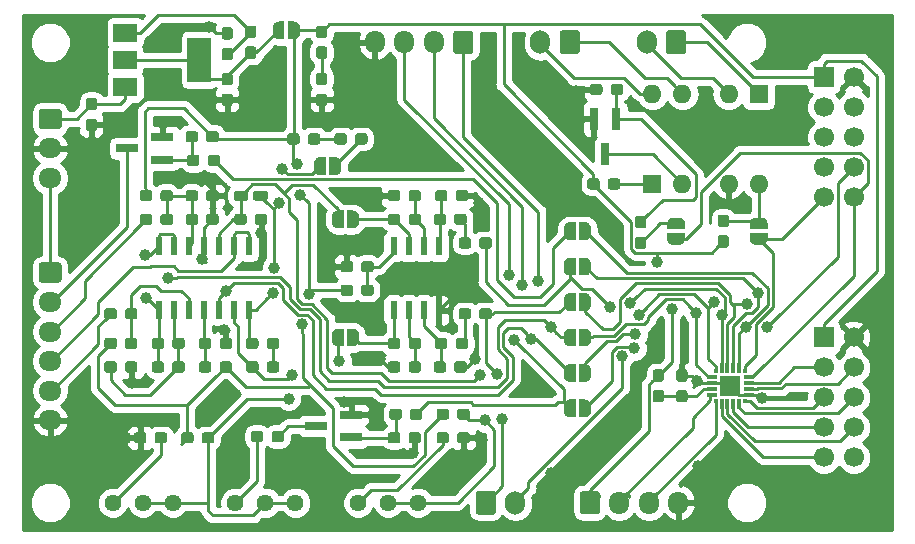
<source format=gtl>
G04 #@! TF.GenerationSoftware,KiCad,Pcbnew,5.0.1-33cea8e~68~ubuntu18.04.1*
G04 #@! TF.CreationDate,2018-11-24T23:55:32-08:00*
G04 #@! TF.ProjectId,big_battery,6269675F626174746572792E6B696361,rev?*
G04 #@! TF.SameCoordinates,Original*
G04 #@! TF.FileFunction,Copper,L1,Top,Signal*
G04 #@! TF.FilePolarity,Positive*
%FSLAX46Y46*%
G04 Gerber Fmt 4.6, Leading zero omitted, Abs format (unit mm)*
G04 Created by KiCad (PCBNEW 5.0.1-33cea8e~68~ubuntu18.04.1) date Sat 24 Nov 2018 11:55:32 PM PST*
%MOMM*%
%LPD*%
G01*
G04 APERTURE LIST*
G04 #@! TA.AperFunction,Conductor*
%ADD10C,0.100000*%
G04 #@! TD*
G04 #@! TA.AperFunction,ComponentPad*
%ADD11C,1.700000*%
G04 #@! TD*
G04 #@! TA.AperFunction,ComponentPad*
%ADD12O,1.700000X2.000000*%
G04 #@! TD*
G04 #@! TA.AperFunction,SMDPad,CuDef*
%ADD13C,0.950000*%
G04 #@! TD*
G04 #@! TA.AperFunction,SMDPad,CuDef*
%ADD14C,0.500000*%
G04 #@! TD*
G04 #@! TA.AperFunction,ComponentPad*
%ADD15O,1.600000X1.600000*%
G04 #@! TD*
G04 #@! TA.AperFunction,ComponentPad*
%ADD16R,1.600000X1.600000*%
G04 #@! TD*
G04 #@! TA.AperFunction,SMDPad,CuDef*
%ADD17R,0.800000X1.900000*%
G04 #@! TD*
G04 #@! TA.AperFunction,ComponentPad*
%ADD18O,1.950000X1.700000*%
G04 #@! TD*
G04 #@! TA.AperFunction,ComponentPad*
%ADD19O,1.700000X1.950000*%
G04 #@! TD*
G04 #@! TA.AperFunction,ComponentPad*
%ADD20R,1.700000X1.700000*%
G04 #@! TD*
G04 #@! TA.AperFunction,SMDPad,CuDef*
%ADD21R,0.300000X0.300000*%
G04 #@! TD*
G04 #@! TA.AperFunction,SMDPad,CuDef*
%ADD22R,0.900000X0.300000*%
G04 #@! TD*
G04 #@! TA.AperFunction,SMDPad,CuDef*
%ADD23R,0.300000X0.900000*%
G04 #@! TD*
G04 #@! TA.AperFunction,SMDPad,CuDef*
%ADD24R,1.800000X1.800000*%
G04 #@! TD*
G04 #@! TA.AperFunction,ViaPad*
%ADD25C,0.600000*%
G04 #@! TD*
G04 #@! TA.AperFunction,SMDPad,CuDef*
%ADD26R,0.600000X1.550000*%
G04 #@! TD*
G04 #@! TA.AperFunction,SMDPad,CuDef*
%ADD27R,1.900000X0.800000*%
G04 #@! TD*
G04 #@! TA.AperFunction,ComponentPad*
%ADD28C,1.440000*%
G04 #@! TD*
G04 #@! TA.AperFunction,SMDPad,CuDef*
%ADD29C,0.850000*%
G04 #@! TD*
G04 #@! TA.AperFunction,SMDPad,CuDef*
%ADD30R,0.600000X1.500000*%
G04 #@! TD*
G04 #@! TA.AperFunction,SMDPad,CuDef*
%ADD31R,2.000000X3.800000*%
G04 #@! TD*
G04 #@! TA.AperFunction,SMDPad,CuDef*
%ADD32R,2.000000X1.500000*%
G04 #@! TD*
G04 #@! TA.AperFunction,ViaPad*
%ADD33C,1.000000*%
G04 #@! TD*
G04 #@! TA.AperFunction,Conductor*
%ADD34C,0.250000*%
G04 #@! TD*
G04 #@! TA.AperFunction,Conductor*
%ADD35C,0.254000*%
G04 #@! TD*
G04 APERTURE END LIST*
D10*
G04 #@! TO.N,/CURRENT_PWM*
G04 #@! TO.C,J9*
G36*
X40524504Y-41001204D02*
X40548773Y-41004804D01*
X40572571Y-41010765D01*
X40595671Y-41019030D01*
X40617849Y-41029520D01*
X40638893Y-41042133D01*
X40658598Y-41056747D01*
X40676777Y-41073223D01*
X40693253Y-41091402D01*
X40707867Y-41111107D01*
X40720480Y-41132151D01*
X40730970Y-41154329D01*
X40739235Y-41177429D01*
X40745196Y-41201227D01*
X40748796Y-41225496D01*
X40750000Y-41250000D01*
X40750000Y-42750000D01*
X40748796Y-42774504D01*
X40745196Y-42798773D01*
X40739235Y-42822571D01*
X40730970Y-42845671D01*
X40720480Y-42867849D01*
X40707867Y-42888893D01*
X40693253Y-42908598D01*
X40676777Y-42926777D01*
X40658598Y-42943253D01*
X40638893Y-42957867D01*
X40617849Y-42970480D01*
X40595671Y-42980970D01*
X40572571Y-42989235D01*
X40548773Y-42995196D01*
X40524504Y-42998796D01*
X40500000Y-43000000D01*
X39300000Y-43000000D01*
X39275496Y-42998796D01*
X39251227Y-42995196D01*
X39227429Y-42989235D01*
X39204329Y-42980970D01*
X39182151Y-42970480D01*
X39161107Y-42957867D01*
X39141402Y-42943253D01*
X39123223Y-42926777D01*
X39106747Y-42908598D01*
X39092133Y-42888893D01*
X39079520Y-42867849D01*
X39069030Y-42845671D01*
X39060765Y-42822571D01*
X39054804Y-42798773D01*
X39051204Y-42774504D01*
X39050000Y-42750000D01*
X39050000Y-41250000D01*
X39051204Y-41225496D01*
X39054804Y-41201227D01*
X39060765Y-41177429D01*
X39069030Y-41154329D01*
X39079520Y-41132151D01*
X39092133Y-41111107D01*
X39106747Y-41091402D01*
X39123223Y-41073223D01*
X39141402Y-41056747D01*
X39161107Y-41042133D01*
X39182151Y-41029520D01*
X39204329Y-41019030D01*
X39227429Y-41010765D01*
X39251227Y-41004804D01*
X39275496Y-41001204D01*
X39300000Y-41000000D01*
X40500000Y-41000000D01*
X40524504Y-41001204D01*
X40524504Y-41001204D01*
G37*
D11*
G04 #@! TD*
G04 #@! TO.P,J9,1*
G04 #@! TO.N,/CURRENT_PWM*
X39900000Y-42000000D03*
D12*
G04 #@! TO.P,J9,2*
G04 #@! TO.N,/VOLTAGE_PWM*
X42400000Y-42000000D03*
G04 #@! TD*
D10*
G04 #@! TO.N,/DO_ANODE*
G04 #@! TO.C,R31*
G36*
X51060779Y-14526144D02*
X51083834Y-14529563D01*
X51106443Y-14535227D01*
X51128387Y-14543079D01*
X51149457Y-14553044D01*
X51169448Y-14565026D01*
X51188168Y-14578910D01*
X51205438Y-14594562D01*
X51221090Y-14611832D01*
X51234974Y-14630552D01*
X51246956Y-14650543D01*
X51256921Y-14671613D01*
X51264773Y-14693557D01*
X51270437Y-14716166D01*
X51273856Y-14739221D01*
X51275000Y-14762500D01*
X51275000Y-15237500D01*
X51273856Y-15260779D01*
X51270437Y-15283834D01*
X51264773Y-15306443D01*
X51256921Y-15328387D01*
X51246956Y-15349457D01*
X51234974Y-15369448D01*
X51221090Y-15388168D01*
X51205438Y-15405438D01*
X51188168Y-15421090D01*
X51169448Y-15434974D01*
X51149457Y-15446956D01*
X51128387Y-15456921D01*
X51106443Y-15464773D01*
X51083834Y-15470437D01*
X51060779Y-15473856D01*
X51037500Y-15475000D01*
X50462500Y-15475000D01*
X50439221Y-15473856D01*
X50416166Y-15470437D01*
X50393557Y-15464773D01*
X50371613Y-15456921D01*
X50350543Y-15446956D01*
X50330552Y-15434974D01*
X50311832Y-15421090D01*
X50294562Y-15405438D01*
X50278910Y-15388168D01*
X50265026Y-15369448D01*
X50253044Y-15349457D01*
X50243079Y-15328387D01*
X50235227Y-15306443D01*
X50229563Y-15283834D01*
X50226144Y-15260779D01*
X50225000Y-15237500D01*
X50225000Y-14762500D01*
X50226144Y-14739221D01*
X50229563Y-14716166D01*
X50235227Y-14693557D01*
X50243079Y-14671613D01*
X50253044Y-14650543D01*
X50265026Y-14630552D01*
X50278910Y-14611832D01*
X50294562Y-14594562D01*
X50311832Y-14578910D01*
X50330552Y-14565026D01*
X50350543Y-14553044D01*
X50371613Y-14543079D01*
X50393557Y-14535227D01*
X50416166Y-14529563D01*
X50439221Y-14526144D01*
X50462500Y-14525000D01*
X51037500Y-14525000D01*
X51060779Y-14526144D01*
X51060779Y-14526144D01*
G37*
D13*
G04 #@! TD*
G04 #@! TO.P,R31,1*
G04 #@! TO.N,/DO_ANODE*
X50750000Y-15000000D03*
D10*
G04 #@! TO.N,+3V3*
G04 #@! TO.C,R31*
G36*
X49310779Y-14526144D02*
X49333834Y-14529563D01*
X49356443Y-14535227D01*
X49378387Y-14543079D01*
X49399457Y-14553044D01*
X49419448Y-14565026D01*
X49438168Y-14578910D01*
X49455438Y-14594562D01*
X49471090Y-14611832D01*
X49484974Y-14630552D01*
X49496956Y-14650543D01*
X49506921Y-14671613D01*
X49514773Y-14693557D01*
X49520437Y-14716166D01*
X49523856Y-14739221D01*
X49525000Y-14762500D01*
X49525000Y-15237500D01*
X49523856Y-15260779D01*
X49520437Y-15283834D01*
X49514773Y-15306443D01*
X49506921Y-15328387D01*
X49496956Y-15349457D01*
X49484974Y-15369448D01*
X49471090Y-15388168D01*
X49455438Y-15405438D01*
X49438168Y-15421090D01*
X49419448Y-15434974D01*
X49399457Y-15446956D01*
X49378387Y-15456921D01*
X49356443Y-15464773D01*
X49333834Y-15470437D01*
X49310779Y-15473856D01*
X49287500Y-15475000D01*
X48712500Y-15475000D01*
X48689221Y-15473856D01*
X48666166Y-15470437D01*
X48643557Y-15464773D01*
X48621613Y-15456921D01*
X48600543Y-15446956D01*
X48580552Y-15434974D01*
X48561832Y-15421090D01*
X48544562Y-15405438D01*
X48528910Y-15388168D01*
X48515026Y-15369448D01*
X48503044Y-15349457D01*
X48493079Y-15328387D01*
X48485227Y-15306443D01*
X48479563Y-15283834D01*
X48476144Y-15260779D01*
X48475000Y-15237500D01*
X48475000Y-14762500D01*
X48476144Y-14739221D01*
X48479563Y-14716166D01*
X48485227Y-14693557D01*
X48493079Y-14671613D01*
X48503044Y-14650543D01*
X48515026Y-14630552D01*
X48528910Y-14611832D01*
X48544562Y-14594562D01*
X48561832Y-14578910D01*
X48580552Y-14565026D01*
X48600543Y-14553044D01*
X48621613Y-14543079D01*
X48643557Y-14535227D01*
X48666166Y-14529563D01*
X48689221Y-14526144D01*
X48712500Y-14525000D01*
X49287500Y-14525000D01*
X49310779Y-14526144D01*
X49310779Y-14526144D01*
G37*
D13*
G04 #@! TD*
G04 #@! TO.P,R31,2*
G04 #@! TO.N,+3V3*
X49000000Y-15000000D03*
D10*
G04 #@! TO.N,GND*
G04 #@! TO.C,R30*
G36*
X49560779Y-6526144D02*
X49583834Y-6529563D01*
X49606443Y-6535227D01*
X49628387Y-6543079D01*
X49649457Y-6553044D01*
X49669448Y-6565026D01*
X49688168Y-6578910D01*
X49705438Y-6594562D01*
X49721090Y-6611832D01*
X49734974Y-6630552D01*
X49746956Y-6650543D01*
X49756921Y-6671613D01*
X49764773Y-6693557D01*
X49770437Y-6716166D01*
X49773856Y-6739221D01*
X49775000Y-6762500D01*
X49775000Y-7237500D01*
X49773856Y-7260779D01*
X49770437Y-7283834D01*
X49764773Y-7306443D01*
X49756921Y-7328387D01*
X49746956Y-7349457D01*
X49734974Y-7369448D01*
X49721090Y-7388168D01*
X49705438Y-7405438D01*
X49688168Y-7421090D01*
X49669448Y-7434974D01*
X49649457Y-7446956D01*
X49628387Y-7456921D01*
X49606443Y-7464773D01*
X49583834Y-7470437D01*
X49560779Y-7473856D01*
X49537500Y-7475000D01*
X48962500Y-7475000D01*
X48939221Y-7473856D01*
X48916166Y-7470437D01*
X48893557Y-7464773D01*
X48871613Y-7456921D01*
X48850543Y-7446956D01*
X48830552Y-7434974D01*
X48811832Y-7421090D01*
X48794562Y-7405438D01*
X48778910Y-7388168D01*
X48765026Y-7369448D01*
X48753044Y-7349457D01*
X48743079Y-7328387D01*
X48735227Y-7306443D01*
X48729563Y-7283834D01*
X48726144Y-7260779D01*
X48725000Y-7237500D01*
X48725000Y-6762500D01*
X48726144Y-6739221D01*
X48729563Y-6716166D01*
X48735227Y-6693557D01*
X48743079Y-6671613D01*
X48753044Y-6650543D01*
X48765026Y-6630552D01*
X48778910Y-6611832D01*
X48794562Y-6594562D01*
X48811832Y-6578910D01*
X48830552Y-6565026D01*
X48850543Y-6553044D01*
X48871613Y-6543079D01*
X48893557Y-6535227D01*
X48916166Y-6529563D01*
X48939221Y-6526144D01*
X48962500Y-6525000D01*
X49537500Y-6525000D01*
X49560779Y-6526144D01*
X49560779Y-6526144D01*
G37*
D13*
G04 #@! TD*
G04 #@! TO.P,R30,2*
G04 #@! TO.N,GND*
X49250000Y-7000000D03*
D10*
G04 #@! TO.N,Net-(Q3-Pad1)*
G04 #@! TO.C,R30*
G36*
X51310779Y-6526144D02*
X51333834Y-6529563D01*
X51356443Y-6535227D01*
X51378387Y-6543079D01*
X51399457Y-6553044D01*
X51419448Y-6565026D01*
X51438168Y-6578910D01*
X51455438Y-6594562D01*
X51471090Y-6611832D01*
X51484974Y-6630552D01*
X51496956Y-6650543D01*
X51506921Y-6671613D01*
X51514773Y-6693557D01*
X51520437Y-6716166D01*
X51523856Y-6739221D01*
X51525000Y-6762500D01*
X51525000Y-7237500D01*
X51523856Y-7260779D01*
X51520437Y-7283834D01*
X51514773Y-7306443D01*
X51506921Y-7328387D01*
X51496956Y-7349457D01*
X51484974Y-7369448D01*
X51471090Y-7388168D01*
X51455438Y-7405438D01*
X51438168Y-7421090D01*
X51419448Y-7434974D01*
X51399457Y-7446956D01*
X51378387Y-7456921D01*
X51356443Y-7464773D01*
X51333834Y-7470437D01*
X51310779Y-7473856D01*
X51287500Y-7475000D01*
X50712500Y-7475000D01*
X50689221Y-7473856D01*
X50666166Y-7470437D01*
X50643557Y-7464773D01*
X50621613Y-7456921D01*
X50600543Y-7446956D01*
X50580552Y-7434974D01*
X50561832Y-7421090D01*
X50544562Y-7405438D01*
X50528910Y-7388168D01*
X50515026Y-7369448D01*
X50503044Y-7349457D01*
X50493079Y-7328387D01*
X50485227Y-7306443D01*
X50479563Y-7283834D01*
X50476144Y-7260779D01*
X50475000Y-7237500D01*
X50475000Y-6762500D01*
X50476144Y-6739221D01*
X50479563Y-6716166D01*
X50485227Y-6693557D01*
X50493079Y-6671613D01*
X50503044Y-6650543D01*
X50515026Y-6630552D01*
X50528910Y-6611832D01*
X50544562Y-6594562D01*
X50561832Y-6578910D01*
X50580552Y-6565026D01*
X50600543Y-6553044D01*
X50621613Y-6543079D01*
X50643557Y-6535227D01*
X50666166Y-6529563D01*
X50689221Y-6526144D01*
X50712500Y-6525000D01*
X51287500Y-6525000D01*
X51310779Y-6526144D01*
X51310779Y-6526144D01*
G37*
D13*
G04 #@! TD*
G04 #@! TO.P,R30,1*
G04 #@! TO.N,Net-(Q3-Pad1)*
X51000000Y-7000000D03*
D10*
G04 #@! TO.N,/DO*
G04 #@! TO.C,R29*
G36*
X53260779Y-19476144D02*
X53283834Y-19479563D01*
X53306443Y-19485227D01*
X53328387Y-19493079D01*
X53349457Y-19503044D01*
X53369448Y-19515026D01*
X53388168Y-19528910D01*
X53405438Y-19544562D01*
X53421090Y-19561832D01*
X53434974Y-19580552D01*
X53446956Y-19600543D01*
X53456921Y-19621613D01*
X53464773Y-19643557D01*
X53470437Y-19666166D01*
X53473856Y-19689221D01*
X53475000Y-19712500D01*
X53475000Y-20287500D01*
X53473856Y-20310779D01*
X53470437Y-20333834D01*
X53464773Y-20356443D01*
X53456921Y-20378387D01*
X53446956Y-20399457D01*
X53434974Y-20419448D01*
X53421090Y-20438168D01*
X53405438Y-20455438D01*
X53388168Y-20471090D01*
X53369448Y-20484974D01*
X53349457Y-20496956D01*
X53328387Y-20506921D01*
X53306443Y-20514773D01*
X53283834Y-20520437D01*
X53260779Y-20523856D01*
X53237500Y-20525000D01*
X52762500Y-20525000D01*
X52739221Y-20523856D01*
X52716166Y-20520437D01*
X52693557Y-20514773D01*
X52671613Y-20506921D01*
X52650543Y-20496956D01*
X52630552Y-20484974D01*
X52611832Y-20471090D01*
X52594562Y-20455438D01*
X52578910Y-20438168D01*
X52565026Y-20419448D01*
X52553044Y-20399457D01*
X52543079Y-20378387D01*
X52535227Y-20356443D01*
X52529563Y-20333834D01*
X52526144Y-20310779D01*
X52525000Y-20287500D01*
X52525000Y-19712500D01*
X52526144Y-19689221D01*
X52529563Y-19666166D01*
X52535227Y-19643557D01*
X52543079Y-19621613D01*
X52553044Y-19600543D01*
X52565026Y-19580552D01*
X52578910Y-19561832D01*
X52594562Y-19544562D01*
X52611832Y-19528910D01*
X52630552Y-19515026D01*
X52650543Y-19503044D01*
X52671613Y-19493079D01*
X52693557Y-19485227D01*
X52716166Y-19479563D01*
X52739221Y-19476144D01*
X52762500Y-19475000D01*
X53237500Y-19475000D01*
X53260779Y-19476144D01*
X53260779Y-19476144D01*
G37*
D13*
G04 #@! TD*
G04 #@! TO.P,R29,1*
G04 #@! TO.N,/DO*
X53000000Y-20000000D03*
D10*
G04 #@! TO.N,Net-(Q3-Pad1)*
G04 #@! TO.C,R29*
G36*
X53260779Y-17726144D02*
X53283834Y-17729563D01*
X53306443Y-17735227D01*
X53328387Y-17743079D01*
X53349457Y-17753044D01*
X53369448Y-17765026D01*
X53388168Y-17778910D01*
X53405438Y-17794562D01*
X53421090Y-17811832D01*
X53434974Y-17830552D01*
X53446956Y-17850543D01*
X53456921Y-17871613D01*
X53464773Y-17893557D01*
X53470437Y-17916166D01*
X53473856Y-17939221D01*
X53475000Y-17962500D01*
X53475000Y-18537500D01*
X53473856Y-18560779D01*
X53470437Y-18583834D01*
X53464773Y-18606443D01*
X53456921Y-18628387D01*
X53446956Y-18649457D01*
X53434974Y-18669448D01*
X53421090Y-18688168D01*
X53405438Y-18705438D01*
X53388168Y-18721090D01*
X53369448Y-18734974D01*
X53349457Y-18746956D01*
X53328387Y-18756921D01*
X53306443Y-18764773D01*
X53283834Y-18770437D01*
X53260779Y-18773856D01*
X53237500Y-18775000D01*
X52762500Y-18775000D01*
X52739221Y-18773856D01*
X52716166Y-18770437D01*
X52693557Y-18764773D01*
X52671613Y-18756921D01*
X52650543Y-18746956D01*
X52630552Y-18734974D01*
X52611832Y-18721090D01*
X52594562Y-18705438D01*
X52578910Y-18688168D01*
X52565026Y-18669448D01*
X52553044Y-18649457D01*
X52543079Y-18628387D01*
X52535227Y-18606443D01*
X52529563Y-18583834D01*
X52526144Y-18560779D01*
X52525000Y-18537500D01*
X52525000Y-17962500D01*
X52526144Y-17939221D01*
X52529563Y-17916166D01*
X52535227Y-17893557D01*
X52543079Y-17871613D01*
X52553044Y-17850543D01*
X52565026Y-17830552D01*
X52578910Y-17811832D01*
X52594562Y-17794562D01*
X52611832Y-17778910D01*
X52630552Y-17765026D01*
X52650543Y-17753044D01*
X52671613Y-17743079D01*
X52693557Y-17735227D01*
X52716166Y-17729563D01*
X52739221Y-17726144D01*
X52762500Y-17725000D01*
X53237500Y-17725000D01*
X53260779Y-17726144D01*
X53260779Y-17726144D01*
G37*
D13*
G04 #@! TD*
G04 #@! TO.P,R29,2*
G04 #@! TO.N,Net-(Q3-Pad1)*
X53000000Y-18250000D03*
D12*
G04 #@! TO.P,J7,2*
G04 #@! TO.N,/DI_CATHODE*
X53500000Y-3000000D03*
D10*
G04 #@! TD*
G04 #@! TO.N,/DI_ANODE*
G04 #@! TO.C,J7*
G36*
X56624504Y-2001204D02*
X56648773Y-2004804D01*
X56672571Y-2010765D01*
X56695671Y-2019030D01*
X56717849Y-2029520D01*
X56738893Y-2042133D01*
X56758598Y-2056747D01*
X56776777Y-2073223D01*
X56793253Y-2091402D01*
X56807867Y-2111107D01*
X56820480Y-2132151D01*
X56830970Y-2154329D01*
X56839235Y-2177429D01*
X56845196Y-2201227D01*
X56848796Y-2225496D01*
X56850000Y-2250000D01*
X56850000Y-3750000D01*
X56848796Y-3774504D01*
X56845196Y-3798773D01*
X56839235Y-3822571D01*
X56830970Y-3845671D01*
X56820480Y-3867849D01*
X56807867Y-3888893D01*
X56793253Y-3908598D01*
X56776777Y-3926777D01*
X56758598Y-3943253D01*
X56738893Y-3957867D01*
X56717849Y-3970480D01*
X56695671Y-3980970D01*
X56672571Y-3989235D01*
X56648773Y-3995196D01*
X56624504Y-3998796D01*
X56600000Y-4000000D01*
X55400000Y-4000000D01*
X55375496Y-3998796D01*
X55351227Y-3995196D01*
X55327429Y-3989235D01*
X55304329Y-3980970D01*
X55282151Y-3970480D01*
X55261107Y-3957867D01*
X55241402Y-3943253D01*
X55223223Y-3926777D01*
X55206747Y-3908598D01*
X55192133Y-3888893D01*
X55179520Y-3867849D01*
X55169030Y-3845671D01*
X55160765Y-3822571D01*
X55154804Y-3798773D01*
X55151204Y-3774504D01*
X55150000Y-3750000D01*
X55150000Y-2250000D01*
X55151204Y-2225496D01*
X55154804Y-2201227D01*
X55160765Y-2177429D01*
X55169030Y-2154329D01*
X55179520Y-2132151D01*
X55192133Y-2111107D01*
X55206747Y-2091402D01*
X55223223Y-2073223D01*
X55241402Y-2056747D01*
X55261107Y-2042133D01*
X55282151Y-2029520D01*
X55304329Y-2019030D01*
X55327429Y-2010765D01*
X55351227Y-2004804D01*
X55375496Y-2001204D01*
X55400000Y-2000000D01*
X56600000Y-2000000D01*
X56624504Y-2001204D01*
X56624504Y-2001204D01*
G37*
D11*
G04 #@! TO.P,J7,1*
G04 #@! TO.N,/DI_ANODE*
X56000000Y-3000000D03*
G04 #@! TD*
D10*
G04 #@! TO.N,/DO_EMITTER*
G04 #@! TO.C,J8*
G36*
X47624504Y-2001204D02*
X47648773Y-2004804D01*
X47672571Y-2010765D01*
X47695671Y-2019030D01*
X47717849Y-2029520D01*
X47738893Y-2042133D01*
X47758598Y-2056747D01*
X47776777Y-2073223D01*
X47793253Y-2091402D01*
X47807867Y-2111107D01*
X47820480Y-2132151D01*
X47830970Y-2154329D01*
X47839235Y-2177429D01*
X47845196Y-2201227D01*
X47848796Y-2225496D01*
X47850000Y-2250000D01*
X47850000Y-3750000D01*
X47848796Y-3774504D01*
X47845196Y-3798773D01*
X47839235Y-3822571D01*
X47830970Y-3845671D01*
X47820480Y-3867849D01*
X47807867Y-3888893D01*
X47793253Y-3908598D01*
X47776777Y-3926777D01*
X47758598Y-3943253D01*
X47738893Y-3957867D01*
X47717849Y-3970480D01*
X47695671Y-3980970D01*
X47672571Y-3989235D01*
X47648773Y-3995196D01*
X47624504Y-3998796D01*
X47600000Y-4000000D01*
X46400000Y-4000000D01*
X46375496Y-3998796D01*
X46351227Y-3995196D01*
X46327429Y-3989235D01*
X46304329Y-3980970D01*
X46282151Y-3970480D01*
X46261107Y-3957867D01*
X46241402Y-3943253D01*
X46223223Y-3926777D01*
X46206747Y-3908598D01*
X46192133Y-3888893D01*
X46179520Y-3867849D01*
X46169030Y-3845671D01*
X46160765Y-3822571D01*
X46154804Y-3798773D01*
X46151204Y-3774504D01*
X46150000Y-3750000D01*
X46150000Y-2250000D01*
X46151204Y-2225496D01*
X46154804Y-2201227D01*
X46160765Y-2177429D01*
X46169030Y-2154329D01*
X46179520Y-2132151D01*
X46192133Y-2111107D01*
X46206747Y-2091402D01*
X46223223Y-2073223D01*
X46241402Y-2056747D01*
X46261107Y-2042133D01*
X46282151Y-2029520D01*
X46304329Y-2019030D01*
X46327429Y-2010765D01*
X46351227Y-2004804D01*
X46375496Y-2001204D01*
X46400000Y-2000000D01*
X47600000Y-2000000D01*
X47624504Y-2001204D01*
X47624504Y-2001204D01*
G37*
D11*
G04 #@! TD*
G04 #@! TO.P,J8,1*
G04 #@! TO.N,/DO_EMITTER*
X47000000Y-3000000D03*
D12*
G04 #@! TO.P,J8,2*
G04 #@! TO.N,/DO_COLLECTOR*
X44500000Y-3000000D03*
G04 #@! TD*
D14*
G04 #@! TO.P,JP11,2*
G04 #@! TO.N,/P0.6*
X63000000Y-19650000D03*
D10*
G04 #@! TD*
G04 #@! TO.N,/P0.6*
G04 #@! TO.C,JP11*
G36*
X63749398Y-19650000D02*
X63749398Y-19674534D01*
X63744588Y-19723365D01*
X63735016Y-19771490D01*
X63720772Y-19818445D01*
X63701995Y-19863778D01*
X63678864Y-19907051D01*
X63651604Y-19947850D01*
X63620476Y-19985779D01*
X63585779Y-20020476D01*
X63547850Y-20051604D01*
X63507051Y-20078864D01*
X63463778Y-20101995D01*
X63418445Y-20120772D01*
X63371490Y-20135016D01*
X63323365Y-20144588D01*
X63274534Y-20149398D01*
X63250000Y-20149398D01*
X63250000Y-20150000D01*
X62750000Y-20150000D01*
X62750000Y-20149398D01*
X62725466Y-20149398D01*
X62676635Y-20144588D01*
X62628510Y-20135016D01*
X62581555Y-20120772D01*
X62536222Y-20101995D01*
X62492949Y-20078864D01*
X62452150Y-20051604D01*
X62414221Y-20020476D01*
X62379524Y-19985779D01*
X62348396Y-19947850D01*
X62321136Y-19907051D01*
X62298005Y-19863778D01*
X62279228Y-19818445D01*
X62264984Y-19771490D01*
X62255412Y-19723365D01*
X62250602Y-19674534D01*
X62250602Y-19650000D01*
X62250000Y-19650000D01*
X62250000Y-19150000D01*
X63750000Y-19150000D01*
X63750000Y-19650000D01*
X63749398Y-19650000D01*
X63749398Y-19650000D01*
G37*
D14*
G04 #@! TO.P,JP11,1*
G04 #@! TO.N,/DI*
X63000000Y-18350000D03*
D10*
G04 #@! TD*
G04 #@! TO.N,/DI*
G04 #@! TO.C,JP11*
G36*
X62250000Y-18850000D02*
X62250000Y-18350000D01*
X62250602Y-18350000D01*
X62250602Y-18325466D01*
X62255412Y-18276635D01*
X62264984Y-18228510D01*
X62279228Y-18181555D01*
X62298005Y-18136222D01*
X62321136Y-18092949D01*
X62348396Y-18052150D01*
X62379524Y-18014221D01*
X62414221Y-17979524D01*
X62452150Y-17948396D01*
X62492949Y-17921136D01*
X62536222Y-17898005D01*
X62581555Y-17879228D01*
X62628510Y-17864984D01*
X62676635Y-17855412D01*
X62725466Y-17850602D01*
X62750000Y-17850602D01*
X62750000Y-17850000D01*
X63250000Y-17850000D01*
X63250000Y-17850602D01*
X63274534Y-17850602D01*
X63323365Y-17855412D01*
X63371490Y-17864984D01*
X63418445Y-17879228D01*
X63463778Y-17898005D01*
X63507051Y-17921136D01*
X63547850Y-17948396D01*
X63585779Y-17979524D01*
X63620476Y-18014221D01*
X63651604Y-18052150D01*
X63678864Y-18092949D01*
X63701995Y-18136222D01*
X63720772Y-18181555D01*
X63735016Y-18228510D01*
X63744588Y-18276635D01*
X63749398Y-18325466D01*
X63749398Y-18350000D01*
X63750000Y-18350000D01*
X63750000Y-18850000D01*
X62250000Y-18850000D01*
X62250000Y-18850000D01*
G37*
D14*
G04 #@! TO.P,JP12,1*
G04 #@! TO.N,/DO*
X56000000Y-18350000D03*
D10*
G04 #@! TD*
G04 #@! TO.N,/DO*
G04 #@! TO.C,JP12*
G36*
X55250000Y-18850000D02*
X55250000Y-18350000D01*
X55250602Y-18350000D01*
X55250602Y-18325466D01*
X55255412Y-18276635D01*
X55264984Y-18228510D01*
X55279228Y-18181555D01*
X55298005Y-18136222D01*
X55321136Y-18092949D01*
X55348396Y-18052150D01*
X55379524Y-18014221D01*
X55414221Y-17979524D01*
X55452150Y-17948396D01*
X55492949Y-17921136D01*
X55536222Y-17898005D01*
X55581555Y-17879228D01*
X55628510Y-17864984D01*
X55676635Y-17855412D01*
X55725466Y-17850602D01*
X55750000Y-17850602D01*
X55750000Y-17850000D01*
X56250000Y-17850000D01*
X56250000Y-17850602D01*
X56274534Y-17850602D01*
X56323365Y-17855412D01*
X56371490Y-17864984D01*
X56418445Y-17879228D01*
X56463778Y-17898005D01*
X56507051Y-17921136D01*
X56547850Y-17948396D01*
X56585779Y-17979524D01*
X56620476Y-18014221D01*
X56651604Y-18052150D01*
X56678864Y-18092949D01*
X56701995Y-18136222D01*
X56720772Y-18181555D01*
X56735016Y-18228510D01*
X56744588Y-18276635D01*
X56749398Y-18325466D01*
X56749398Y-18350000D01*
X56750000Y-18350000D01*
X56750000Y-18850000D01*
X55250000Y-18850000D01*
X55250000Y-18850000D01*
G37*
D14*
G04 #@! TO.P,JP12,2*
G04 #@! TO.N,/P0.7*
X56000000Y-19650000D03*
D10*
G04 #@! TD*
G04 #@! TO.N,/P0.7*
G04 #@! TO.C,JP12*
G36*
X56749398Y-19650000D02*
X56749398Y-19674534D01*
X56744588Y-19723365D01*
X56735016Y-19771490D01*
X56720772Y-19818445D01*
X56701995Y-19863778D01*
X56678864Y-19907051D01*
X56651604Y-19947850D01*
X56620476Y-19985779D01*
X56585779Y-20020476D01*
X56547850Y-20051604D01*
X56507051Y-20078864D01*
X56463778Y-20101995D01*
X56418445Y-20120772D01*
X56371490Y-20135016D01*
X56323365Y-20144588D01*
X56274534Y-20149398D01*
X56250000Y-20149398D01*
X56250000Y-20150000D01*
X55750000Y-20150000D01*
X55750000Y-20149398D01*
X55725466Y-20149398D01*
X55676635Y-20144588D01*
X55628510Y-20135016D01*
X55581555Y-20120772D01*
X55536222Y-20101995D01*
X55492949Y-20078864D01*
X55452150Y-20051604D01*
X55414221Y-20020476D01*
X55379524Y-19985779D01*
X55348396Y-19947850D01*
X55321136Y-19907051D01*
X55298005Y-19863778D01*
X55279228Y-19818445D01*
X55264984Y-19771490D01*
X55255412Y-19723365D01*
X55250602Y-19674534D01*
X55250602Y-19650000D01*
X55250000Y-19650000D01*
X55250000Y-19150000D01*
X56750000Y-19150000D01*
X56750000Y-19650000D01*
X56749398Y-19650000D01*
X56749398Y-19650000D01*
G37*
D15*
G04 #@! TO.P,U5,4*
G04 #@! TO.N,/DI*
X63000000Y-15000000D03*
G04 #@! TO.P,U5,2*
G04 #@! TO.N,/DI_CATHODE*
X60460000Y-7380000D03*
G04 #@! TO.P,U5,3*
G04 #@! TO.N,GND*
X60460000Y-15000000D03*
D16*
G04 #@! TO.P,U5,1*
G04 #@! TO.N,/DI_ANODE*
X63000000Y-7380000D03*
G04 #@! TD*
G04 #@! TO.P,U6,1*
G04 #@! TO.N,/DO_ANODE*
X54000000Y-15000000D03*
D15*
G04 #@! TO.P,U6,3*
G04 #@! TO.N,/DO_EMITTER*
X56540000Y-7380000D03*
G04 #@! TO.P,U6,2*
G04 #@! TO.N,/DO_CATHODE*
X56540000Y-15000000D03*
G04 #@! TO.P,U6,4*
G04 #@! TO.N,/DO_COLLECTOR*
X54000000Y-7380000D03*
G04 #@! TD*
D17*
G04 #@! TO.P,Q3,1*
G04 #@! TO.N,Net-(Q3-Pad1)*
X50950000Y-9500000D03*
G04 #@! TO.P,Q3,2*
G04 #@! TO.N,GND*
X49050000Y-9500000D03*
G04 #@! TO.P,Q3,3*
G04 #@! TO.N,/DO_CATHODE*
X50000000Y-12500000D03*
G04 #@! TD*
D10*
G04 #@! TO.N,/DI*
G04 #@! TO.C,R28*
G36*
X60260779Y-17601144D02*
X60283834Y-17604563D01*
X60306443Y-17610227D01*
X60328387Y-17618079D01*
X60349457Y-17628044D01*
X60369448Y-17640026D01*
X60388168Y-17653910D01*
X60405438Y-17669562D01*
X60421090Y-17686832D01*
X60434974Y-17705552D01*
X60446956Y-17725543D01*
X60456921Y-17746613D01*
X60464773Y-17768557D01*
X60470437Y-17791166D01*
X60473856Y-17814221D01*
X60475000Y-17837500D01*
X60475000Y-18412500D01*
X60473856Y-18435779D01*
X60470437Y-18458834D01*
X60464773Y-18481443D01*
X60456921Y-18503387D01*
X60446956Y-18524457D01*
X60434974Y-18544448D01*
X60421090Y-18563168D01*
X60405438Y-18580438D01*
X60388168Y-18596090D01*
X60369448Y-18609974D01*
X60349457Y-18621956D01*
X60328387Y-18631921D01*
X60306443Y-18639773D01*
X60283834Y-18645437D01*
X60260779Y-18648856D01*
X60237500Y-18650000D01*
X59762500Y-18650000D01*
X59739221Y-18648856D01*
X59716166Y-18645437D01*
X59693557Y-18639773D01*
X59671613Y-18631921D01*
X59650543Y-18621956D01*
X59630552Y-18609974D01*
X59611832Y-18596090D01*
X59594562Y-18580438D01*
X59578910Y-18563168D01*
X59565026Y-18544448D01*
X59553044Y-18524457D01*
X59543079Y-18503387D01*
X59535227Y-18481443D01*
X59529563Y-18458834D01*
X59526144Y-18435779D01*
X59525000Y-18412500D01*
X59525000Y-17837500D01*
X59526144Y-17814221D01*
X59529563Y-17791166D01*
X59535227Y-17768557D01*
X59543079Y-17746613D01*
X59553044Y-17725543D01*
X59565026Y-17705552D01*
X59578910Y-17686832D01*
X59594562Y-17669562D01*
X59611832Y-17653910D01*
X59630552Y-17640026D01*
X59650543Y-17628044D01*
X59671613Y-17618079D01*
X59693557Y-17610227D01*
X59716166Y-17604563D01*
X59739221Y-17601144D01*
X59762500Y-17600000D01*
X60237500Y-17600000D01*
X60260779Y-17601144D01*
X60260779Y-17601144D01*
G37*
D13*
G04 #@! TD*
G04 #@! TO.P,R28,1*
G04 #@! TO.N,/DI*
X60000000Y-18125000D03*
D10*
G04 #@! TO.N,+3V3*
G04 #@! TO.C,R28*
G36*
X60260779Y-19351144D02*
X60283834Y-19354563D01*
X60306443Y-19360227D01*
X60328387Y-19368079D01*
X60349457Y-19378044D01*
X60369448Y-19390026D01*
X60388168Y-19403910D01*
X60405438Y-19419562D01*
X60421090Y-19436832D01*
X60434974Y-19455552D01*
X60446956Y-19475543D01*
X60456921Y-19496613D01*
X60464773Y-19518557D01*
X60470437Y-19541166D01*
X60473856Y-19564221D01*
X60475000Y-19587500D01*
X60475000Y-20162500D01*
X60473856Y-20185779D01*
X60470437Y-20208834D01*
X60464773Y-20231443D01*
X60456921Y-20253387D01*
X60446956Y-20274457D01*
X60434974Y-20294448D01*
X60421090Y-20313168D01*
X60405438Y-20330438D01*
X60388168Y-20346090D01*
X60369448Y-20359974D01*
X60349457Y-20371956D01*
X60328387Y-20381921D01*
X60306443Y-20389773D01*
X60283834Y-20395437D01*
X60260779Y-20398856D01*
X60237500Y-20400000D01*
X59762500Y-20400000D01*
X59739221Y-20398856D01*
X59716166Y-20395437D01*
X59693557Y-20389773D01*
X59671613Y-20381921D01*
X59650543Y-20371956D01*
X59630552Y-20359974D01*
X59611832Y-20346090D01*
X59594562Y-20330438D01*
X59578910Y-20313168D01*
X59565026Y-20294448D01*
X59553044Y-20274457D01*
X59543079Y-20253387D01*
X59535227Y-20231443D01*
X59529563Y-20208834D01*
X59526144Y-20185779D01*
X59525000Y-20162500D01*
X59525000Y-19587500D01*
X59526144Y-19564221D01*
X59529563Y-19541166D01*
X59535227Y-19518557D01*
X59543079Y-19496613D01*
X59553044Y-19475543D01*
X59565026Y-19455552D01*
X59578910Y-19436832D01*
X59594562Y-19419562D01*
X59611832Y-19403910D01*
X59630552Y-19390026D01*
X59650543Y-19378044D01*
X59671613Y-19368079D01*
X59693557Y-19360227D01*
X59716166Y-19354563D01*
X59739221Y-19351144D01*
X59762500Y-19350000D01*
X60237500Y-19350000D01*
X60260779Y-19351144D01*
X60260779Y-19351144D01*
G37*
D13*
G04 #@! TD*
G04 #@! TO.P,R28,2*
G04 #@! TO.N,+3V3*
X60000000Y-19875000D03*
D10*
G04 #@! TO.N,Net-(C11-Pad2)*
G04 #@! TO.C,C11*
G36*
X36435779Y-15526144D02*
X36458834Y-15529563D01*
X36481443Y-15535227D01*
X36503387Y-15543079D01*
X36524457Y-15553044D01*
X36544448Y-15565026D01*
X36563168Y-15578910D01*
X36580438Y-15594562D01*
X36596090Y-15611832D01*
X36609974Y-15630552D01*
X36621956Y-15650543D01*
X36631921Y-15671613D01*
X36639773Y-15693557D01*
X36645437Y-15716166D01*
X36648856Y-15739221D01*
X36650000Y-15762500D01*
X36650000Y-16237500D01*
X36648856Y-16260779D01*
X36645437Y-16283834D01*
X36639773Y-16306443D01*
X36631921Y-16328387D01*
X36621956Y-16349457D01*
X36609974Y-16369448D01*
X36596090Y-16388168D01*
X36580438Y-16405438D01*
X36563168Y-16421090D01*
X36544448Y-16434974D01*
X36524457Y-16446956D01*
X36503387Y-16456921D01*
X36481443Y-16464773D01*
X36458834Y-16470437D01*
X36435779Y-16473856D01*
X36412500Y-16475000D01*
X35837500Y-16475000D01*
X35814221Y-16473856D01*
X35791166Y-16470437D01*
X35768557Y-16464773D01*
X35746613Y-16456921D01*
X35725543Y-16446956D01*
X35705552Y-16434974D01*
X35686832Y-16421090D01*
X35669562Y-16405438D01*
X35653910Y-16388168D01*
X35640026Y-16369448D01*
X35628044Y-16349457D01*
X35618079Y-16328387D01*
X35610227Y-16306443D01*
X35604563Y-16283834D01*
X35601144Y-16260779D01*
X35600000Y-16237500D01*
X35600000Y-15762500D01*
X35601144Y-15739221D01*
X35604563Y-15716166D01*
X35610227Y-15693557D01*
X35618079Y-15671613D01*
X35628044Y-15650543D01*
X35640026Y-15630552D01*
X35653910Y-15611832D01*
X35669562Y-15594562D01*
X35686832Y-15578910D01*
X35705552Y-15565026D01*
X35725543Y-15553044D01*
X35746613Y-15543079D01*
X35768557Y-15535227D01*
X35791166Y-15529563D01*
X35814221Y-15526144D01*
X35837500Y-15525000D01*
X36412500Y-15525000D01*
X36435779Y-15526144D01*
X36435779Y-15526144D01*
G37*
D13*
G04 #@! TD*
G04 #@! TO.P,C11,2*
G04 #@! TO.N,Net-(C11-Pad2)*
X36125000Y-16000000D03*
D10*
G04 #@! TO.N,GND*
G04 #@! TO.C,C11*
G36*
X38185779Y-15526144D02*
X38208834Y-15529563D01*
X38231443Y-15535227D01*
X38253387Y-15543079D01*
X38274457Y-15553044D01*
X38294448Y-15565026D01*
X38313168Y-15578910D01*
X38330438Y-15594562D01*
X38346090Y-15611832D01*
X38359974Y-15630552D01*
X38371956Y-15650543D01*
X38381921Y-15671613D01*
X38389773Y-15693557D01*
X38395437Y-15716166D01*
X38398856Y-15739221D01*
X38400000Y-15762500D01*
X38400000Y-16237500D01*
X38398856Y-16260779D01*
X38395437Y-16283834D01*
X38389773Y-16306443D01*
X38381921Y-16328387D01*
X38371956Y-16349457D01*
X38359974Y-16369448D01*
X38346090Y-16388168D01*
X38330438Y-16405438D01*
X38313168Y-16421090D01*
X38294448Y-16434974D01*
X38274457Y-16446956D01*
X38253387Y-16456921D01*
X38231443Y-16464773D01*
X38208834Y-16470437D01*
X38185779Y-16473856D01*
X38162500Y-16475000D01*
X37587500Y-16475000D01*
X37564221Y-16473856D01*
X37541166Y-16470437D01*
X37518557Y-16464773D01*
X37496613Y-16456921D01*
X37475543Y-16446956D01*
X37455552Y-16434974D01*
X37436832Y-16421090D01*
X37419562Y-16405438D01*
X37403910Y-16388168D01*
X37390026Y-16369448D01*
X37378044Y-16349457D01*
X37368079Y-16328387D01*
X37360227Y-16306443D01*
X37354563Y-16283834D01*
X37351144Y-16260779D01*
X37350000Y-16237500D01*
X37350000Y-15762500D01*
X37351144Y-15739221D01*
X37354563Y-15716166D01*
X37360227Y-15693557D01*
X37368079Y-15671613D01*
X37378044Y-15650543D01*
X37390026Y-15630552D01*
X37403910Y-15611832D01*
X37419562Y-15594562D01*
X37436832Y-15578910D01*
X37455552Y-15565026D01*
X37475543Y-15553044D01*
X37496613Y-15543079D01*
X37518557Y-15535227D01*
X37541166Y-15529563D01*
X37564221Y-15526144D01*
X37587500Y-15525000D01*
X38162500Y-15525000D01*
X38185779Y-15526144D01*
X38185779Y-15526144D01*
G37*
D13*
G04 #@! TD*
G04 #@! TO.P,C11,1*
G04 #@! TO.N,GND*
X37875000Y-16000000D03*
D10*
G04 #@! TO.N,Net-(C10-Pad1)*
G04 #@! TO.C,C10*
G36*
X56760779Y-32451144D02*
X56783834Y-32454563D01*
X56806443Y-32460227D01*
X56828387Y-32468079D01*
X56849457Y-32478044D01*
X56869448Y-32490026D01*
X56888168Y-32503910D01*
X56905438Y-32519562D01*
X56921090Y-32536832D01*
X56934974Y-32555552D01*
X56946956Y-32575543D01*
X56956921Y-32596613D01*
X56964773Y-32618557D01*
X56970437Y-32641166D01*
X56973856Y-32664221D01*
X56975000Y-32687500D01*
X56975000Y-33262500D01*
X56973856Y-33285779D01*
X56970437Y-33308834D01*
X56964773Y-33331443D01*
X56956921Y-33353387D01*
X56946956Y-33374457D01*
X56934974Y-33394448D01*
X56921090Y-33413168D01*
X56905438Y-33430438D01*
X56888168Y-33446090D01*
X56869448Y-33459974D01*
X56849457Y-33471956D01*
X56828387Y-33481921D01*
X56806443Y-33489773D01*
X56783834Y-33495437D01*
X56760779Y-33498856D01*
X56737500Y-33500000D01*
X56262500Y-33500000D01*
X56239221Y-33498856D01*
X56216166Y-33495437D01*
X56193557Y-33489773D01*
X56171613Y-33481921D01*
X56150543Y-33471956D01*
X56130552Y-33459974D01*
X56111832Y-33446090D01*
X56094562Y-33430438D01*
X56078910Y-33413168D01*
X56065026Y-33394448D01*
X56053044Y-33374457D01*
X56043079Y-33353387D01*
X56035227Y-33331443D01*
X56029563Y-33308834D01*
X56026144Y-33285779D01*
X56025000Y-33262500D01*
X56025000Y-32687500D01*
X56026144Y-32664221D01*
X56029563Y-32641166D01*
X56035227Y-32618557D01*
X56043079Y-32596613D01*
X56053044Y-32575543D01*
X56065026Y-32555552D01*
X56078910Y-32536832D01*
X56094562Y-32519562D01*
X56111832Y-32503910D01*
X56130552Y-32490026D01*
X56150543Y-32478044D01*
X56171613Y-32468079D01*
X56193557Y-32460227D01*
X56216166Y-32454563D01*
X56239221Y-32451144D01*
X56262500Y-32450000D01*
X56737500Y-32450000D01*
X56760779Y-32451144D01*
X56760779Y-32451144D01*
G37*
D13*
G04 #@! TD*
G04 #@! TO.P,C10,1*
G04 #@! TO.N,Net-(C10-Pad1)*
X56500000Y-32975000D03*
D10*
G04 #@! TO.N,GND*
G04 #@! TO.C,C10*
G36*
X56760779Y-30701144D02*
X56783834Y-30704563D01*
X56806443Y-30710227D01*
X56828387Y-30718079D01*
X56849457Y-30728044D01*
X56869448Y-30740026D01*
X56888168Y-30753910D01*
X56905438Y-30769562D01*
X56921090Y-30786832D01*
X56934974Y-30805552D01*
X56946956Y-30825543D01*
X56956921Y-30846613D01*
X56964773Y-30868557D01*
X56970437Y-30891166D01*
X56973856Y-30914221D01*
X56975000Y-30937500D01*
X56975000Y-31512500D01*
X56973856Y-31535779D01*
X56970437Y-31558834D01*
X56964773Y-31581443D01*
X56956921Y-31603387D01*
X56946956Y-31624457D01*
X56934974Y-31644448D01*
X56921090Y-31663168D01*
X56905438Y-31680438D01*
X56888168Y-31696090D01*
X56869448Y-31709974D01*
X56849457Y-31721956D01*
X56828387Y-31731921D01*
X56806443Y-31739773D01*
X56783834Y-31745437D01*
X56760779Y-31748856D01*
X56737500Y-31750000D01*
X56262500Y-31750000D01*
X56239221Y-31748856D01*
X56216166Y-31745437D01*
X56193557Y-31739773D01*
X56171613Y-31731921D01*
X56150543Y-31721956D01*
X56130552Y-31709974D01*
X56111832Y-31696090D01*
X56094562Y-31680438D01*
X56078910Y-31663168D01*
X56065026Y-31644448D01*
X56053044Y-31624457D01*
X56043079Y-31603387D01*
X56035227Y-31581443D01*
X56029563Y-31558834D01*
X56026144Y-31535779D01*
X56025000Y-31512500D01*
X56025000Y-30937500D01*
X56026144Y-30914221D01*
X56029563Y-30891166D01*
X56035227Y-30868557D01*
X56043079Y-30846613D01*
X56053044Y-30825543D01*
X56065026Y-30805552D01*
X56078910Y-30786832D01*
X56094562Y-30769562D01*
X56111832Y-30753910D01*
X56130552Y-30740026D01*
X56150543Y-30728044D01*
X56171613Y-30718079D01*
X56193557Y-30710227D01*
X56216166Y-30704563D01*
X56239221Y-30701144D01*
X56262500Y-30700000D01*
X56737500Y-30700000D01*
X56760779Y-30701144D01*
X56760779Y-30701144D01*
G37*
D13*
G04 #@! TD*
G04 #@! TO.P,C10,2*
G04 #@! TO.N,GND*
X56500000Y-31225000D03*
D10*
G04 #@! TO.N,GND*
G04 #@! TO.C,C9*
G36*
X28435779Y-21526144D02*
X28458834Y-21529563D01*
X28481443Y-21535227D01*
X28503387Y-21543079D01*
X28524457Y-21553044D01*
X28544448Y-21565026D01*
X28563168Y-21578910D01*
X28580438Y-21594562D01*
X28596090Y-21611832D01*
X28609974Y-21630552D01*
X28621956Y-21650543D01*
X28631921Y-21671613D01*
X28639773Y-21693557D01*
X28645437Y-21716166D01*
X28648856Y-21739221D01*
X28650000Y-21762500D01*
X28650000Y-22237500D01*
X28648856Y-22260779D01*
X28645437Y-22283834D01*
X28639773Y-22306443D01*
X28631921Y-22328387D01*
X28621956Y-22349457D01*
X28609974Y-22369448D01*
X28596090Y-22388168D01*
X28580438Y-22405438D01*
X28563168Y-22421090D01*
X28544448Y-22434974D01*
X28524457Y-22446956D01*
X28503387Y-22456921D01*
X28481443Y-22464773D01*
X28458834Y-22470437D01*
X28435779Y-22473856D01*
X28412500Y-22475000D01*
X27837500Y-22475000D01*
X27814221Y-22473856D01*
X27791166Y-22470437D01*
X27768557Y-22464773D01*
X27746613Y-22456921D01*
X27725543Y-22446956D01*
X27705552Y-22434974D01*
X27686832Y-22421090D01*
X27669562Y-22405438D01*
X27653910Y-22388168D01*
X27640026Y-22369448D01*
X27628044Y-22349457D01*
X27618079Y-22328387D01*
X27610227Y-22306443D01*
X27604563Y-22283834D01*
X27601144Y-22260779D01*
X27600000Y-22237500D01*
X27600000Y-21762500D01*
X27601144Y-21739221D01*
X27604563Y-21716166D01*
X27610227Y-21693557D01*
X27618079Y-21671613D01*
X27628044Y-21650543D01*
X27640026Y-21630552D01*
X27653910Y-21611832D01*
X27669562Y-21594562D01*
X27686832Y-21578910D01*
X27705552Y-21565026D01*
X27725543Y-21553044D01*
X27746613Y-21543079D01*
X27768557Y-21535227D01*
X27791166Y-21529563D01*
X27814221Y-21526144D01*
X27837500Y-21525000D01*
X28412500Y-21525000D01*
X28435779Y-21526144D01*
X28435779Y-21526144D01*
G37*
D13*
G04 #@! TD*
G04 #@! TO.P,C9,2*
G04 #@! TO.N,GND*
X28125000Y-22000000D03*
D10*
G04 #@! TO.N,Net-(C9-Pad1)*
G04 #@! TO.C,C9*
G36*
X30185779Y-21526144D02*
X30208834Y-21529563D01*
X30231443Y-21535227D01*
X30253387Y-21543079D01*
X30274457Y-21553044D01*
X30294448Y-21565026D01*
X30313168Y-21578910D01*
X30330438Y-21594562D01*
X30346090Y-21611832D01*
X30359974Y-21630552D01*
X30371956Y-21650543D01*
X30381921Y-21671613D01*
X30389773Y-21693557D01*
X30395437Y-21716166D01*
X30398856Y-21739221D01*
X30400000Y-21762500D01*
X30400000Y-22237500D01*
X30398856Y-22260779D01*
X30395437Y-22283834D01*
X30389773Y-22306443D01*
X30381921Y-22328387D01*
X30371956Y-22349457D01*
X30359974Y-22369448D01*
X30346090Y-22388168D01*
X30330438Y-22405438D01*
X30313168Y-22421090D01*
X30294448Y-22434974D01*
X30274457Y-22446956D01*
X30253387Y-22456921D01*
X30231443Y-22464773D01*
X30208834Y-22470437D01*
X30185779Y-22473856D01*
X30162500Y-22475000D01*
X29587500Y-22475000D01*
X29564221Y-22473856D01*
X29541166Y-22470437D01*
X29518557Y-22464773D01*
X29496613Y-22456921D01*
X29475543Y-22446956D01*
X29455552Y-22434974D01*
X29436832Y-22421090D01*
X29419562Y-22405438D01*
X29403910Y-22388168D01*
X29390026Y-22369448D01*
X29378044Y-22349457D01*
X29368079Y-22328387D01*
X29360227Y-22306443D01*
X29354563Y-22283834D01*
X29351144Y-22260779D01*
X29350000Y-22237500D01*
X29350000Y-21762500D01*
X29351144Y-21739221D01*
X29354563Y-21716166D01*
X29360227Y-21693557D01*
X29368079Y-21671613D01*
X29378044Y-21650543D01*
X29390026Y-21630552D01*
X29403910Y-21611832D01*
X29419562Y-21594562D01*
X29436832Y-21578910D01*
X29455552Y-21565026D01*
X29475543Y-21553044D01*
X29496613Y-21543079D01*
X29518557Y-21535227D01*
X29541166Y-21529563D01*
X29564221Y-21526144D01*
X29587500Y-21525000D01*
X30162500Y-21525000D01*
X30185779Y-21526144D01*
X30185779Y-21526144D01*
G37*
D13*
G04 #@! TD*
G04 #@! TO.P,C9,1*
G04 #@! TO.N,Net-(C9-Pad1)*
X29875000Y-22000000D03*
D10*
G04 #@! TO.N,GND*
G04 #@! TO.C,C8*
G36*
X38060779Y-30026144D02*
X38083834Y-30029563D01*
X38106443Y-30035227D01*
X38128387Y-30043079D01*
X38149457Y-30053044D01*
X38169448Y-30065026D01*
X38188168Y-30078910D01*
X38205438Y-30094562D01*
X38221090Y-30111832D01*
X38234974Y-30130552D01*
X38246956Y-30150543D01*
X38256921Y-30171613D01*
X38264773Y-30193557D01*
X38270437Y-30216166D01*
X38273856Y-30239221D01*
X38275000Y-30262500D01*
X38275000Y-30737500D01*
X38273856Y-30760779D01*
X38270437Y-30783834D01*
X38264773Y-30806443D01*
X38256921Y-30828387D01*
X38246956Y-30849457D01*
X38234974Y-30869448D01*
X38221090Y-30888168D01*
X38205438Y-30905438D01*
X38188168Y-30921090D01*
X38169448Y-30934974D01*
X38149457Y-30946956D01*
X38128387Y-30956921D01*
X38106443Y-30964773D01*
X38083834Y-30970437D01*
X38060779Y-30973856D01*
X38037500Y-30975000D01*
X37462500Y-30975000D01*
X37439221Y-30973856D01*
X37416166Y-30970437D01*
X37393557Y-30964773D01*
X37371613Y-30956921D01*
X37350543Y-30946956D01*
X37330552Y-30934974D01*
X37311832Y-30921090D01*
X37294562Y-30905438D01*
X37278910Y-30888168D01*
X37265026Y-30869448D01*
X37253044Y-30849457D01*
X37243079Y-30828387D01*
X37235227Y-30806443D01*
X37229563Y-30783834D01*
X37226144Y-30760779D01*
X37225000Y-30737500D01*
X37225000Y-30262500D01*
X37226144Y-30239221D01*
X37229563Y-30216166D01*
X37235227Y-30193557D01*
X37243079Y-30171613D01*
X37253044Y-30150543D01*
X37265026Y-30130552D01*
X37278910Y-30111832D01*
X37294562Y-30094562D01*
X37311832Y-30078910D01*
X37330552Y-30065026D01*
X37350543Y-30053044D01*
X37371613Y-30043079D01*
X37393557Y-30035227D01*
X37416166Y-30029563D01*
X37439221Y-30026144D01*
X37462500Y-30025000D01*
X38037500Y-30025000D01*
X38060779Y-30026144D01*
X38060779Y-30026144D01*
G37*
D13*
G04 #@! TD*
G04 #@! TO.P,C8,1*
G04 #@! TO.N,GND*
X37750000Y-30500000D03*
D10*
G04 #@! TO.N,Net-(C8-Pad2)*
G04 #@! TO.C,C8*
G36*
X36310779Y-30026144D02*
X36333834Y-30029563D01*
X36356443Y-30035227D01*
X36378387Y-30043079D01*
X36399457Y-30053044D01*
X36419448Y-30065026D01*
X36438168Y-30078910D01*
X36455438Y-30094562D01*
X36471090Y-30111832D01*
X36484974Y-30130552D01*
X36496956Y-30150543D01*
X36506921Y-30171613D01*
X36514773Y-30193557D01*
X36520437Y-30216166D01*
X36523856Y-30239221D01*
X36525000Y-30262500D01*
X36525000Y-30737500D01*
X36523856Y-30760779D01*
X36520437Y-30783834D01*
X36514773Y-30806443D01*
X36506921Y-30828387D01*
X36496956Y-30849457D01*
X36484974Y-30869448D01*
X36471090Y-30888168D01*
X36455438Y-30905438D01*
X36438168Y-30921090D01*
X36419448Y-30934974D01*
X36399457Y-30946956D01*
X36378387Y-30956921D01*
X36356443Y-30964773D01*
X36333834Y-30970437D01*
X36310779Y-30973856D01*
X36287500Y-30975000D01*
X35712500Y-30975000D01*
X35689221Y-30973856D01*
X35666166Y-30970437D01*
X35643557Y-30964773D01*
X35621613Y-30956921D01*
X35600543Y-30946956D01*
X35580552Y-30934974D01*
X35561832Y-30921090D01*
X35544562Y-30905438D01*
X35528910Y-30888168D01*
X35515026Y-30869448D01*
X35503044Y-30849457D01*
X35493079Y-30828387D01*
X35485227Y-30806443D01*
X35479563Y-30783834D01*
X35476144Y-30760779D01*
X35475000Y-30737500D01*
X35475000Y-30262500D01*
X35476144Y-30239221D01*
X35479563Y-30216166D01*
X35485227Y-30193557D01*
X35493079Y-30171613D01*
X35503044Y-30150543D01*
X35515026Y-30130552D01*
X35528910Y-30111832D01*
X35544562Y-30094562D01*
X35561832Y-30078910D01*
X35580552Y-30065026D01*
X35600543Y-30053044D01*
X35621613Y-30043079D01*
X35643557Y-30035227D01*
X35666166Y-30029563D01*
X35689221Y-30026144D01*
X35712500Y-30025000D01*
X36287500Y-30025000D01*
X36310779Y-30026144D01*
X36310779Y-30026144D01*
G37*
D13*
G04 #@! TD*
G04 #@! TO.P,C8,2*
G04 #@! TO.N,Net-(C8-Pad2)*
X36000000Y-30500000D03*
D10*
G04 #@! TO.N,+12V*
G04 #@! TO.C,J1*
G36*
X3749504Y-8651204D02*
X3773773Y-8654804D01*
X3797571Y-8660765D01*
X3820671Y-8669030D01*
X3842849Y-8679520D01*
X3863893Y-8692133D01*
X3883598Y-8706747D01*
X3901777Y-8723223D01*
X3918253Y-8741402D01*
X3932867Y-8761107D01*
X3945480Y-8782151D01*
X3955970Y-8804329D01*
X3964235Y-8827429D01*
X3970196Y-8851227D01*
X3973796Y-8875496D01*
X3975000Y-8900000D01*
X3975000Y-10100000D01*
X3973796Y-10124504D01*
X3970196Y-10148773D01*
X3964235Y-10172571D01*
X3955970Y-10195671D01*
X3945480Y-10217849D01*
X3932867Y-10238893D01*
X3918253Y-10258598D01*
X3901777Y-10276777D01*
X3883598Y-10293253D01*
X3863893Y-10307867D01*
X3842849Y-10320480D01*
X3820671Y-10330970D01*
X3797571Y-10339235D01*
X3773773Y-10345196D01*
X3749504Y-10348796D01*
X3725000Y-10350000D01*
X2275000Y-10350000D01*
X2250496Y-10348796D01*
X2226227Y-10345196D01*
X2202429Y-10339235D01*
X2179329Y-10330970D01*
X2157151Y-10320480D01*
X2136107Y-10307867D01*
X2116402Y-10293253D01*
X2098223Y-10276777D01*
X2081747Y-10258598D01*
X2067133Y-10238893D01*
X2054520Y-10217849D01*
X2044030Y-10195671D01*
X2035765Y-10172571D01*
X2029804Y-10148773D01*
X2026204Y-10124504D01*
X2025000Y-10100000D01*
X2025000Y-8900000D01*
X2026204Y-8875496D01*
X2029804Y-8851227D01*
X2035765Y-8827429D01*
X2044030Y-8804329D01*
X2054520Y-8782151D01*
X2067133Y-8761107D01*
X2081747Y-8741402D01*
X2098223Y-8723223D01*
X2116402Y-8706747D01*
X2136107Y-8692133D01*
X2157151Y-8679520D01*
X2179329Y-8669030D01*
X2202429Y-8660765D01*
X2226227Y-8654804D01*
X2250496Y-8651204D01*
X2275000Y-8650000D01*
X3725000Y-8650000D01*
X3749504Y-8651204D01*
X3749504Y-8651204D01*
G37*
D11*
G04 #@! TD*
G04 #@! TO.P,J1,1*
G04 #@! TO.N,+12V*
X3000000Y-9500000D03*
D18*
G04 #@! TO.P,J1,2*
G04 #@! TO.N,GND*
X3000000Y-12000000D03*
G04 #@! TO.P,J1,3*
G04 #@! TO.N,/RC1*
X3000000Y-14500000D03*
G04 #@! TD*
D19*
G04 #@! TO.P,J6,4*
G04 #@! TO.N,GND*
X56200000Y-42000000D03*
G04 #@! TO.P,J6,3*
G04 #@! TO.N,/C2D*
X53700000Y-42000000D03*
G04 #@! TO.P,J6,2*
G04 #@! TO.N,/C2CK*
X51200000Y-42000000D03*
D10*
G04 #@! TD*
G04 #@! TO.N,+3V3*
G04 #@! TO.C,J6*
G36*
X49324504Y-41026204D02*
X49348773Y-41029804D01*
X49372571Y-41035765D01*
X49395671Y-41044030D01*
X49417849Y-41054520D01*
X49438893Y-41067133D01*
X49458598Y-41081747D01*
X49476777Y-41098223D01*
X49493253Y-41116402D01*
X49507867Y-41136107D01*
X49520480Y-41157151D01*
X49530970Y-41179329D01*
X49539235Y-41202429D01*
X49545196Y-41226227D01*
X49548796Y-41250496D01*
X49550000Y-41275000D01*
X49550000Y-42725000D01*
X49548796Y-42749504D01*
X49545196Y-42773773D01*
X49539235Y-42797571D01*
X49530970Y-42820671D01*
X49520480Y-42842849D01*
X49507867Y-42863893D01*
X49493253Y-42883598D01*
X49476777Y-42901777D01*
X49458598Y-42918253D01*
X49438893Y-42932867D01*
X49417849Y-42945480D01*
X49395671Y-42955970D01*
X49372571Y-42964235D01*
X49348773Y-42970196D01*
X49324504Y-42973796D01*
X49300000Y-42975000D01*
X48100000Y-42975000D01*
X48075496Y-42973796D01*
X48051227Y-42970196D01*
X48027429Y-42964235D01*
X48004329Y-42955970D01*
X47982151Y-42945480D01*
X47961107Y-42932867D01*
X47941402Y-42918253D01*
X47923223Y-42901777D01*
X47906747Y-42883598D01*
X47892133Y-42863893D01*
X47879520Y-42842849D01*
X47869030Y-42820671D01*
X47860765Y-42797571D01*
X47854804Y-42773773D01*
X47851204Y-42749504D01*
X47850000Y-42725000D01*
X47850000Y-41275000D01*
X47851204Y-41250496D01*
X47854804Y-41226227D01*
X47860765Y-41202429D01*
X47869030Y-41179329D01*
X47879520Y-41157151D01*
X47892133Y-41136107D01*
X47906747Y-41116402D01*
X47923223Y-41098223D01*
X47941402Y-41081747D01*
X47961107Y-41067133D01*
X47982151Y-41054520D01*
X48004329Y-41044030D01*
X48027429Y-41035765D01*
X48051227Y-41029804D01*
X48075496Y-41026204D01*
X48100000Y-41025000D01*
X49300000Y-41025000D01*
X49324504Y-41026204D01*
X49324504Y-41026204D01*
G37*
D11*
G04 #@! TO.P,J6,1*
G04 #@! TO.N,+3V3*
X48700000Y-42000000D03*
G04 #@! TD*
D10*
G04 #@! TO.N,/VOLTAGE*
G04 #@! TO.C,J3*
G36*
X38624504Y-2026204D02*
X38648773Y-2029804D01*
X38672571Y-2035765D01*
X38695671Y-2044030D01*
X38717849Y-2054520D01*
X38738893Y-2067133D01*
X38758598Y-2081747D01*
X38776777Y-2098223D01*
X38793253Y-2116402D01*
X38807867Y-2136107D01*
X38820480Y-2157151D01*
X38830970Y-2179329D01*
X38839235Y-2202429D01*
X38845196Y-2226227D01*
X38848796Y-2250496D01*
X38850000Y-2275000D01*
X38850000Y-3725000D01*
X38848796Y-3749504D01*
X38845196Y-3773773D01*
X38839235Y-3797571D01*
X38830970Y-3820671D01*
X38820480Y-3842849D01*
X38807867Y-3863893D01*
X38793253Y-3883598D01*
X38776777Y-3901777D01*
X38758598Y-3918253D01*
X38738893Y-3932867D01*
X38717849Y-3945480D01*
X38695671Y-3955970D01*
X38672571Y-3964235D01*
X38648773Y-3970196D01*
X38624504Y-3973796D01*
X38600000Y-3975000D01*
X37400000Y-3975000D01*
X37375496Y-3973796D01*
X37351227Y-3970196D01*
X37327429Y-3964235D01*
X37304329Y-3955970D01*
X37282151Y-3945480D01*
X37261107Y-3932867D01*
X37241402Y-3918253D01*
X37223223Y-3901777D01*
X37206747Y-3883598D01*
X37192133Y-3863893D01*
X37179520Y-3842849D01*
X37169030Y-3820671D01*
X37160765Y-3797571D01*
X37154804Y-3773773D01*
X37151204Y-3749504D01*
X37150000Y-3725000D01*
X37150000Y-2275000D01*
X37151204Y-2250496D01*
X37154804Y-2226227D01*
X37160765Y-2202429D01*
X37169030Y-2179329D01*
X37179520Y-2157151D01*
X37192133Y-2136107D01*
X37206747Y-2116402D01*
X37223223Y-2098223D01*
X37241402Y-2081747D01*
X37261107Y-2067133D01*
X37282151Y-2054520D01*
X37304329Y-2044030D01*
X37327429Y-2035765D01*
X37351227Y-2029804D01*
X37375496Y-2026204D01*
X37400000Y-2025000D01*
X38600000Y-2025000D01*
X38624504Y-2026204D01*
X38624504Y-2026204D01*
G37*
D11*
G04 #@! TD*
G04 #@! TO.P,J3,1*
G04 #@! TO.N,/VOLTAGE*
X38000000Y-3000000D03*
D19*
G04 #@! TO.P,J3,2*
G04 #@! TO.N,/CURRENT*
X35500000Y-3000000D03*
G04 #@! TO.P,J3,3*
G04 #@! TO.N,/TRICKLE_DIS*
X33000000Y-3000000D03*
G04 #@! TO.P,J3,4*
G04 #@! TO.N,GND*
X30500000Y-3000000D03*
G04 #@! TD*
D10*
G04 #@! TO.N,/RC1*
G04 #@! TO.C,J2*
G36*
X3749504Y-21651204D02*
X3773773Y-21654804D01*
X3797571Y-21660765D01*
X3820671Y-21669030D01*
X3842849Y-21679520D01*
X3863893Y-21692133D01*
X3883598Y-21706747D01*
X3901777Y-21723223D01*
X3918253Y-21741402D01*
X3932867Y-21761107D01*
X3945480Y-21782151D01*
X3955970Y-21804329D01*
X3964235Y-21827429D01*
X3970196Y-21851227D01*
X3973796Y-21875496D01*
X3975000Y-21900000D01*
X3975000Y-23100000D01*
X3973796Y-23124504D01*
X3970196Y-23148773D01*
X3964235Y-23172571D01*
X3955970Y-23195671D01*
X3945480Y-23217849D01*
X3932867Y-23238893D01*
X3918253Y-23258598D01*
X3901777Y-23276777D01*
X3883598Y-23293253D01*
X3863893Y-23307867D01*
X3842849Y-23320480D01*
X3820671Y-23330970D01*
X3797571Y-23339235D01*
X3773773Y-23345196D01*
X3749504Y-23348796D01*
X3725000Y-23350000D01*
X2275000Y-23350000D01*
X2250496Y-23348796D01*
X2226227Y-23345196D01*
X2202429Y-23339235D01*
X2179329Y-23330970D01*
X2157151Y-23320480D01*
X2136107Y-23307867D01*
X2116402Y-23293253D01*
X2098223Y-23276777D01*
X2081747Y-23258598D01*
X2067133Y-23238893D01*
X2054520Y-23217849D01*
X2044030Y-23195671D01*
X2035765Y-23172571D01*
X2029804Y-23148773D01*
X2026204Y-23124504D01*
X2025000Y-23100000D01*
X2025000Y-21900000D01*
X2026204Y-21875496D01*
X2029804Y-21851227D01*
X2035765Y-21827429D01*
X2044030Y-21804329D01*
X2054520Y-21782151D01*
X2067133Y-21761107D01*
X2081747Y-21741402D01*
X2098223Y-21723223D01*
X2116402Y-21706747D01*
X2136107Y-21692133D01*
X2157151Y-21679520D01*
X2179329Y-21669030D01*
X2202429Y-21660765D01*
X2226227Y-21654804D01*
X2250496Y-21651204D01*
X2275000Y-21650000D01*
X3725000Y-21650000D01*
X3749504Y-21651204D01*
X3749504Y-21651204D01*
G37*
D11*
G04 #@! TD*
G04 #@! TO.P,J2,1*
G04 #@! TO.N,/RC1*
X3000000Y-22500000D03*
D18*
G04 #@! TO.P,J2,2*
G04 #@! TO.N,/RCG*
X3000000Y-25000000D03*
G04 #@! TO.P,J2,3*
G04 #@! TO.N,/S+*
X3000000Y-27500000D03*
G04 #@! TO.P,J2,4*
G04 #@! TO.N,/TRM*
X3000000Y-30000000D03*
G04 #@! TO.P,J2,5*
G04 #@! TO.N,/CB*
X3000000Y-32500000D03*
G04 #@! TO.P,J2,6*
G04 #@! TO.N,GND*
X3000000Y-35000000D03*
G04 #@! TD*
D11*
G04 #@! TO.P,J4,10*
G04 #@! TO.N,Net-(J4-Pad10)*
X71040000Y-38160000D03*
G04 #@! TO.P,J4,9*
G04 #@! TO.N,/P1.6*
X68500000Y-38160000D03*
G04 #@! TO.P,J4,8*
G04 #@! TO.N,/P1.5*
X71040000Y-35620000D03*
G04 #@! TO.P,J4,7*
G04 #@! TO.N,/P1.4*
X68500000Y-35620000D03*
G04 #@! TO.P,J4,6*
G04 #@! TO.N,/P1.3*
X71040000Y-33080000D03*
G04 #@! TO.P,J4,5*
G04 #@! TO.N,/P1.2*
X68500000Y-33080000D03*
G04 #@! TO.P,J4,4*
G04 #@! TO.N,/P1.1*
X71040000Y-30540000D03*
G04 #@! TO.P,J4,3*
G04 #@! TO.N,/P1.0*
X68500000Y-30540000D03*
G04 #@! TO.P,J4,2*
G04 #@! TO.N,GND*
X71040000Y-28000000D03*
D20*
G04 #@! TO.P,J4,1*
G04 #@! TO.N,+3V3*
X68500000Y-28000000D03*
G04 #@! TD*
G04 #@! TO.P,J5,1*
G04 #@! TO.N,+3V3*
X68500000Y-5960000D03*
D11*
G04 #@! TO.P,J5,2*
G04 #@! TO.N,GND*
X71040000Y-5960000D03*
G04 #@! TO.P,J5,3*
G04 #@! TO.N,/P0.0*
X68500000Y-8500000D03*
G04 #@! TO.P,J5,4*
G04 #@! TO.N,/P0.1*
X71040000Y-8500000D03*
G04 #@! TO.P,J5,5*
G04 #@! TO.N,/P0.2*
X68500000Y-11040000D03*
G04 #@! TO.P,J5,6*
G04 #@! TO.N,/P0.3*
X71040000Y-11040000D03*
G04 #@! TO.P,J5,7*
G04 #@! TO.N,/P0.4*
X68500000Y-13580000D03*
G04 #@! TO.P,J5,8*
G04 #@! TO.N,/P0.5*
X71040000Y-13580000D03*
G04 #@! TO.P,J5,9*
G04 #@! TO.N,/P0.6*
X68500000Y-16120000D03*
G04 #@! TO.P,J5,10*
G04 #@! TO.N,/P0.7*
X71040000Y-16120000D03*
G04 #@! TD*
D10*
G04 #@! TO.N,Net-(C10-Pad1)*
G04 #@! TO.C,L4*
G36*
X54760779Y-32451144D02*
X54783834Y-32454563D01*
X54806443Y-32460227D01*
X54828387Y-32468079D01*
X54849457Y-32478044D01*
X54869448Y-32490026D01*
X54888168Y-32503910D01*
X54905438Y-32519562D01*
X54921090Y-32536832D01*
X54934974Y-32555552D01*
X54946956Y-32575543D01*
X54956921Y-32596613D01*
X54964773Y-32618557D01*
X54970437Y-32641166D01*
X54973856Y-32664221D01*
X54975000Y-32687500D01*
X54975000Y-33262500D01*
X54973856Y-33285779D01*
X54970437Y-33308834D01*
X54964773Y-33331443D01*
X54956921Y-33353387D01*
X54946956Y-33374457D01*
X54934974Y-33394448D01*
X54921090Y-33413168D01*
X54905438Y-33430438D01*
X54888168Y-33446090D01*
X54869448Y-33459974D01*
X54849457Y-33471956D01*
X54828387Y-33481921D01*
X54806443Y-33489773D01*
X54783834Y-33495437D01*
X54760779Y-33498856D01*
X54737500Y-33500000D01*
X54262500Y-33500000D01*
X54239221Y-33498856D01*
X54216166Y-33495437D01*
X54193557Y-33489773D01*
X54171613Y-33481921D01*
X54150543Y-33471956D01*
X54130552Y-33459974D01*
X54111832Y-33446090D01*
X54094562Y-33430438D01*
X54078910Y-33413168D01*
X54065026Y-33394448D01*
X54053044Y-33374457D01*
X54043079Y-33353387D01*
X54035227Y-33331443D01*
X54029563Y-33308834D01*
X54026144Y-33285779D01*
X54025000Y-33262500D01*
X54025000Y-32687500D01*
X54026144Y-32664221D01*
X54029563Y-32641166D01*
X54035227Y-32618557D01*
X54043079Y-32596613D01*
X54053044Y-32575543D01*
X54065026Y-32555552D01*
X54078910Y-32536832D01*
X54094562Y-32519562D01*
X54111832Y-32503910D01*
X54130552Y-32490026D01*
X54150543Y-32478044D01*
X54171613Y-32468079D01*
X54193557Y-32460227D01*
X54216166Y-32454563D01*
X54239221Y-32451144D01*
X54262500Y-32450000D01*
X54737500Y-32450000D01*
X54760779Y-32451144D01*
X54760779Y-32451144D01*
G37*
D13*
G04 #@! TD*
G04 #@! TO.P,L4,2*
G04 #@! TO.N,Net-(C10-Pad1)*
X54500000Y-32975000D03*
D10*
G04 #@! TO.N,+3V3*
G04 #@! TO.C,L4*
G36*
X54760779Y-30701144D02*
X54783834Y-30704563D01*
X54806443Y-30710227D01*
X54828387Y-30718079D01*
X54849457Y-30728044D01*
X54869448Y-30740026D01*
X54888168Y-30753910D01*
X54905438Y-30769562D01*
X54921090Y-30786832D01*
X54934974Y-30805552D01*
X54946956Y-30825543D01*
X54956921Y-30846613D01*
X54964773Y-30868557D01*
X54970437Y-30891166D01*
X54973856Y-30914221D01*
X54975000Y-30937500D01*
X54975000Y-31512500D01*
X54973856Y-31535779D01*
X54970437Y-31558834D01*
X54964773Y-31581443D01*
X54956921Y-31603387D01*
X54946956Y-31624457D01*
X54934974Y-31644448D01*
X54921090Y-31663168D01*
X54905438Y-31680438D01*
X54888168Y-31696090D01*
X54869448Y-31709974D01*
X54849457Y-31721956D01*
X54828387Y-31731921D01*
X54806443Y-31739773D01*
X54783834Y-31745437D01*
X54760779Y-31748856D01*
X54737500Y-31750000D01*
X54262500Y-31750000D01*
X54239221Y-31748856D01*
X54216166Y-31745437D01*
X54193557Y-31739773D01*
X54171613Y-31731921D01*
X54150543Y-31721956D01*
X54130552Y-31709974D01*
X54111832Y-31696090D01*
X54094562Y-31680438D01*
X54078910Y-31663168D01*
X54065026Y-31644448D01*
X54053044Y-31624457D01*
X54043079Y-31603387D01*
X54035227Y-31581443D01*
X54029563Y-31558834D01*
X54026144Y-31535779D01*
X54025000Y-31512500D01*
X54025000Y-30937500D01*
X54026144Y-30914221D01*
X54029563Y-30891166D01*
X54035227Y-30868557D01*
X54043079Y-30846613D01*
X54053044Y-30825543D01*
X54065026Y-30805552D01*
X54078910Y-30786832D01*
X54094562Y-30769562D01*
X54111832Y-30753910D01*
X54130552Y-30740026D01*
X54150543Y-30728044D01*
X54171613Y-30718079D01*
X54193557Y-30710227D01*
X54216166Y-30704563D01*
X54239221Y-30701144D01*
X54262500Y-30700000D01*
X54737500Y-30700000D01*
X54760779Y-30701144D01*
X54760779Y-30701144D01*
G37*
D13*
G04 #@! TD*
G04 #@! TO.P,L4,1*
G04 #@! TO.N,+3V3*
X54500000Y-31225000D03*
D10*
G04 #@! TO.N,Net-(L5-Pad1)*
G04 #@! TO.C,L5*
G36*
X38060779Y-17526144D02*
X38083834Y-17529563D01*
X38106443Y-17535227D01*
X38128387Y-17543079D01*
X38149457Y-17553044D01*
X38169448Y-17565026D01*
X38188168Y-17578910D01*
X38205438Y-17594562D01*
X38221090Y-17611832D01*
X38234974Y-17630552D01*
X38246956Y-17650543D01*
X38256921Y-17671613D01*
X38264773Y-17693557D01*
X38270437Y-17716166D01*
X38273856Y-17739221D01*
X38275000Y-17762500D01*
X38275000Y-18237500D01*
X38273856Y-18260779D01*
X38270437Y-18283834D01*
X38264773Y-18306443D01*
X38256921Y-18328387D01*
X38246956Y-18349457D01*
X38234974Y-18369448D01*
X38221090Y-18388168D01*
X38205438Y-18405438D01*
X38188168Y-18421090D01*
X38169448Y-18434974D01*
X38149457Y-18446956D01*
X38128387Y-18456921D01*
X38106443Y-18464773D01*
X38083834Y-18470437D01*
X38060779Y-18473856D01*
X38037500Y-18475000D01*
X37462500Y-18475000D01*
X37439221Y-18473856D01*
X37416166Y-18470437D01*
X37393557Y-18464773D01*
X37371613Y-18456921D01*
X37350543Y-18446956D01*
X37330552Y-18434974D01*
X37311832Y-18421090D01*
X37294562Y-18405438D01*
X37278910Y-18388168D01*
X37265026Y-18369448D01*
X37253044Y-18349457D01*
X37243079Y-18328387D01*
X37235227Y-18306443D01*
X37229563Y-18283834D01*
X37226144Y-18260779D01*
X37225000Y-18237500D01*
X37225000Y-17762500D01*
X37226144Y-17739221D01*
X37229563Y-17716166D01*
X37235227Y-17693557D01*
X37243079Y-17671613D01*
X37253044Y-17650543D01*
X37265026Y-17630552D01*
X37278910Y-17611832D01*
X37294562Y-17594562D01*
X37311832Y-17578910D01*
X37330552Y-17565026D01*
X37350543Y-17553044D01*
X37371613Y-17543079D01*
X37393557Y-17535227D01*
X37416166Y-17529563D01*
X37439221Y-17526144D01*
X37462500Y-17525000D01*
X38037500Y-17525000D01*
X38060779Y-17526144D01*
X38060779Y-17526144D01*
G37*
D13*
G04 #@! TD*
G04 #@! TO.P,L5,1*
G04 #@! TO.N,Net-(L5-Pad1)*
X37750000Y-18000000D03*
D10*
G04 #@! TO.N,Net-(C11-Pad2)*
G04 #@! TO.C,L5*
G36*
X36310779Y-17526144D02*
X36333834Y-17529563D01*
X36356443Y-17535227D01*
X36378387Y-17543079D01*
X36399457Y-17553044D01*
X36419448Y-17565026D01*
X36438168Y-17578910D01*
X36455438Y-17594562D01*
X36471090Y-17611832D01*
X36484974Y-17630552D01*
X36496956Y-17650543D01*
X36506921Y-17671613D01*
X36514773Y-17693557D01*
X36520437Y-17716166D01*
X36523856Y-17739221D01*
X36525000Y-17762500D01*
X36525000Y-18237500D01*
X36523856Y-18260779D01*
X36520437Y-18283834D01*
X36514773Y-18306443D01*
X36506921Y-18328387D01*
X36496956Y-18349457D01*
X36484974Y-18369448D01*
X36471090Y-18388168D01*
X36455438Y-18405438D01*
X36438168Y-18421090D01*
X36419448Y-18434974D01*
X36399457Y-18446956D01*
X36378387Y-18456921D01*
X36356443Y-18464773D01*
X36333834Y-18470437D01*
X36310779Y-18473856D01*
X36287500Y-18475000D01*
X35712500Y-18475000D01*
X35689221Y-18473856D01*
X35666166Y-18470437D01*
X35643557Y-18464773D01*
X35621613Y-18456921D01*
X35600543Y-18446956D01*
X35580552Y-18434974D01*
X35561832Y-18421090D01*
X35544562Y-18405438D01*
X35528910Y-18388168D01*
X35515026Y-18369448D01*
X35503044Y-18349457D01*
X35493079Y-18328387D01*
X35485227Y-18306443D01*
X35479563Y-18283834D01*
X35476144Y-18260779D01*
X35475000Y-18237500D01*
X35475000Y-17762500D01*
X35476144Y-17739221D01*
X35479563Y-17716166D01*
X35485227Y-17693557D01*
X35493079Y-17671613D01*
X35503044Y-17650543D01*
X35515026Y-17630552D01*
X35528910Y-17611832D01*
X35544562Y-17594562D01*
X35561832Y-17578910D01*
X35580552Y-17565026D01*
X35600543Y-17553044D01*
X35621613Y-17543079D01*
X35643557Y-17535227D01*
X35666166Y-17529563D01*
X35689221Y-17526144D01*
X35712500Y-17525000D01*
X36287500Y-17525000D01*
X36310779Y-17526144D01*
X36310779Y-17526144D01*
G37*
D13*
G04 #@! TD*
G04 #@! TO.P,L5,2*
G04 #@! TO.N,Net-(C11-Pad2)*
X36000000Y-18000000D03*
D10*
G04 #@! TO.N,Net-(C9-Pad1)*
G04 #@! TO.C,L3*
G36*
X30185779Y-23526144D02*
X30208834Y-23529563D01*
X30231443Y-23535227D01*
X30253387Y-23543079D01*
X30274457Y-23553044D01*
X30294448Y-23565026D01*
X30313168Y-23578910D01*
X30330438Y-23594562D01*
X30346090Y-23611832D01*
X30359974Y-23630552D01*
X30371956Y-23650543D01*
X30381921Y-23671613D01*
X30389773Y-23693557D01*
X30395437Y-23716166D01*
X30398856Y-23739221D01*
X30400000Y-23762500D01*
X30400000Y-24237500D01*
X30398856Y-24260779D01*
X30395437Y-24283834D01*
X30389773Y-24306443D01*
X30381921Y-24328387D01*
X30371956Y-24349457D01*
X30359974Y-24369448D01*
X30346090Y-24388168D01*
X30330438Y-24405438D01*
X30313168Y-24421090D01*
X30294448Y-24434974D01*
X30274457Y-24446956D01*
X30253387Y-24456921D01*
X30231443Y-24464773D01*
X30208834Y-24470437D01*
X30185779Y-24473856D01*
X30162500Y-24475000D01*
X29587500Y-24475000D01*
X29564221Y-24473856D01*
X29541166Y-24470437D01*
X29518557Y-24464773D01*
X29496613Y-24456921D01*
X29475543Y-24446956D01*
X29455552Y-24434974D01*
X29436832Y-24421090D01*
X29419562Y-24405438D01*
X29403910Y-24388168D01*
X29390026Y-24369448D01*
X29378044Y-24349457D01*
X29368079Y-24328387D01*
X29360227Y-24306443D01*
X29354563Y-24283834D01*
X29351144Y-24260779D01*
X29350000Y-24237500D01*
X29350000Y-23762500D01*
X29351144Y-23739221D01*
X29354563Y-23716166D01*
X29360227Y-23693557D01*
X29368079Y-23671613D01*
X29378044Y-23650543D01*
X29390026Y-23630552D01*
X29403910Y-23611832D01*
X29419562Y-23594562D01*
X29436832Y-23578910D01*
X29455552Y-23565026D01*
X29475543Y-23553044D01*
X29496613Y-23543079D01*
X29518557Y-23535227D01*
X29541166Y-23529563D01*
X29564221Y-23526144D01*
X29587500Y-23525000D01*
X30162500Y-23525000D01*
X30185779Y-23526144D01*
X30185779Y-23526144D01*
G37*
D13*
G04 #@! TD*
G04 #@! TO.P,L3,2*
G04 #@! TO.N,Net-(C9-Pad1)*
X29875000Y-24000000D03*
D10*
G04 #@! TO.N,+3V3*
G04 #@! TO.C,L3*
G36*
X28435779Y-23526144D02*
X28458834Y-23529563D01*
X28481443Y-23535227D01*
X28503387Y-23543079D01*
X28524457Y-23553044D01*
X28544448Y-23565026D01*
X28563168Y-23578910D01*
X28580438Y-23594562D01*
X28596090Y-23611832D01*
X28609974Y-23630552D01*
X28621956Y-23650543D01*
X28631921Y-23671613D01*
X28639773Y-23693557D01*
X28645437Y-23716166D01*
X28648856Y-23739221D01*
X28650000Y-23762500D01*
X28650000Y-24237500D01*
X28648856Y-24260779D01*
X28645437Y-24283834D01*
X28639773Y-24306443D01*
X28631921Y-24328387D01*
X28621956Y-24349457D01*
X28609974Y-24369448D01*
X28596090Y-24388168D01*
X28580438Y-24405438D01*
X28563168Y-24421090D01*
X28544448Y-24434974D01*
X28524457Y-24446956D01*
X28503387Y-24456921D01*
X28481443Y-24464773D01*
X28458834Y-24470437D01*
X28435779Y-24473856D01*
X28412500Y-24475000D01*
X27837500Y-24475000D01*
X27814221Y-24473856D01*
X27791166Y-24470437D01*
X27768557Y-24464773D01*
X27746613Y-24456921D01*
X27725543Y-24446956D01*
X27705552Y-24434974D01*
X27686832Y-24421090D01*
X27669562Y-24405438D01*
X27653910Y-24388168D01*
X27640026Y-24369448D01*
X27628044Y-24349457D01*
X27618079Y-24328387D01*
X27610227Y-24306443D01*
X27604563Y-24283834D01*
X27601144Y-24260779D01*
X27600000Y-24237500D01*
X27600000Y-23762500D01*
X27601144Y-23739221D01*
X27604563Y-23716166D01*
X27610227Y-23693557D01*
X27618079Y-23671613D01*
X27628044Y-23650543D01*
X27640026Y-23630552D01*
X27653910Y-23611832D01*
X27669562Y-23594562D01*
X27686832Y-23578910D01*
X27705552Y-23565026D01*
X27725543Y-23553044D01*
X27746613Y-23543079D01*
X27768557Y-23535227D01*
X27791166Y-23529563D01*
X27814221Y-23526144D01*
X27837500Y-23525000D01*
X28412500Y-23525000D01*
X28435779Y-23526144D01*
X28435779Y-23526144D01*
G37*
D13*
G04 #@! TD*
G04 #@! TO.P,L3,1*
G04 #@! TO.N,+3V3*
X28125000Y-24000000D03*
D10*
G04 #@! TO.N,Net-(C8-Pad2)*
G04 #@! TO.C,L2*
G36*
X36435779Y-28026144D02*
X36458834Y-28029563D01*
X36481443Y-28035227D01*
X36503387Y-28043079D01*
X36524457Y-28053044D01*
X36544448Y-28065026D01*
X36563168Y-28078910D01*
X36580438Y-28094562D01*
X36596090Y-28111832D01*
X36609974Y-28130552D01*
X36621956Y-28150543D01*
X36631921Y-28171613D01*
X36639773Y-28193557D01*
X36645437Y-28216166D01*
X36648856Y-28239221D01*
X36650000Y-28262500D01*
X36650000Y-28737500D01*
X36648856Y-28760779D01*
X36645437Y-28783834D01*
X36639773Y-28806443D01*
X36631921Y-28828387D01*
X36621956Y-28849457D01*
X36609974Y-28869448D01*
X36596090Y-28888168D01*
X36580438Y-28905438D01*
X36563168Y-28921090D01*
X36544448Y-28934974D01*
X36524457Y-28946956D01*
X36503387Y-28956921D01*
X36481443Y-28964773D01*
X36458834Y-28970437D01*
X36435779Y-28973856D01*
X36412500Y-28975000D01*
X35837500Y-28975000D01*
X35814221Y-28973856D01*
X35791166Y-28970437D01*
X35768557Y-28964773D01*
X35746613Y-28956921D01*
X35725543Y-28946956D01*
X35705552Y-28934974D01*
X35686832Y-28921090D01*
X35669562Y-28905438D01*
X35653910Y-28888168D01*
X35640026Y-28869448D01*
X35628044Y-28849457D01*
X35618079Y-28828387D01*
X35610227Y-28806443D01*
X35604563Y-28783834D01*
X35601144Y-28760779D01*
X35600000Y-28737500D01*
X35600000Y-28262500D01*
X35601144Y-28239221D01*
X35604563Y-28216166D01*
X35610227Y-28193557D01*
X35618079Y-28171613D01*
X35628044Y-28150543D01*
X35640026Y-28130552D01*
X35653910Y-28111832D01*
X35669562Y-28094562D01*
X35686832Y-28078910D01*
X35705552Y-28065026D01*
X35725543Y-28053044D01*
X35746613Y-28043079D01*
X35768557Y-28035227D01*
X35791166Y-28029563D01*
X35814221Y-28026144D01*
X35837500Y-28025000D01*
X36412500Y-28025000D01*
X36435779Y-28026144D01*
X36435779Y-28026144D01*
G37*
D13*
G04 #@! TD*
G04 #@! TO.P,L2,2*
G04 #@! TO.N,Net-(C8-Pad2)*
X36125000Y-28500000D03*
D10*
G04 #@! TO.N,Net-(L2-Pad1)*
G04 #@! TO.C,L2*
G36*
X38185779Y-28026144D02*
X38208834Y-28029563D01*
X38231443Y-28035227D01*
X38253387Y-28043079D01*
X38274457Y-28053044D01*
X38294448Y-28065026D01*
X38313168Y-28078910D01*
X38330438Y-28094562D01*
X38346090Y-28111832D01*
X38359974Y-28130552D01*
X38371956Y-28150543D01*
X38381921Y-28171613D01*
X38389773Y-28193557D01*
X38395437Y-28216166D01*
X38398856Y-28239221D01*
X38400000Y-28262500D01*
X38400000Y-28737500D01*
X38398856Y-28760779D01*
X38395437Y-28783834D01*
X38389773Y-28806443D01*
X38381921Y-28828387D01*
X38371956Y-28849457D01*
X38359974Y-28869448D01*
X38346090Y-28888168D01*
X38330438Y-28905438D01*
X38313168Y-28921090D01*
X38294448Y-28934974D01*
X38274457Y-28946956D01*
X38253387Y-28956921D01*
X38231443Y-28964773D01*
X38208834Y-28970437D01*
X38185779Y-28973856D01*
X38162500Y-28975000D01*
X37587500Y-28975000D01*
X37564221Y-28973856D01*
X37541166Y-28970437D01*
X37518557Y-28964773D01*
X37496613Y-28956921D01*
X37475543Y-28946956D01*
X37455552Y-28934974D01*
X37436832Y-28921090D01*
X37419562Y-28905438D01*
X37403910Y-28888168D01*
X37390026Y-28869448D01*
X37378044Y-28849457D01*
X37368079Y-28828387D01*
X37360227Y-28806443D01*
X37354563Y-28783834D01*
X37351144Y-28760779D01*
X37350000Y-28737500D01*
X37350000Y-28262500D01*
X37351144Y-28239221D01*
X37354563Y-28216166D01*
X37360227Y-28193557D01*
X37368079Y-28171613D01*
X37378044Y-28150543D01*
X37390026Y-28130552D01*
X37403910Y-28111832D01*
X37419562Y-28094562D01*
X37436832Y-28078910D01*
X37455552Y-28065026D01*
X37475543Y-28053044D01*
X37496613Y-28043079D01*
X37518557Y-28035227D01*
X37541166Y-28029563D01*
X37564221Y-28026144D01*
X37587500Y-28025000D01*
X38162500Y-28025000D01*
X38185779Y-28026144D01*
X38185779Y-28026144D01*
G37*
D13*
G04 #@! TD*
G04 #@! TO.P,L2,1*
G04 #@! TO.N,Net-(L2-Pad1)*
X37875000Y-28500000D03*
D14*
G04 #@! TO.P,JP10,2*
G04 #@! TO.N,Net-(C6-Pad1)*
X27350000Y-18000000D03*
D10*
G04 #@! TD*
G04 #@! TO.N,Net-(C6-Pad1)*
G04 #@! TO.C,JP10*
G36*
X27350000Y-18749398D02*
X27325466Y-18749398D01*
X27276635Y-18744588D01*
X27228510Y-18735016D01*
X27181555Y-18720772D01*
X27136222Y-18701995D01*
X27092949Y-18678864D01*
X27052150Y-18651604D01*
X27014221Y-18620476D01*
X26979524Y-18585779D01*
X26948396Y-18547850D01*
X26921136Y-18507051D01*
X26898005Y-18463778D01*
X26879228Y-18418445D01*
X26864984Y-18371490D01*
X26855412Y-18323365D01*
X26850602Y-18274534D01*
X26850602Y-18250000D01*
X26850000Y-18250000D01*
X26850000Y-17750000D01*
X26850602Y-17750000D01*
X26850602Y-17725466D01*
X26855412Y-17676635D01*
X26864984Y-17628510D01*
X26879228Y-17581555D01*
X26898005Y-17536222D01*
X26921136Y-17492949D01*
X26948396Y-17452150D01*
X26979524Y-17414221D01*
X27014221Y-17379524D01*
X27052150Y-17348396D01*
X27092949Y-17321136D01*
X27136222Y-17298005D01*
X27181555Y-17279228D01*
X27228510Y-17264984D01*
X27276635Y-17255412D01*
X27325466Y-17250602D01*
X27350000Y-17250602D01*
X27350000Y-17250000D01*
X27850000Y-17250000D01*
X27850000Y-18750000D01*
X27350000Y-18750000D01*
X27350000Y-18749398D01*
X27350000Y-18749398D01*
G37*
D14*
G04 #@! TO.P,JP10,1*
G04 #@! TO.N,/V_PWM*
X28650000Y-18000000D03*
D10*
G04 #@! TD*
G04 #@! TO.N,/V_PWM*
G04 #@! TO.C,JP10*
G36*
X28150000Y-17250000D02*
X28650000Y-17250000D01*
X28650000Y-17250602D01*
X28674534Y-17250602D01*
X28723365Y-17255412D01*
X28771490Y-17264984D01*
X28818445Y-17279228D01*
X28863778Y-17298005D01*
X28907051Y-17321136D01*
X28947850Y-17348396D01*
X28985779Y-17379524D01*
X29020476Y-17414221D01*
X29051604Y-17452150D01*
X29078864Y-17492949D01*
X29101995Y-17536222D01*
X29120772Y-17581555D01*
X29135016Y-17628510D01*
X29144588Y-17676635D01*
X29149398Y-17725466D01*
X29149398Y-17750000D01*
X29150000Y-17750000D01*
X29150000Y-18250000D01*
X29149398Y-18250000D01*
X29149398Y-18274534D01*
X29144588Y-18323365D01*
X29135016Y-18371490D01*
X29120772Y-18418445D01*
X29101995Y-18463778D01*
X29078864Y-18507051D01*
X29051604Y-18547850D01*
X29020476Y-18585779D01*
X28985779Y-18620476D01*
X28947850Y-18651604D01*
X28907051Y-18678864D01*
X28863778Y-18701995D01*
X28818445Y-18720772D01*
X28771490Y-18735016D01*
X28723365Y-18744588D01*
X28674534Y-18749398D01*
X28650000Y-18749398D01*
X28650000Y-18750000D01*
X28150000Y-18750000D01*
X28150000Y-17250000D01*
X28150000Y-17250000D01*
G37*
D14*
G04 #@! TO.P,JP9,1*
G04 #@! TO.N,Net-(D1-Pad1)*
X25850000Y-13500000D03*
D10*
G04 #@! TD*
G04 #@! TO.N,Net-(D1-Pad1)*
G04 #@! TO.C,JP9*
G36*
X26350000Y-14250000D02*
X25850000Y-14250000D01*
X25850000Y-14249398D01*
X25825466Y-14249398D01*
X25776635Y-14244588D01*
X25728510Y-14235016D01*
X25681555Y-14220772D01*
X25636222Y-14201995D01*
X25592949Y-14178864D01*
X25552150Y-14151604D01*
X25514221Y-14120476D01*
X25479524Y-14085779D01*
X25448396Y-14047850D01*
X25421136Y-14007051D01*
X25398005Y-13963778D01*
X25379228Y-13918445D01*
X25364984Y-13871490D01*
X25355412Y-13823365D01*
X25350602Y-13774534D01*
X25350602Y-13750000D01*
X25350000Y-13750000D01*
X25350000Y-13250000D01*
X25350602Y-13250000D01*
X25350602Y-13225466D01*
X25355412Y-13176635D01*
X25364984Y-13128510D01*
X25379228Y-13081555D01*
X25398005Y-13036222D01*
X25421136Y-12992949D01*
X25448396Y-12952150D01*
X25479524Y-12914221D01*
X25514221Y-12879524D01*
X25552150Y-12848396D01*
X25592949Y-12821136D01*
X25636222Y-12798005D01*
X25681555Y-12779228D01*
X25728510Y-12764984D01*
X25776635Y-12755412D01*
X25825466Y-12750602D01*
X25850000Y-12750602D01*
X25850000Y-12750000D01*
X26350000Y-12750000D01*
X26350000Y-14250000D01*
X26350000Y-14250000D01*
G37*
D14*
G04 #@! TO.P,JP9,2*
G04 #@! TO.N,/I_LIMIT*
X27150000Y-13500000D03*
D10*
G04 #@! TD*
G04 #@! TO.N,/I_LIMIT*
G04 #@! TO.C,JP9*
G36*
X27150000Y-12750602D02*
X27174534Y-12750602D01*
X27223365Y-12755412D01*
X27271490Y-12764984D01*
X27318445Y-12779228D01*
X27363778Y-12798005D01*
X27407051Y-12821136D01*
X27447850Y-12848396D01*
X27485779Y-12879524D01*
X27520476Y-12914221D01*
X27551604Y-12952150D01*
X27578864Y-12992949D01*
X27601995Y-13036222D01*
X27620772Y-13081555D01*
X27635016Y-13128510D01*
X27644588Y-13176635D01*
X27649398Y-13225466D01*
X27649398Y-13250000D01*
X27650000Y-13250000D01*
X27650000Y-13750000D01*
X27649398Y-13750000D01*
X27649398Y-13774534D01*
X27644588Y-13823365D01*
X27635016Y-13871490D01*
X27620772Y-13918445D01*
X27601995Y-13963778D01*
X27578864Y-14007051D01*
X27551604Y-14047850D01*
X27520476Y-14085779D01*
X27485779Y-14120476D01*
X27447850Y-14151604D01*
X27407051Y-14178864D01*
X27363778Y-14201995D01*
X27318445Y-14220772D01*
X27271490Y-14235016D01*
X27223365Y-14244588D01*
X27174534Y-14249398D01*
X27150000Y-14249398D01*
X27150000Y-14250000D01*
X26650000Y-14250000D01*
X26650000Y-12750000D01*
X27150000Y-12750000D01*
X27150000Y-12750602D01*
X27150000Y-12750602D01*
G37*
D14*
G04 #@! TO.P,JP8,2*
G04 #@! TO.N,Net-(C5-Pad2)*
X27350000Y-28000000D03*
D10*
G04 #@! TD*
G04 #@! TO.N,Net-(C5-Pad2)*
G04 #@! TO.C,JP8*
G36*
X27350000Y-28749398D02*
X27325466Y-28749398D01*
X27276635Y-28744588D01*
X27228510Y-28735016D01*
X27181555Y-28720772D01*
X27136222Y-28701995D01*
X27092949Y-28678864D01*
X27052150Y-28651604D01*
X27014221Y-28620476D01*
X26979524Y-28585779D01*
X26948396Y-28547850D01*
X26921136Y-28507051D01*
X26898005Y-28463778D01*
X26879228Y-28418445D01*
X26864984Y-28371490D01*
X26855412Y-28323365D01*
X26850602Y-28274534D01*
X26850602Y-28250000D01*
X26850000Y-28250000D01*
X26850000Y-27750000D01*
X26850602Y-27750000D01*
X26850602Y-27725466D01*
X26855412Y-27676635D01*
X26864984Y-27628510D01*
X26879228Y-27581555D01*
X26898005Y-27536222D01*
X26921136Y-27492949D01*
X26948396Y-27452150D01*
X26979524Y-27414221D01*
X27014221Y-27379524D01*
X27052150Y-27348396D01*
X27092949Y-27321136D01*
X27136222Y-27298005D01*
X27181555Y-27279228D01*
X27228510Y-27264984D01*
X27276635Y-27255412D01*
X27325466Y-27250602D01*
X27350000Y-27250602D01*
X27350000Y-27250000D01*
X27850000Y-27250000D01*
X27850000Y-28750000D01*
X27350000Y-28750000D01*
X27350000Y-28749398D01*
X27350000Y-28749398D01*
G37*
D14*
G04 #@! TO.P,JP8,1*
G04 #@! TO.N,/I_PWM*
X28650000Y-28000000D03*
D10*
G04 #@! TD*
G04 #@! TO.N,/I_PWM*
G04 #@! TO.C,JP8*
G36*
X28150000Y-27250000D02*
X28650000Y-27250000D01*
X28650000Y-27250602D01*
X28674534Y-27250602D01*
X28723365Y-27255412D01*
X28771490Y-27264984D01*
X28818445Y-27279228D01*
X28863778Y-27298005D01*
X28907051Y-27321136D01*
X28947850Y-27348396D01*
X28985779Y-27379524D01*
X29020476Y-27414221D01*
X29051604Y-27452150D01*
X29078864Y-27492949D01*
X29101995Y-27536222D01*
X29120772Y-27581555D01*
X29135016Y-27628510D01*
X29144588Y-27676635D01*
X29149398Y-27725466D01*
X29149398Y-27750000D01*
X29150000Y-27750000D01*
X29150000Y-28250000D01*
X29149398Y-28250000D01*
X29149398Y-28274534D01*
X29144588Y-28323365D01*
X29135016Y-28371490D01*
X29120772Y-28418445D01*
X29101995Y-28463778D01*
X29078864Y-28507051D01*
X29051604Y-28547850D01*
X29020476Y-28585779D01*
X28985779Y-28620476D01*
X28947850Y-28651604D01*
X28907051Y-28678864D01*
X28863778Y-28701995D01*
X28818445Y-28720772D01*
X28771490Y-28735016D01*
X28723365Y-28744588D01*
X28674534Y-28749398D01*
X28650000Y-28749398D01*
X28650000Y-28750000D01*
X28150000Y-28750000D01*
X28150000Y-27250000D01*
X28150000Y-27250000D01*
G37*
D14*
G04 #@! TO.P,JP7,1*
G04 #@! TO.N,/~OUTPUT_EN*
X47000000Y-19000000D03*
D10*
G04 #@! TD*
G04 #@! TO.N,/~OUTPUT_EN*
G04 #@! TO.C,JP7*
G36*
X47500000Y-19750000D02*
X47000000Y-19750000D01*
X47000000Y-19749398D01*
X46975466Y-19749398D01*
X46926635Y-19744588D01*
X46878510Y-19735016D01*
X46831555Y-19720772D01*
X46786222Y-19701995D01*
X46742949Y-19678864D01*
X46702150Y-19651604D01*
X46664221Y-19620476D01*
X46629524Y-19585779D01*
X46598396Y-19547850D01*
X46571136Y-19507051D01*
X46548005Y-19463778D01*
X46529228Y-19418445D01*
X46514984Y-19371490D01*
X46505412Y-19323365D01*
X46500602Y-19274534D01*
X46500602Y-19250000D01*
X46500000Y-19250000D01*
X46500000Y-18750000D01*
X46500602Y-18750000D01*
X46500602Y-18725466D01*
X46505412Y-18676635D01*
X46514984Y-18628510D01*
X46529228Y-18581555D01*
X46548005Y-18536222D01*
X46571136Y-18492949D01*
X46598396Y-18452150D01*
X46629524Y-18414221D01*
X46664221Y-18379524D01*
X46702150Y-18348396D01*
X46742949Y-18321136D01*
X46786222Y-18298005D01*
X46831555Y-18279228D01*
X46878510Y-18264984D01*
X46926635Y-18255412D01*
X46975466Y-18250602D01*
X47000000Y-18250602D01*
X47000000Y-18250000D01*
X47500000Y-18250000D01*
X47500000Y-19750000D01*
X47500000Y-19750000D01*
G37*
D14*
G04 #@! TO.P,JP7,2*
G04 #@! TO.N,/P0.5*
X48300000Y-19000000D03*
D10*
G04 #@! TD*
G04 #@! TO.N,/P0.5*
G04 #@! TO.C,JP7*
G36*
X48300000Y-18250602D02*
X48324534Y-18250602D01*
X48373365Y-18255412D01*
X48421490Y-18264984D01*
X48468445Y-18279228D01*
X48513778Y-18298005D01*
X48557051Y-18321136D01*
X48597850Y-18348396D01*
X48635779Y-18379524D01*
X48670476Y-18414221D01*
X48701604Y-18452150D01*
X48728864Y-18492949D01*
X48751995Y-18536222D01*
X48770772Y-18581555D01*
X48785016Y-18628510D01*
X48794588Y-18676635D01*
X48799398Y-18725466D01*
X48799398Y-18750000D01*
X48800000Y-18750000D01*
X48800000Y-19250000D01*
X48799398Y-19250000D01*
X48799398Y-19274534D01*
X48794588Y-19323365D01*
X48785016Y-19371490D01*
X48770772Y-19418445D01*
X48751995Y-19463778D01*
X48728864Y-19507051D01*
X48701604Y-19547850D01*
X48670476Y-19585779D01*
X48635779Y-19620476D01*
X48597850Y-19651604D01*
X48557051Y-19678864D01*
X48513778Y-19701995D01*
X48468445Y-19720772D01*
X48421490Y-19735016D01*
X48373365Y-19744588D01*
X48324534Y-19749398D01*
X48300000Y-19749398D01*
X48300000Y-19750000D01*
X47800000Y-19750000D01*
X47800000Y-18250000D01*
X48300000Y-18250000D01*
X48300000Y-18250602D01*
X48300000Y-18250602D01*
G37*
D14*
G04 #@! TO.P,JP5,2*
G04 #@! TO.N,/P0.3*
X48300000Y-25000000D03*
D10*
G04 #@! TD*
G04 #@! TO.N,/P0.3*
G04 #@! TO.C,JP5*
G36*
X48300000Y-24250602D02*
X48324534Y-24250602D01*
X48373365Y-24255412D01*
X48421490Y-24264984D01*
X48468445Y-24279228D01*
X48513778Y-24298005D01*
X48557051Y-24321136D01*
X48597850Y-24348396D01*
X48635779Y-24379524D01*
X48670476Y-24414221D01*
X48701604Y-24452150D01*
X48728864Y-24492949D01*
X48751995Y-24536222D01*
X48770772Y-24581555D01*
X48785016Y-24628510D01*
X48794588Y-24676635D01*
X48799398Y-24725466D01*
X48799398Y-24750000D01*
X48800000Y-24750000D01*
X48800000Y-25250000D01*
X48799398Y-25250000D01*
X48799398Y-25274534D01*
X48794588Y-25323365D01*
X48785016Y-25371490D01*
X48770772Y-25418445D01*
X48751995Y-25463778D01*
X48728864Y-25507051D01*
X48701604Y-25547850D01*
X48670476Y-25585779D01*
X48635779Y-25620476D01*
X48597850Y-25651604D01*
X48557051Y-25678864D01*
X48513778Y-25701995D01*
X48468445Y-25720772D01*
X48421490Y-25735016D01*
X48373365Y-25744588D01*
X48324534Y-25749398D01*
X48300000Y-25749398D01*
X48300000Y-25750000D01*
X47800000Y-25750000D01*
X47800000Y-24250000D01*
X48300000Y-24250000D01*
X48300000Y-24250602D01*
X48300000Y-24250602D01*
G37*
D14*
G04 #@! TO.P,JP5,1*
G04 #@! TO.N,/CURRENT_PWM*
X47000000Y-25000000D03*
D10*
G04 #@! TD*
G04 #@! TO.N,/CURRENT_PWM*
G04 #@! TO.C,JP5*
G36*
X47500000Y-25750000D02*
X47000000Y-25750000D01*
X47000000Y-25749398D01*
X46975466Y-25749398D01*
X46926635Y-25744588D01*
X46878510Y-25735016D01*
X46831555Y-25720772D01*
X46786222Y-25701995D01*
X46742949Y-25678864D01*
X46702150Y-25651604D01*
X46664221Y-25620476D01*
X46629524Y-25585779D01*
X46598396Y-25547850D01*
X46571136Y-25507051D01*
X46548005Y-25463778D01*
X46529228Y-25418445D01*
X46514984Y-25371490D01*
X46505412Y-25323365D01*
X46500602Y-25274534D01*
X46500602Y-25250000D01*
X46500000Y-25250000D01*
X46500000Y-24750000D01*
X46500602Y-24750000D01*
X46500602Y-24725466D01*
X46505412Y-24676635D01*
X46514984Y-24628510D01*
X46529228Y-24581555D01*
X46548005Y-24536222D01*
X46571136Y-24492949D01*
X46598396Y-24452150D01*
X46629524Y-24414221D01*
X46664221Y-24379524D01*
X46702150Y-24348396D01*
X46742949Y-24321136D01*
X46786222Y-24298005D01*
X46831555Y-24279228D01*
X46878510Y-24264984D01*
X46926635Y-24255412D01*
X46975466Y-24250602D01*
X47000000Y-24250602D01*
X47000000Y-24250000D01*
X47500000Y-24250000D01*
X47500000Y-25750000D01*
X47500000Y-25750000D01*
G37*
D14*
G04 #@! TO.P,JP4,1*
G04 #@! TO.N,/TRICKLE_DIS*
X47000000Y-34000000D03*
D10*
G04 #@! TD*
G04 #@! TO.N,/TRICKLE_DIS*
G04 #@! TO.C,JP4*
G36*
X47500000Y-34750000D02*
X47000000Y-34750000D01*
X47000000Y-34749398D01*
X46975466Y-34749398D01*
X46926635Y-34744588D01*
X46878510Y-34735016D01*
X46831555Y-34720772D01*
X46786222Y-34701995D01*
X46742949Y-34678864D01*
X46702150Y-34651604D01*
X46664221Y-34620476D01*
X46629524Y-34585779D01*
X46598396Y-34547850D01*
X46571136Y-34507051D01*
X46548005Y-34463778D01*
X46529228Y-34418445D01*
X46514984Y-34371490D01*
X46505412Y-34323365D01*
X46500602Y-34274534D01*
X46500602Y-34250000D01*
X46500000Y-34250000D01*
X46500000Y-33750000D01*
X46500602Y-33750000D01*
X46500602Y-33725466D01*
X46505412Y-33676635D01*
X46514984Y-33628510D01*
X46529228Y-33581555D01*
X46548005Y-33536222D01*
X46571136Y-33492949D01*
X46598396Y-33452150D01*
X46629524Y-33414221D01*
X46664221Y-33379524D01*
X46702150Y-33348396D01*
X46742949Y-33321136D01*
X46786222Y-33298005D01*
X46831555Y-33279228D01*
X46878510Y-33264984D01*
X46926635Y-33255412D01*
X46975466Y-33250602D01*
X47000000Y-33250602D01*
X47000000Y-33250000D01*
X47500000Y-33250000D01*
X47500000Y-34750000D01*
X47500000Y-34750000D01*
G37*
D14*
G04 #@! TO.P,JP4,2*
G04 #@! TO.N,/P0.2*
X48300000Y-34000000D03*
D10*
G04 #@! TD*
G04 #@! TO.N,/P0.2*
G04 #@! TO.C,JP4*
G36*
X48300000Y-33250602D02*
X48324534Y-33250602D01*
X48373365Y-33255412D01*
X48421490Y-33264984D01*
X48468445Y-33279228D01*
X48513778Y-33298005D01*
X48557051Y-33321136D01*
X48597850Y-33348396D01*
X48635779Y-33379524D01*
X48670476Y-33414221D01*
X48701604Y-33452150D01*
X48728864Y-33492949D01*
X48751995Y-33536222D01*
X48770772Y-33581555D01*
X48785016Y-33628510D01*
X48794588Y-33676635D01*
X48799398Y-33725466D01*
X48799398Y-33750000D01*
X48800000Y-33750000D01*
X48800000Y-34250000D01*
X48799398Y-34250000D01*
X48799398Y-34274534D01*
X48794588Y-34323365D01*
X48785016Y-34371490D01*
X48770772Y-34418445D01*
X48751995Y-34463778D01*
X48728864Y-34507051D01*
X48701604Y-34547850D01*
X48670476Y-34585779D01*
X48635779Y-34620476D01*
X48597850Y-34651604D01*
X48557051Y-34678864D01*
X48513778Y-34701995D01*
X48468445Y-34720772D01*
X48421490Y-34735016D01*
X48373365Y-34744588D01*
X48324534Y-34749398D01*
X48300000Y-34749398D01*
X48300000Y-34750000D01*
X47800000Y-34750000D01*
X47800000Y-33250000D01*
X48300000Y-33250000D01*
X48300000Y-33250602D01*
X48300000Y-33250602D01*
G37*
D14*
G04 #@! TO.P,JP3,2*
G04 #@! TO.N,/P0.1*
X48300000Y-31000000D03*
D10*
G04 #@! TD*
G04 #@! TO.N,/P0.1*
G04 #@! TO.C,JP3*
G36*
X48300000Y-30250602D02*
X48324534Y-30250602D01*
X48373365Y-30255412D01*
X48421490Y-30264984D01*
X48468445Y-30279228D01*
X48513778Y-30298005D01*
X48557051Y-30321136D01*
X48597850Y-30348396D01*
X48635779Y-30379524D01*
X48670476Y-30414221D01*
X48701604Y-30452150D01*
X48728864Y-30492949D01*
X48751995Y-30536222D01*
X48770772Y-30581555D01*
X48785016Y-30628510D01*
X48794588Y-30676635D01*
X48799398Y-30725466D01*
X48799398Y-30750000D01*
X48800000Y-30750000D01*
X48800000Y-31250000D01*
X48799398Y-31250000D01*
X48799398Y-31274534D01*
X48794588Y-31323365D01*
X48785016Y-31371490D01*
X48770772Y-31418445D01*
X48751995Y-31463778D01*
X48728864Y-31507051D01*
X48701604Y-31547850D01*
X48670476Y-31585779D01*
X48635779Y-31620476D01*
X48597850Y-31651604D01*
X48557051Y-31678864D01*
X48513778Y-31701995D01*
X48468445Y-31720772D01*
X48421490Y-31735016D01*
X48373365Y-31744588D01*
X48324534Y-31749398D01*
X48300000Y-31749398D01*
X48300000Y-31750000D01*
X47800000Y-31750000D01*
X47800000Y-30250000D01*
X48300000Y-30250000D01*
X48300000Y-30250602D01*
X48300000Y-30250602D01*
G37*
D14*
G04 #@! TO.P,JP3,1*
G04 #@! TO.N,/CURRENT*
X47000000Y-31000000D03*
D10*
G04 #@! TD*
G04 #@! TO.N,/CURRENT*
G04 #@! TO.C,JP3*
G36*
X47500000Y-31750000D02*
X47000000Y-31750000D01*
X47000000Y-31749398D01*
X46975466Y-31749398D01*
X46926635Y-31744588D01*
X46878510Y-31735016D01*
X46831555Y-31720772D01*
X46786222Y-31701995D01*
X46742949Y-31678864D01*
X46702150Y-31651604D01*
X46664221Y-31620476D01*
X46629524Y-31585779D01*
X46598396Y-31547850D01*
X46571136Y-31507051D01*
X46548005Y-31463778D01*
X46529228Y-31418445D01*
X46514984Y-31371490D01*
X46505412Y-31323365D01*
X46500602Y-31274534D01*
X46500602Y-31250000D01*
X46500000Y-31250000D01*
X46500000Y-30750000D01*
X46500602Y-30750000D01*
X46500602Y-30725466D01*
X46505412Y-30676635D01*
X46514984Y-30628510D01*
X46529228Y-30581555D01*
X46548005Y-30536222D01*
X46571136Y-30492949D01*
X46598396Y-30452150D01*
X46629524Y-30414221D01*
X46664221Y-30379524D01*
X46702150Y-30348396D01*
X46742949Y-30321136D01*
X46786222Y-30298005D01*
X46831555Y-30279228D01*
X46878510Y-30264984D01*
X46926635Y-30255412D01*
X46975466Y-30250602D01*
X47000000Y-30250602D01*
X47000000Y-30250000D01*
X47500000Y-30250000D01*
X47500000Y-31750000D01*
X47500000Y-31750000D01*
G37*
D14*
G04 #@! TO.P,JP2,1*
G04 #@! TO.N,/VOLTAGE*
X47000000Y-28000000D03*
D10*
G04 #@! TD*
G04 #@! TO.N,/VOLTAGE*
G04 #@! TO.C,JP2*
G36*
X47500000Y-28750000D02*
X47000000Y-28750000D01*
X47000000Y-28749398D01*
X46975466Y-28749398D01*
X46926635Y-28744588D01*
X46878510Y-28735016D01*
X46831555Y-28720772D01*
X46786222Y-28701995D01*
X46742949Y-28678864D01*
X46702150Y-28651604D01*
X46664221Y-28620476D01*
X46629524Y-28585779D01*
X46598396Y-28547850D01*
X46571136Y-28507051D01*
X46548005Y-28463778D01*
X46529228Y-28418445D01*
X46514984Y-28371490D01*
X46505412Y-28323365D01*
X46500602Y-28274534D01*
X46500602Y-28250000D01*
X46500000Y-28250000D01*
X46500000Y-27750000D01*
X46500602Y-27750000D01*
X46500602Y-27725466D01*
X46505412Y-27676635D01*
X46514984Y-27628510D01*
X46529228Y-27581555D01*
X46548005Y-27536222D01*
X46571136Y-27492949D01*
X46598396Y-27452150D01*
X46629524Y-27414221D01*
X46664221Y-27379524D01*
X46702150Y-27348396D01*
X46742949Y-27321136D01*
X46786222Y-27298005D01*
X46831555Y-27279228D01*
X46878510Y-27264984D01*
X46926635Y-27255412D01*
X46975466Y-27250602D01*
X47000000Y-27250602D01*
X47000000Y-27250000D01*
X47500000Y-27250000D01*
X47500000Y-28750000D01*
X47500000Y-28750000D01*
G37*
D14*
G04 #@! TO.P,JP2,2*
G04 #@! TO.N,/P0.0*
X48300000Y-28000000D03*
D10*
G04 #@! TD*
G04 #@! TO.N,/P0.0*
G04 #@! TO.C,JP2*
G36*
X48300000Y-27250602D02*
X48324534Y-27250602D01*
X48373365Y-27255412D01*
X48421490Y-27264984D01*
X48468445Y-27279228D01*
X48513778Y-27298005D01*
X48557051Y-27321136D01*
X48597850Y-27348396D01*
X48635779Y-27379524D01*
X48670476Y-27414221D01*
X48701604Y-27452150D01*
X48728864Y-27492949D01*
X48751995Y-27536222D01*
X48770772Y-27581555D01*
X48785016Y-27628510D01*
X48794588Y-27676635D01*
X48799398Y-27725466D01*
X48799398Y-27750000D01*
X48800000Y-27750000D01*
X48800000Y-28250000D01*
X48799398Y-28250000D01*
X48799398Y-28274534D01*
X48794588Y-28323365D01*
X48785016Y-28371490D01*
X48770772Y-28418445D01*
X48751995Y-28463778D01*
X48728864Y-28507051D01*
X48701604Y-28547850D01*
X48670476Y-28585779D01*
X48635779Y-28620476D01*
X48597850Y-28651604D01*
X48557051Y-28678864D01*
X48513778Y-28701995D01*
X48468445Y-28720772D01*
X48421490Y-28735016D01*
X48373365Y-28744588D01*
X48324534Y-28749398D01*
X48300000Y-28749398D01*
X48300000Y-28750000D01*
X47800000Y-28750000D01*
X47800000Y-27250000D01*
X48300000Y-27250000D01*
X48300000Y-27250602D01*
X48300000Y-27250602D01*
G37*
D14*
G04 #@! TO.P,JP1,2*
G04 #@! TO.N,+3V3*
X23650000Y-2000000D03*
D10*
G04 #@! TD*
G04 #@! TO.N,+3V3*
G04 #@! TO.C,JP1*
G36*
X23650000Y-1250602D02*
X23674534Y-1250602D01*
X23723365Y-1255412D01*
X23771490Y-1264984D01*
X23818445Y-1279228D01*
X23863778Y-1298005D01*
X23907051Y-1321136D01*
X23947850Y-1348396D01*
X23985779Y-1379524D01*
X24020476Y-1414221D01*
X24051604Y-1452150D01*
X24078864Y-1492949D01*
X24101995Y-1536222D01*
X24120772Y-1581555D01*
X24135016Y-1628510D01*
X24144588Y-1676635D01*
X24149398Y-1725466D01*
X24149398Y-1750000D01*
X24150000Y-1750000D01*
X24150000Y-2250000D01*
X24149398Y-2250000D01*
X24149398Y-2274534D01*
X24144588Y-2323365D01*
X24135016Y-2371490D01*
X24120772Y-2418445D01*
X24101995Y-2463778D01*
X24078864Y-2507051D01*
X24051604Y-2547850D01*
X24020476Y-2585779D01*
X23985779Y-2620476D01*
X23947850Y-2651604D01*
X23907051Y-2678864D01*
X23863778Y-2701995D01*
X23818445Y-2720772D01*
X23771490Y-2735016D01*
X23723365Y-2744588D01*
X23674534Y-2749398D01*
X23650000Y-2749398D01*
X23650000Y-2750000D01*
X23150000Y-2750000D01*
X23150000Y-1250000D01*
X23650000Y-1250000D01*
X23650000Y-1250602D01*
X23650000Y-1250602D01*
G37*
D14*
G04 #@! TO.P,JP1,1*
G04 #@! TO.N,Net-(C4-Pad1)*
X22350000Y-2000000D03*
D10*
G04 #@! TD*
G04 #@! TO.N,Net-(C4-Pad1)*
G04 #@! TO.C,JP1*
G36*
X22850000Y-2750000D02*
X22350000Y-2750000D01*
X22350000Y-2749398D01*
X22325466Y-2749398D01*
X22276635Y-2744588D01*
X22228510Y-2735016D01*
X22181555Y-2720772D01*
X22136222Y-2701995D01*
X22092949Y-2678864D01*
X22052150Y-2651604D01*
X22014221Y-2620476D01*
X21979524Y-2585779D01*
X21948396Y-2547850D01*
X21921136Y-2507051D01*
X21898005Y-2463778D01*
X21879228Y-2418445D01*
X21864984Y-2371490D01*
X21855412Y-2323365D01*
X21850602Y-2274534D01*
X21850602Y-2250000D01*
X21850000Y-2250000D01*
X21850000Y-1750000D01*
X21850602Y-1750000D01*
X21850602Y-1725466D01*
X21855412Y-1676635D01*
X21864984Y-1628510D01*
X21879228Y-1581555D01*
X21898005Y-1536222D01*
X21921136Y-1492949D01*
X21948396Y-1452150D01*
X21979524Y-1414221D01*
X22014221Y-1379524D01*
X22052150Y-1348396D01*
X22092949Y-1321136D01*
X22136222Y-1298005D01*
X22181555Y-1279228D01*
X22228510Y-1264984D01*
X22276635Y-1255412D01*
X22325466Y-1250602D01*
X22350000Y-1250602D01*
X22350000Y-1250000D01*
X22850000Y-1250000D01*
X22850000Y-2750000D01*
X22850000Y-2750000D01*
G37*
D14*
G04 #@! TO.P,JP6,1*
G04 #@! TO.N,/VOLTAGE_PWM*
X47000000Y-22000000D03*
D10*
G04 #@! TD*
G04 #@! TO.N,/VOLTAGE_PWM*
G04 #@! TO.C,JP6*
G36*
X47500000Y-22750000D02*
X47000000Y-22750000D01*
X47000000Y-22749398D01*
X46975466Y-22749398D01*
X46926635Y-22744588D01*
X46878510Y-22735016D01*
X46831555Y-22720772D01*
X46786222Y-22701995D01*
X46742949Y-22678864D01*
X46702150Y-22651604D01*
X46664221Y-22620476D01*
X46629524Y-22585779D01*
X46598396Y-22547850D01*
X46571136Y-22507051D01*
X46548005Y-22463778D01*
X46529228Y-22418445D01*
X46514984Y-22371490D01*
X46505412Y-22323365D01*
X46500602Y-22274534D01*
X46500602Y-22250000D01*
X46500000Y-22250000D01*
X46500000Y-21750000D01*
X46500602Y-21750000D01*
X46500602Y-21725466D01*
X46505412Y-21676635D01*
X46514984Y-21628510D01*
X46529228Y-21581555D01*
X46548005Y-21536222D01*
X46571136Y-21492949D01*
X46598396Y-21452150D01*
X46629524Y-21414221D01*
X46664221Y-21379524D01*
X46702150Y-21348396D01*
X46742949Y-21321136D01*
X46786222Y-21298005D01*
X46831555Y-21279228D01*
X46878510Y-21264984D01*
X46926635Y-21255412D01*
X46975466Y-21250602D01*
X47000000Y-21250602D01*
X47000000Y-21250000D01*
X47500000Y-21250000D01*
X47500000Y-22750000D01*
X47500000Y-22750000D01*
G37*
D14*
G04 #@! TO.P,JP6,2*
G04 #@! TO.N,/P0.4*
X48300000Y-22000000D03*
D10*
G04 #@! TD*
G04 #@! TO.N,/P0.4*
G04 #@! TO.C,JP6*
G36*
X48300000Y-21250602D02*
X48324534Y-21250602D01*
X48373365Y-21255412D01*
X48421490Y-21264984D01*
X48468445Y-21279228D01*
X48513778Y-21298005D01*
X48557051Y-21321136D01*
X48597850Y-21348396D01*
X48635779Y-21379524D01*
X48670476Y-21414221D01*
X48701604Y-21452150D01*
X48728864Y-21492949D01*
X48751995Y-21536222D01*
X48770772Y-21581555D01*
X48785016Y-21628510D01*
X48794588Y-21676635D01*
X48799398Y-21725466D01*
X48799398Y-21750000D01*
X48800000Y-21750000D01*
X48800000Y-22250000D01*
X48799398Y-22250000D01*
X48799398Y-22274534D01*
X48794588Y-22323365D01*
X48785016Y-22371490D01*
X48770772Y-22418445D01*
X48751995Y-22463778D01*
X48728864Y-22507051D01*
X48701604Y-22547850D01*
X48670476Y-22585779D01*
X48635779Y-22620476D01*
X48597850Y-22651604D01*
X48557051Y-22678864D01*
X48513778Y-22701995D01*
X48468445Y-22720772D01*
X48421490Y-22735016D01*
X48373365Y-22744588D01*
X48324534Y-22749398D01*
X48300000Y-22749398D01*
X48300000Y-22750000D01*
X47800000Y-22750000D01*
X47800000Y-21250000D01*
X48300000Y-21250000D01*
X48300000Y-21250602D01*
X48300000Y-21250602D01*
G37*
G04 #@! TO.N,Net-(D3-Pad2)*
G04 #@! TO.C,D3*
G36*
X27914504Y-10718297D02*
X27937559Y-10721716D01*
X27960168Y-10727380D01*
X27982112Y-10735232D01*
X28003182Y-10745197D01*
X28023173Y-10757179D01*
X28041893Y-10771063D01*
X28059163Y-10786715D01*
X28074815Y-10803985D01*
X28088699Y-10822705D01*
X28100681Y-10842696D01*
X28110646Y-10863766D01*
X28118498Y-10885710D01*
X28124162Y-10908319D01*
X28127581Y-10931374D01*
X28128725Y-10954653D01*
X28128725Y-11429653D01*
X28127581Y-11452932D01*
X28124162Y-11475987D01*
X28118498Y-11498596D01*
X28110646Y-11520540D01*
X28100681Y-11541610D01*
X28088699Y-11561601D01*
X28074815Y-11580321D01*
X28059163Y-11597591D01*
X28041893Y-11613243D01*
X28023173Y-11627127D01*
X28003182Y-11639109D01*
X27982112Y-11649074D01*
X27960168Y-11656926D01*
X27937559Y-11662590D01*
X27914504Y-11666009D01*
X27891225Y-11667153D01*
X27316225Y-11667153D01*
X27292946Y-11666009D01*
X27269891Y-11662590D01*
X27247282Y-11656926D01*
X27225338Y-11649074D01*
X27204268Y-11639109D01*
X27184277Y-11627127D01*
X27165557Y-11613243D01*
X27148287Y-11597591D01*
X27132635Y-11580321D01*
X27118751Y-11561601D01*
X27106769Y-11541610D01*
X27096804Y-11520540D01*
X27088952Y-11498596D01*
X27083288Y-11475987D01*
X27079869Y-11452932D01*
X27078725Y-11429653D01*
X27078725Y-10954653D01*
X27079869Y-10931374D01*
X27083288Y-10908319D01*
X27088952Y-10885710D01*
X27096804Y-10863766D01*
X27106769Y-10842696D01*
X27118751Y-10822705D01*
X27132635Y-10803985D01*
X27148287Y-10786715D01*
X27165557Y-10771063D01*
X27184277Y-10757179D01*
X27204268Y-10745197D01*
X27225338Y-10735232D01*
X27247282Y-10727380D01*
X27269891Y-10721716D01*
X27292946Y-10718297D01*
X27316225Y-10717153D01*
X27891225Y-10717153D01*
X27914504Y-10718297D01*
X27914504Y-10718297D01*
G37*
D13*
G04 #@! TD*
G04 #@! TO.P,D3,2*
G04 #@! TO.N,Net-(D3-Pad2)*
X27603725Y-11192153D03*
D10*
G04 #@! TO.N,/I_LIMIT*
G04 #@! TO.C,D3*
G36*
X29664504Y-10718297D02*
X29687559Y-10721716D01*
X29710168Y-10727380D01*
X29732112Y-10735232D01*
X29753182Y-10745197D01*
X29773173Y-10757179D01*
X29791893Y-10771063D01*
X29809163Y-10786715D01*
X29824815Y-10803985D01*
X29838699Y-10822705D01*
X29850681Y-10842696D01*
X29860646Y-10863766D01*
X29868498Y-10885710D01*
X29874162Y-10908319D01*
X29877581Y-10931374D01*
X29878725Y-10954653D01*
X29878725Y-11429653D01*
X29877581Y-11452932D01*
X29874162Y-11475987D01*
X29868498Y-11498596D01*
X29860646Y-11520540D01*
X29850681Y-11541610D01*
X29838699Y-11561601D01*
X29824815Y-11580321D01*
X29809163Y-11597591D01*
X29791893Y-11613243D01*
X29773173Y-11627127D01*
X29753182Y-11639109D01*
X29732112Y-11649074D01*
X29710168Y-11656926D01*
X29687559Y-11662590D01*
X29664504Y-11666009D01*
X29641225Y-11667153D01*
X29066225Y-11667153D01*
X29042946Y-11666009D01*
X29019891Y-11662590D01*
X28997282Y-11656926D01*
X28975338Y-11649074D01*
X28954268Y-11639109D01*
X28934277Y-11627127D01*
X28915557Y-11613243D01*
X28898287Y-11597591D01*
X28882635Y-11580321D01*
X28868751Y-11561601D01*
X28856769Y-11541610D01*
X28846804Y-11520540D01*
X28838952Y-11498596D01*
X28833288Y-11475987D01*
X28829869Y-11452932D01*
X28828725Y-11429653D01*
X28828725Y-10954653D01*
X28829869Y-10931374D01*
X28833288Y-10908319D01*
X28838952Y-10885710D01*
X28846804Y-10863766D01*
X28856769Y-10842696D01*
X28868751Y-10822705D01*
X28882635Y-10803985D01*
X28898287Y-10786715D01*
X28915557Y-10771063D01*
X28934277Y-10757179D01*
X28954268Y-10745197D01*
X28975338Y-10735232D01*
X28997282Y-10727380D01*
X29019891Y-10721716D01*
X29042946Y-10718297D01*
X29066225Y-10717153D01*
X29641225Y-10717153D01*
X29664504Y-10718297D01*
X29664504Y-10718297D01*
G37*
D13*
G04 #@! TD*
G04 #@! TO.P,D3,1*
G04 #@! TO.N,/I_LIMIT*
X29353725Y-11192153D03*
D10*
G04 #@! TO.N,GND*
G04 #@! TO.C,D2*
G36*
X26260779Y-7351144D02*
X26283834Y-7354563D01*
X26306443Y-7360227D01*
X26328387Y-7368079D01*
X26349457Y-7378044D01*
X26369448Y-7390026D01*
X26388168Y-7403910D01*
X26405438Y-7419562D01*
X26421090Y-7436832D01*
X26434974Y-7455552D01*
X26446956Y-7475543D01*
X26456921Y-7496613D01*
X26464773Y-7518557D01*
X26470437Y-7541166D01*
X26473856Y-7564221D01*
X26475000Y-7587500D01*
X26475000Y-8162500D01*
X26473856Y-8185779D01*
X26470437Y-8208834D01*
X26464773Y-8231443D01*
X26456921Y-8253387D01*
X26446956Y-8274457D01*
X26434974Y-8294448D01*
X26421090Y-8313168D01*
X26405438Y-8330438D01*
X26388168Y-8346090D01*
X26369448Y-8359974D01*
X26349457Y-8371956D01*
X26328387Y-8381921D01*
X26306443Y-8389773D01*
X26283834Y-8395437D01*
X26260779Y-8398856D01*
X26237500Y-8400000D01*
X25762500Y-8400000D01*
X25739221Y-8398856D01*
X25716166Y-8395437D01*
X25693557Y-8389773D01*
X25671613Y-8381921D01*
X25650543Y-8371956D01*
X25630552Y-8359974D01*
X25611832Y-8346090D01*
X25594562Y-8330438D01*
X25578910Y-8313168D01*
X25565026Y-8294448D01*
X25553044Y-8274457D01*
X25543079Y-8253387D01*
X25535227Y-8231443D01*
X25529563Y-8208834D01*
X25526144Y-8185779D01*
X25525000Y-8162500D01*
X25525000Y-7587500D01*
X25526144Y-7564221D01*
X25529563Y-7541166D01*
X25535227Y-7518557D01*
X25543079Y-7496613D01*
X25553044Y-7475543D01*
X25565026Y-7455552D01*
X25578910Y-7436832D01*
X25594562Y-7419562D01*
X25611832Y-7403910D01*
X25630552Y-7390026D01*
X25650543Y-7378044D01*
X25671613Y-7368079D01*
X25693557Y-7360227D01*
X25716166Y-7354563D01*
X25739221Y-7351144D01*
X25762500Y-7350000D01*
X26237500Y-7350000D01*
X26260779Y-7351144D01*
X26260779Y-7351144D01*
G37*
D13*
G04 #@! TD*
G04 #@! TO.P,D2,1*
G04 #@! TO.N,GND*
X26000000Y-7875000D03*
D10*
G04 #@! TO.N,Net-(D2-Pad2)*
G04 #@! TO.C,D2*
G36*
X26260779Y-5601144D02*
X26283834Y-5604563D01*
X26306443Y-5610227D01*
X26328387Y-5618079D01*
X26349457Y-5628044D01*
X26369448Y-5640026D01*
X26388168Y-5653910D01*
X26405438Y-5669562D01*
X26421090Y-5686832D01*
X26434974Y-5705552D01*
X26446956Y-5725543D01*
X26456921Y-5746613D01*
X26464773Y-5768557D01*
X26470437Y-5791166D01*
X26473856Y-5814221D01*
X26475000Y-5837500D01*
X26475000Y-6412500D01*
X26473856Y-6435779D01*
X26470437Y-6458834D01*
X26464773Y-6481443D01*
X26456921Y-6503387D01*
X26446956Y-6524457D01*
X26434974Y-6544448D01*
X26421090Y-6563168D01*
X26405438Y-6580438D01*
X26388168Y-6596090D01*
X26369448Y-6609974D01*
X26349457Y-6621956D01*
X26328387Y-6631921D01*
X26306443Y-6639773D01*
X26283834Y-6645437D01*
X26260779Y-6648856D01*
X26237500Y-6650000D01*
X25762500Y-6650000D01*
X25739221Y-6648856D01*
X25716166Y-6645437D01*
X25693557Y-6639773D01*
X25671613Y-6631921D01*
X25650543Y-6621956D01*
X25630552Y-6609974D01*
X25611832Y-6596090D01*
X25594562Y-6580438D01*
X25578910Y-6563168D01*
X25565026Y-6544448D01*
X25553044Y-6524457D01*
X25543079Y-6503387D01*
X25535227Y-6481443D01*
X25529563Y-6458834D01*
X25526144Y-6435779D01*
X25525000Y-6412500D01*
X25525000Y-5837500D01*
X25526144Y-5814221D01*
X25529563Y-5791166D01*
X25535227Y-5768557D01*
X25543079Y-5746613D01*
X25553044Y-5725543D01*
X25565026Y-5705552D01*
X25578910Y-5686832D01*
X25594562Y-5669562D01*
X25611832Y-5653910D01*
X25630552Y-5640026D01*
X25650543Y-5628044D01*
X25671613Y-5618079D01*
X25693557Y-5610227D01*
X25716166Y-5604563D01*
X25739221Y-5601144D01*
X25762500Y-5600000D01*
X26237500Y-5600000D01*
X26260779Y-5601144D01*
X26260779Y-5601144D01*
G37*
D13*
G04 #@! TD*
G04 #@! TO.P,D2,2*
G04 #@! TO.N,Net-(D2-Pad2)*
X26000000Y-6125000D03*
D21*
G04 #@! TO.P,U4,1*
G04 #@! TO.N,/P0.1*
X59350000Y-30850000D03*
D22*
G04 #@! TO.P,U4,2*
G04 #@! TO.N,/P0.0*
X59050000Y-31350000D03*
G04 #@! TO.P,U4,3*
G04 #@! TO.N,GND*
X59050000Y-31850000D03*
G04 #@! TO.P,U4,4*
G04 #@! TO.N,Net-(C10-Pad1)*
X59050000Y-32350000D03*
G04 #@! TO.P,U4,5*
G04 #@! TO.N,/C2CK*
X59050000Y-32850000D03*
D21*
G04 #@! TO.P,U4,6*
G04 #@! TO.N,/C2D*
X59350000Y-33350000D03*
D23*
G04 #@! TO.P,U4,7*
G04 #@! TO.N,/P1.6*
X59850000Y-33650000D03*
G04 #@! TO.P,U4,8*
G04 #@! TO.N,/P1.5*
X60350000Y-33650000D03*
G04 #@! TO.P,U4,9*
G04 #@! TO.N,/P1.4*
X60850000Y-33650000D03*
G04 #@! TO.P,U4,10*
G04 #@! TO.N,/P1.3*
X61350000Y-33650000D03*
D21*
G04 #@! TO.P,U4,11*
G04 #@! TO.N,/P1.2*
X61850000Y-33350000D03*
D22*
G04 #@! TO.P,U4,12*
G04 #@! TO.N,GND*
X62150000Y-32850000D03*
G04 #@! TO.P,U4,13*
G04 #@! TO.N,/P1.1*
X62150000Y-32350000D03*
G04 #@! TO.P,U4,14*
G04 #@! TO.N,/P1.0*
X62150000Y-31850000D03*
G04 #@! TO.P,U4,15*
G04 #@! TO.N,/P0.7*
X62150000Y-31350000D03*
D21*
G04 #@! TO.P,U4,16*
G04 #@! TO.N,/P0.6*
X61850000Y-30850000D03*
D23*
G04 #@! TO.P,U4,17*
G04 #@! TO.N,/P0.5*
X61350000Y-30550000D03*
G04 #@! TO.P,U4,18*
G04 #@! TO.N,/P0.4*
X60850000Y-30550000D03*
G04 #@! TO.P,U4,19*
G04 #@! TO.N,/P0.3*
X60350000Y-30550000D03*
G04 #@! TO.P,U4,20*
G04 #@! TO.N,/P0.2*
X59850000Y-30550000D03*
D24*
G04 #@! TO.P,U4,21*
G04 #@! TO.N,GND*
X60600000Y-32100000D03*
D25*
G04 #@! TD*
G04 #@! TO.N,GND*
G04 #@! TO.C,U4*
X60150000Y-32100000D03*
G04 #@! TO.N,GND*
G04 #@! TO.C,U4*
X60600000Y-31650000D03*
X60600000Y-32100000D03*
X60600000Y-32550000D03*
X61050000Y-32100000D03*
G04 #@! TD*
D26*
G04 #@! TO.P,U3,1*
G04 #@! TO.N,/I_PWM*
X32095000Y-25700000D03*
G04 #@! TO.P,U3,2*
G04 #@! TO.N,Net-(R22-Pad1)*
X33365000Y-25700000D03*
G04 #@! TO.P,U3,3*
G04 #@! TO.N,Net-(C8-Pad2)*
X34635000Y-25700000D03*
G04 #@! TO.P,U3,4*
G04 #@! TO.N,GND*
X35905000Y-25700000D03*
G04 #@! TO.P,U3,5*
G04 #@! TO.N,Net-(C11-Pad2)*
X35905000Y-20300000D03*
G04 #@! TO.P,U3,6*
G04 #@! TO.N,Net-(R26-Pad1)*
X34635000Y-20300000D03*
G04 #@! TO.P,U3,7*
G04 #@! TO.N,/V_PWM*
X33365000Y-20300000D03*
G04 #@! TO.P,U3,8*
G04 #@! TO.N,Net-(C9-Pad1)*
X32095000Y-20300000D03*
G04 #@! TD*
D27*
G04 #@! TO.P,Q2,1*
G04 #@! TO.N,Net-(Q2-Pad1)*
X12500000Y-12950000D03*
G04 #@! TO.P,Q2,2*
G04 #@! TO.N,GND*
X12500000Y-11050000D03*
G04 #@! TO.P,Q2,3*
G04 #@! TO.N,/RCG*
X9500000Y-12000000D03*
G04 #@! TD*
D28*
G04 #@! TO.P,RV3,1*
G04 #@! TO.N,Net-(C6-Pad1)*
X34180000Y-42000000D03*
G04 #@! TO.P,RV3,2*
X31640000Y-42000000D03*
G04 #@! TO.P,RV3,3*
G04 #@! TO.N,Net-(R16-Pad1)*
X29100000Y-42000000D03*
G04 #@! TD*
G04 #@! TO.P,RV2,3*
G04 #@! TO.N,Net-(R13-Pad1)*
X8320000Y-42000000D03*
G04 #@! TO.P,RV2,2*
G04 #@! TO.N,Net-(C5-Pad2)*
X10860000Y-42000000D03*
G04 #@! TO.P,RV2,1*
X13400000Y-42000000D03*
G04 #@! TD*
G04 #@! TO.P,RV1,1*
G04 #@! TO.N,Net-(C5-Pad2)*
X23780000Y-42000000D03*
G04 #@! TO.P,RV1,2*
X21240000Y-42000000D03*
G04 #@! TO.P,RV1,3*
G04 #@! TO.N,Net-(R11-Pad2)*
X18700000Y-42000000D03*
G04 #@! TD*
D10*
G04 #@! TO.N,+3V3*
G04 #@! TO.C,R17*
G36*
X26260779Y-1601144D02*
X26283834Y-1604563D01*
X26306443Y-1610227D01*
X26328387Y-1618079D01*
X26349457Y-1628044D01*
X26369448Y-1640026D01*
X26388168Y-1653910D01*
X26405438Y-1669562D01*
X26421090Y-1686832D01*
X26434974Y-1705552D01*
X26446956Y-1725543D01*
X26456921Y-1746613D01*
X26464773Y-1768557D01*
X26470437Y-1791166D01*
X26473856Y-1814221D01*
X26475000Y-1837500D01*
X26475000Y-2412500D01*
X26473856Y-2435779D01*
X26470437Y-2458834D01*
X26464773Y-2481443D01*
X26456921Y-2503387D01*
X26446956Y-2524457D01*
X26434974Y-2544448D01*
X26421090Y-2563168D01*
X26405438Y-2580438D01*
X26388168Y-2596090D01*
X26369448Y-2609974D01*
X26349457Y-2621956D01*
X26328387Y-2631921D01*
X26306443Y-2639773D01*
X26283834Y-2645437D01*
X26260779Y-2648856D01*
X26237500Y-2650000D01*
X25762500Y-2650000D01*
X25739221Y-2648856D01*
X25716166Y-2645437D01*
X25693557Y-2639773D01*
X25671613Y-2631921D01*
X25650543Y-2621956D01*
X25630552Y-2609974D01*
X25611832Y-2596090D01*
X25594562Y-2580438D01*
X25578910Y-2563168D01*
X25565026Y-2544448D01*
X25553044Y-2524457D01*
X25543079Y-2503387D01*
X25535227Y-2481443D01*
X25529563Y-2458834D01*
X25526144Y-2435779D01*
X25525000Y-2412500D01*
X25525000Y-1837500D01*
X25526144Y-1814221D01*
X25529563Y-1791166D01*
X25535227Y-1768557D01*
X25543079Y-1746613D01*
X25553044Y-1725543D01*
X25565026Y-1705552D01*
X25578910Y-1686832D01*
X25594562Y-1669562D01*
X25611832Y-1653910D01*
X25630552Y-1640026D01*
X25650543Y-1628044D01*
X25671613Y-1618079D01*
X25693557Y-1610227D01*
X25716166Y-1604563D01*
X25739221Y-1601144D01*
X25762500Y-1600000D01*
X26237500Y-1600000D01*
X26260779Y-1601144D01*
X26260779Y-1601144D01*
G37*
D13*
G04 #@! TD*
G04 #@! TO.P,R17,1*
G04 #@! TO.N,+3V3*
X26000000Y-2125000D03*
D10*
G04 #@! TO.N,Net-(D2-Pad2)*
G04 #@! TO.C,R17*
G36*
X26260779Y-3351144D02*
X26283834Y-3354563D01*
X26306443Y-3360227D01*
X26328387Y-3368079D01*
X26349457Y-3378044D01*
X26369448Y-3390026D01*
X26388168Y-3403910D01*
X26405438Y-3419562D01*
X26421090Y-3436832D01*
X26434974Y-3455552D01*
X26446956Y-3475543D01*
X26456921Y-3496613D01*
X26464773Y-3518557D01*
X26470437Y-3541166D01*
X26473856Y-3564221D01*
X26475000Y-3587500D01*
X26475000Y-4162500D01*
X26473856Y-4185779D01*
X26470437Y-4208834D01*
X26464773Y-4231443D01*
X26456921Y-4253387D01*
X26446956Y-4274457D01*
X26434974Y-4294448D01*
X26421090Y-4313168D01*
X26405438Y-4330438D01*
X26388168Y-4346090D01*
X26369448Y-4359974D01*
X26349457Y-4371956D01*
X26328387Y-4381921D01*
X26306443Y-4389773D01*
X26283834Y-4395437D01*
X26260779Y-4398856D01*
X26237500Y-4400000D01*
X25762500Y-4400000D01*
X25739221Y-4398856D01*
X25716166Y-4395437D01*
X25693557Y-4389773D01*
X25671613Y-4381921D01*
X25650543Y-4371956D01*
X25630552Y-4359974D01*
X25611832Y-4346090D01*
X25594562Y-4330438D01*
X25578910Y-4313168D01*
X25565026Y-4294448D01*
X25553044Y-4274457D01*
X25543079Y-4253387D01*
X25535227Y-4231443D01*
X25529563Y-4208834D01*
X25526144Y-4185779D01*
X25525000Y-4162500D01*
X25525000Y-3587500D01*
X25526144Y-3564221D01*
X25529563Y-3541166D01*
X25535227Y-3518557D01*
X25543079Y-3496613D01*
X25553044Y-3475543D01*
X25565026Y-3455552D01*
X25578910Y-3436832D01*
X25594562Y-3419562D01*
X25611832Y-3403910D01*
X25630552Y-3390026D01*
X25650543Y-3378044D01*
X25671613Y-3368079D01*
X25693557Y-3360227D01*
X25716166Y-3354563D01*
X25739221Y-3351144D01*
X25762500Y-3350000D01*
X26237500Y-3350000D01*
X26260779Y-3351144D01*
X26260779Y-3351144D01*
G37*
D13*
G04 #@! TD*
G04 #@! TO.P,R17,2*
G04 #@! TO.N,Net-(D2-Pad2)*
X26000000Y-3875000D03*
D10*
G04 #@! TO.N,/~OUTPUT_EN*
G04 #@! TO.C,R19*
G36*
X17185779Y-12526144D02*
X17208834Y-12529563D01*
X17231443Y-12535227D01*
X17253387Y-12543079D01*
X17274457Y-12553044D01*
X17294448Y-12565026D01*
X17313168Y-12578910D01*
X17330438Y-12594562D01*
X17346090Y-12611832D01*
X17359974Y-12630552D01*
X17371956Y-12650543D01*
X17381921Y-12671613D01*
X17389773Y-12693557D01*
X17395437Y-12716166D01*
X17398856Y-12739221D01*
X17400000Y-12762500D01*
X17400000Y-13237500D01*
X17398856Y-13260779D01*
X17395437Y-13283834D01*
X17389773Y-13306443D01*
X17381921Y-13328387D01*
X17371956Y-13349457D01*
X17359974Y-13369448D01*
X17346090Y-13388168D01*
X17330438Y-13405438D01*
X17313168Y-13421090D01*
X17294448Y-13434974D01*
X17274457Y-13446956D01*
X17253387Y-13456921D01*
X17231443Y-13464773D01*
X17208834Y-13470437D01*
X17185779Y-13473856D01*
X17162500Y-13475000D01*
X16587500Y-13475000D01*
X16564221Y-13473856D01*
X16541166Y-13470437D01*
X16518557Y-13464773D01*
X16496613Y-13456921D01*
X16475543Y-13446956D01*
X16455552Y-13434974D01*
X16436832Y-13421090D01*
X16419562Y-13405438D01*
X16403910Y-13388168D01*
X16390026Y-13369448D01*
X16378044Y-13349457D01*
X16368079Y-13328387D01*
X16360227Y-13306443D01*
X16354563Y-13283834D01*
X16351144Y-13260779D01*
X16350000Y-13237500D01*
X16350000Y-12762500D01*
X16351144Y-12739221D01*
X16354563Y-12716166D01*
X16360227Y-12693557D01*
X16368079Y-12671613D01*
X16378044Y-12650543D01*
X16390026Y-12630552D01*
X16403910Y-12611832D01*
X16419562Y-12594562D01*
X16436832Y-12578910D01*
X16455552Y-12565026D01*
X16475543Y-12553044D01*
X16496613Y-12543079D01*
X16518557Y-12535227D01*
X16541166Y-12529563D01*
X16564221Y-12526144D01*
X16587500Y-12525000D01*
X17162500Y-12525000D01*
X17185779Y-12526144D01*
X17185779Y-12526144D01*
G37*
D13*
G04 #@! TD*
G04 #@! TO.P,R19,2*
G04 #@! TO.N,/~OUTPUT_EN*
X16875000Y-13000000D03*
D10*
G04 #@! TO.N,Net-(Q2-Pad1)*
G04 #@! TO.C,R19*
G36*
X15435779Y-12526144D02*
X15458834Y-12529563D01*
X15481443Y-12535227D01*
X15503387Y-12543079D01*
X15524457Y-12553044D01*
X15544448Y-12565026D01*
X15563168Y-12578910D01*
X15580438Y-12594562D01*
X15596090Y-12611832D01*
X15609974Y-12630552D01*
X15621956Y-12650543D01*
X15631921Y-12671613D01*
X15639773Y-12693557D01*
X15645437Y-12716166D01*
X15648856Y-12739221D01*
X15650000Y-12762500D01*
X15650000Y-13237500D01*
X15648856Y-13260779D01*
X15645437Y-13283834D01*
X15639773Y-13306443D01*
X15631921Y-13328387D01*
X15621956Y-13349457D01*
X15609974Y-13369448D01*
X15596090Y-13388168D01*
X15580438Y-13405438D01*
X15563168Y-13421090D01*
X15544448Y-13434974D01*
X15524457Y-13446956D01*
X15503387Y-13456921D01*
X15481443Y-13464773D01*
X15458834Y-13470437D01*
X15435779Y-13473856D01*
X15412500Y-13475000D01*
X14837500Y-13475000D01*
X14814221Y-13473856D01*
X14791166Y-13470437D01*
X14768557Y-13464773D01*
X14746613Y-13456921D01*
X14725543Y-13446956D01*
X14705552Y-13434974D01*
X14686832Y-13421090D01*
X14669562Y-13405438D01*
X14653910Y-13388168D01*
X14640026Y-13369448D01*
X14628044Y-13349457D01*
X14618079Y-13328387D01*
X14610227Y-13306443D01*
X14604563Y-13283834D01*
X14601144Y-13260779D01*
X14600000Y-13237500D01*
X14600000Y-12762500D01*
X14601144Y-12739221D01*
X14604563Y-12716166D01*
X14610227Y-12693557D01*
X14618079Y-12671613D01*
X14628044Y-12650543D01*
X14640026Y-12630552D01*
X14653910Y-12611832D01*
X14669562Y-12594562D01*
X14686832Y-12578910D01*
X14705552Y-12565026D01*
X14725543Y-12553044D01*
X14746613Y-12543079D01*
X14768557Y-12535227D01*
X14791166Y-12529563D01*
X14814221Y-12526144D01*
X14837500Y-12525000D01*
X15412500Y-12525000D01*
X15435779Y-12526144D01*
X15435779Y-12526144D01*
G37*
D13*
G04 #@! TD*
G04 #@! TO.P,R19,1*
G04 #@! TO.N,Net-(Q2-Pad1)*
X15125000Y-13000000D03*
D10*
G04 #@! TO.N,Net-(C7-Pad1)*
G04 #@! TO.C,R20*
G36*
X13185779Y-15526144D02*
X13208834Y-15529563D01*
X13231443Y-15535227D01*
X13253387Y-15543079D01*
X13274457Y-15553044D01*
X13294448Y-15565026D01*
X13313168Y-15578910D01*
X13330438Y-15594562D01*
X13346090Y-15611832D01*
X13359974Y-15630552D01*
X13371956Y-15650543D01*
X13381921Y-15671613D01*
X13389773Y-15693557D01*
X13395437Y-15716166D01*
X13398856Y-15739221D01*
X13400000Y-15762500D01*
X13400000Y-16237500D01*
X13398856Y-16260779D01*
X13395437Y-16283834D01*
X13389773Y-16306443D01*
X13381921Y-16328387D01*
X13371956Y-16349457D01*
X13359974Y-16369448D01*
X13346090Y-16388168D01*
X13330438Y-16405438D01*
X13313168Y-16421090D01*
X13294448Y-16434974D01*
X13274457Y-16446956D01*
X13253387Y-16456921D01*
X13231443Y-16464773D01*
X13208834Y-16470437D01*
X13185779Y-16473856D01*
X13162500Y-16475000D01*
X12587500Y-16475000D01*
X12564221Y-16473856D01*
X12541166Y-16470437D01*
X12518557Y-16464773D01*
X12496613Y-16456921D01*
X12475543Y-16446956D01*
X12455552Y-16434974D01*
X12436832Y-16421090D01*
X12419562Y-16405438D01*
X12403910Y-16388168D01*
X12390026Y-16369448D01*
X12378044Y-16349457D01*
X12368079Y-16328387D01*
X12360227Y-16306443D01*
X12354563Y-16283834D01*
X12351144Y-16260779D01*
X12350000Y-16237500D01*
X12350000Y-15762500D01*
X12351144Y-15739221D01*
X12354563Y-15716166D01*
X12360227Y-15693557D01*
X12368079Y-15671613D01*
X12378044Y-15650543D01*
X12390026Y-15630552D01*
X12403910Y-15611832D01*
X12419562Y-15594562D01*
X12436832Y-15578910D01*
X12455552Y-15565026D01*
X12475543Y-15553044D01*
X12496613Y-15543079D01*
X12518557Y-15535227D01*
X12541166Y-15529563D01*
X12564221Y-15526144D01*
X12587500Y-15525000D01*
X13162500Y-15525000D01*
X13185779Y-15526144D01*
X13185779Y-15526144D01*
G37*
D13*
G04 #@! TD*
G04 #@! TO.P,R20,1*
G04 #@! TO.N,Net-(C7-Pad1)*
X12875000Y-16000000D03*
D10*
G04 #@! TO.N,+3V3*
G04 #@! TO.C,R20*
G36*
X11435779Y-15526144D02*
X11458834Y-15529563D01*
X11481443Y-15535227D01*
X11503387Y-15543079D01*
X11524457Y-15553044D01*
X11544448Y-15565026D01*
X11563168Y-15578910D01*
X11580438Y-15594562D01*
X11596090Y-15611832D01*
X11609974Y-15630552D01*
X11621956Y-15650543D01*
X11631921Y-15671613D01*
X11639773Y-15693557D01*
X11645437Y-15716166D01*
X11648856Y-15739221D01*
X11650000Y-15762500D01*
X11650000Y-16237500D01*
X11648856Y-16260779D01*
X11645437Y-16283834D01*
X11639773Y-16306443D01*
X11631921Y-16328387D01*
X11621956Y-16349457D01*
X11609974Y-16369448D01*
X11596090Y-16388168D01*
X11580438Y-16405438D01*
X11563168Y-16421090D01*
X11544448Y-16434974D01*
X11524457Y-16446956D01*
X11503387Y-16456921D01*
X11481443Y-16464773D01*
X11458834Y-16470437D01*
X11435779Y-16473856D01*
X11412500Y-16475000D01*
X10837500Y-16475000D01*
X10814221Y-16473856D01*
X10791166Y-16470437D01*
X10768557Y-16464773D01*
X10746613Y-16456921D01*
X10725543Y-16446956D01*
X10705552Y-16434974D01*
X10686832Y-16421090D01*
X10669562Y-16405438D01*
X10653910Y-16388168D01*
X10640026Y-16369448D01*
X10628044Y-16349457D01*
X10618079Y-16328387D01*
X10610227Y-16306443D01*
X10604563Y-16283834D01*
X10601144Y-16260779D01*
X10600000Y-16237500D01*
X10600000Y-15762500D01*
X10601144Y-15739221D01*
X10604563Y-15716166D01*
X10610227Y-15693557D01*
X10618079Y-15671613D01*
X10628044Y-15650543D01*
X10640026Y-15630552D01*
X10653910Y-15611832D01*
X10669562Y-15594562D01*
X10686832Y-15578910D01*
X10705552Y-15565026D01*
X10725543Y-15553044D01*
X10746613Y-15543079D01*
X10768557Y-15535227D01*
X10791166Y-15529563D01*
X10814221Y-15526144D01*
X10837500Y-15525000D01*
X11412500Y-15525000D01*
X11435779Y-15526144D01*
X11435779Y-15526144D01*
G37*
D13*
G04 #@! TD*
G04 #@! TO.P,R20,2*
G04 #@! TO.N,+3V3*
X11125000Y-16000000D03*
D10*
G04 #@! TO.N,GND*
G04 #@! TO.C,R22*
G36*
X32435779Y-30026144D02*
X32458834Y-30029563D01*
X32481443Y-30035227D01*
X32503387Y-30043079D01*
X32524457Y-30053044D01*
X32544448Y-30065026D01*
X32563168Y-30078910D01*
X32580438Y-30094562D01*
X32596090Y-30111832D01*
X32609974Y-30130552D01*
X32621956Y-30150543D01*
X32631921Y-30171613D01*
X32639773Y-30193557D01*
X32645437Y-30216166D01*
X32648856Y-30239221D01*
X32650000Y-30262500D01*
X32650000Y-30737500D01*
X32648856Y-30760779D01*
X32645437Y-30783834D01*
X32639773Y-30806443D01*
X32631921Y-30828387D01*
X32621956Y-30849457D01*
X32609974Y-30869448D01*
X32596090Y-30888168D01*
X32580438Y-30905438D01*
X32563168Y-30921090D01*
X32544448Y-30934974D01*
X32524457Y-30946956D01*
X32503387Y-30956921D01*
X32481443Y-30964773D01*
X32458834Y-30970437D01*
X32435779Y-30973856D01*
X32412500Y-30975000D01*
X31837500Y-30975000D01*
X31814221Y-30973856D01*
X31791166Y-30970437D01*
X31768557Y-30964773D01*
X31746613Y-30956921D01*
X31725543Y-30946956D01*
X31705552Y-30934974D01*
X31686832Y-30921090D01*
X31669562Y-30905438D01*
X31653910Y-30888168D01*
X31640026Y-30869448D01*
X31628044Y-30849457D01*
X31618079Y-30828387D01*
X31610227Y-30806443D01*
X31604563Y-30783834D01*
X31601144Y-30760779D01*
X31600000Y-30737500D01*
X31600000Y-30262500D01*
X31601144Y-30239221D01*
X31604563Y-30216166D01*
X31610227Y-30193557D01*
X31618079Y-30171613D01*
X31628044Y-30150543D01*
X31640026Y-30130552D01*
X31653910Y-30111832D01*
X31669562Y-30094562D01*
X31686832Y-30078910D01*
X31705552Y-30065026D01*
X31725543Y-30053044D01*
X31746613Y-30043079D01*
X31768557Y-30035227D01*
X31791166Y-30029563D01*
X31814221Y-30026144D01*
X31837500Y-30025000D01*
X32412500Y-30025000D01*
X32435779Y-30026144D01*
X32435779Y-30026144D01*
G37*
D13*
G04 #@! TD*
G04 #@! TO.P,R22,2*
G04 #@! TO.N,GND*
X32125000Y-30500000D03*
D10*
G04 #@! TO.N,Net-(R22-Pad1)*
G04 #@! TO.C,R22*
G36*
X34185779Y-30026144D02*
X34208834Y-30029563D01*
X34231443Y-30035227D01*
X34253387Y-30043079D01*
X34274457Y-30053044D01*
X34294448Y-30065026D01*
X34313168Y-30078910D01*
X34330438Y-30094562D01*
X34346090Y-30111832D01*
X34359974Y-30130552D01*
X34371956Y-30150543D01*
X34381921Y-30171613D01*
X34389773Y-30193557D01*
X34395437Y-30216166D01*
X34398856Y-30239221D01*
X34400000Y-30262500D01*
X34400000Y-30737500D01*
X34398856Y-30760779D01*
X34395437Y-30783834D01*
X34389773Y-30806443D01*
X34381921Y-30828387D01*
X34371956Y-30849457D01*
X34359974Y-30869448D01*
X34346090Y-30888168D01*
X34330438Y-30905438D01*
X34313168Y-30921090D01*
X34294448Y-30934974D01*
X34274457Y-30946956D01*
X34253387Y-30956921D01*
X34231443Y-30964773D01*
X34208834Y-30970437D01*
X34185779Y-30973856D01*
X34162500Y-30975000D01*
X33587500Y-30975000D01*
X33564221Y-30973856D01*
X33541166Y-30970437D01*
X33518557Y-30964773D01*
X33496613Y-30956921D01*
X33475543Y-30946956D01*
X33455552Y-30934974D01*
X33436832Y-30921090D01*
X33419562Y-30905438D01*
X33403910Y-30888168D01*
X33390026Y-30869448D01*
X33378044Y-30849457D01*
X33368079Y-30828387D01*
X33360227Y-30806443D01*
X33354563Y-30783834D01*
X33351144Y-30760779D01*
X33350000Y-30737500D01*
X33350000Y-30262500D01*
X33351144Y-30239221D01*
X33354563Y-30216166D01*
X33360227Y-30193557D01*
X33368079Y-30171613D01*
X33378044Y-30150543D01*
X33390026Y-30130552D01*
X33403910Y-30111832D01*
X33419562Y-30094562D01*
X33436832Y-30078910D01*
X33455552Y-30065026D01*
X33475543Y-30053044D01*
X33496613Y-30043079D01*
X33518557Y-30035227D01*
X33541166Y-30029563D01*
X33564221Y-30026144D01*
X33587500Y-30025000D01*
X34162500Y-30025000D01*
X34185779Y-30026144D01*
X34185779Y-30026144D01*
G37*
D13*
G04 #@! TD*
G04 #@! TO.P,R22,1*
G04 #@! TO.N,Net-(R22-Pad1)*
X33875000Y-30500000D03*
D10*
G04 #@! TO.N,Net-(R22-Pad1)*
G04 #@! TO.C,R23*
G36*
X34185779Y-28026144D02*
X34208834Y-28029563D01*
X34231443Y-28035227D01*
X34253387Y-28043079D01*
X34274457Y-28053044D01*
X34294448Y-28065026D01*
X34313168Y-28078910D01*
X34330438Y-28094562D01*
X34346090Y-28111832D01*
X34359974Y-28130552D01*
X34371956Y-28150543D01*
X34381921Y-28171613D01*
X34389773Y-28193557D01*
X34395437Y-28216166D01*
X34398856Y-28239221D01*
X34400000Y-28262500D01*
X34400000Y-28737500D01*
X34398856Y-28760779D01*
X34395437Y-28783834D01*
X34389773Y-28806443D01*
X34381921Y-28828387D01*
X34371956Y-28849457D01*
X34359974Y-28869448D01*
X34346090Y-28888168D01*
X34330438Y-28905438D01*
X34313168Y-28921090D01*
X34294448Y-28934974D01*
X34274457Y-28946956D01*
X34253387Y-28956921D01*
X34231443Y-28964773D01*
X34208834Y-28970437D01*
X34185779Y-28973856D01*
X34162500Y-28975000D01*
X33587500Y-28975000D01*
X33564221Y-28973856D01*
X33541166Y-28970437D01*
X33518557Y-28964773D01*
X33496613Y-28956921D01*
X33475543Y-28946956D01*
X33455552Y-28934974D01*
X33436832Y-28921090D01*
X33419562Y-28905438D01*
X33403910Y-28888168D01*
X33390026Y-28869448D01*
X33378044Y-28849457D01*
X33368079Y-28828387D01*
X33360227Y-28806443D01*
X33354563Y-28783834D01*
X33351144Y-28760779D01*
X33350000Y-28737500D01*
X33350000Y-28262500D01*
X33351144Y-28239221D01*
X33354563Y-28216166D01*
X33360227Y-28193557D01*
X33368079Y-28171613D01*
X33378044Y-28150543D01*
X33390026Y-28130552D01*
X33403910Y-28111832D01*
X33419562Y-28094562D01*
X33436832Y-28078910D01*
X33455552Y-28065026D01*
X33475543Y-28053044D01*
X33496613Y-28043079D01*
X33518557Y-28035227D01*
X33541166Y-28029563D01*
X33564221Y-28026144D01*
X33587500Y-28025000D01*
X34162500Y-28025000D01*
X34185779Y-28026144D01*
X34185779Y-28026144D01*
G37*
D13*
G04 #@! TD*
G04 #@! TO.P,R23,1*
G04 #@! TO.N,Net-(R22-Pad1)*
X33875000Y-28500000D03*
D10*
G04 #@! TO.N,/I_PWM*
G04 #@! TO.C,R23*
G36*
X32435779Y-28026144D02*
X32458834Y-28029563D01*
X32481443Y-28035227D01*
X32503387Y-28043079D01*
X32524457Y-28053044D01*
X32544448Y-28065026D01*
X32563168Y-28078910D01*
X32580438Y-28094562D01*
X32596090Y-28111832D01*
X32609974Y-28130552D01*
X32621956Y-28150543D01*
X32631921Y-28171613D01*
X32639773Y-28193557D01*
X32645437Y-28216166D01*
X32648856Y-28239221D01*
X32650000Y-28262500D01*
X32650000Y-28737500D01*
X32648856Y-28760779D01*
X32645437Y-28783834D01*
X32639773Y-28806443D01*
X32631921Y-28828387D01*
X32621956Y-28849457D01*
X32609974Y-28869448D01*
X32596090Y-28888168D01*
X32580438Y-28905438D01*
X32563168Y-28921090D01*
X32544448Y-28934974D01*
X32524457Y-28946956D01*
X32503387Y-28956921D01*
X32481443Y-28964773D01*
X32458834Y-28970437D01*
X32435779Y-28973856D01*
X32412500Y-28975000D01*
X31837500Y-28975000D01*
X31814221Y-28973856D01*
X31791166Y-28970437D01*
X31768557Y-28964773D01*
X31746613Y-28956921D01*
X31725543Y-28946956D01*
X31705552Y-28934974D01*
X31686832Y-28921090D01*
X31669562Y-28905438D01*
X31653910Y-28888168D01*
X31640026Y-28869448D01*
X31628044Y-28849457D01*
X31618079Y-28828387D01*
X31610227Y-28806443D01*
X31604563Y-28783834D01*
X31601144Y-28760779D01*
X31600000Y-28737500D01*
X31600000Y-28262500D01*
X31601144Y-28239221D01*
X31604563Y-28216166D01*
X31610227Y-28193557D01*
X31618079Y-28171613D01*
X31628044Y-28150543D01*
X31640026Y-28130552D01*
X31653910Y-28111832D01*
X31669562Y-28094562D01*
X31686832Y-28078910D01*
X31705552Y-28065026D01*
X31725543Y-28053044D01*
X31746613Y-28043079D01*
X31768557Y-28035227D01*
X31791166Y-28029563D01*
X31814221Y-28026144D01*
X31837500Y-28025000D01*
X32412500Y-28025000D01*
X32435779Y-28026144D01*
X32435779Y-28026144D01*
G37*
D13*
G04 #@! TD*
G04 #@! TO.P,R23,2*
G04 #@! TO.N,/I_PWM*
X32125000Y-28500000D03*
D10*
G04 #@! TO.N,Net-(L5-Pad1)*
G04 #@! TO.C,R24*
G36*
X38435779Y-19526144D02*
X38458834Y-19529563D01*
X38481443Y-19535227D01*
X38503387Y-19543079D01*
X38524457Y-19553044D01*
X38544448Y-19565026D01*
X38563168Y-19578910D01*
X38580438Y-19594562D01*
X38596090Y-19611832D01*
X38609974Y-19630552D01*
X38621956Y-19650543D01*
X38631921Y-19671613D01*
X38639773Y-19693557D01*
X38645437Y-19716166D01*
X38648856Y-19739221D01*
X38650000Y-19762500D01*
X38650000Y-20237500D01*
X38648856Y-20260779D01*
X38645437Y-20283834D01*
X38639773Y-20306443D01*
X38631921Y-20328387D01*
X38621956Y-20349457D01*
X38609974Y-20369448D01*
X38596090Y-20388168D01*
X38580438Y-20405438D01*
X38563168Y-20421090D01*
X38544448Y-20434974D01*
X38524457Y-20446956D01*
X38503387Y-20456921D01*
X38481443Y-20464773D01*
X38458834Y-20470437D01*
X38435779Y-20473856D01*
X38412500Y-20475000D01*
X37837500Y-20475000D01*
X37814221Y-20473856D01*
X37791166Y-20470437D01*
X37768557Y-20464773D01*
X37746613Y-20456921D01*
X37725543Y-20446956D01*
X37705552Y-20434974D01*
X37686832Y-20421090D01*
X37669562Y-20405438D01*
X37653910Y-20388168D01*
X37640026Y-20369448D01*
X37628044Y-20349457D01*
X37618079Y-20328387D01*
X37610227Y-20306443D01*
X37604563Y-20283834D01*
X37601144Y-20260779D01*
X37600000Y-20237500D01*
X37600000Y-19762500D01*
X37601144Y-19739221D01*
X37604563Y-19716166D01*
X37610227Y-19693557D01*
X37618079Y-19671613D01*
X37628044Y-19650543D01*
X37640026Y-19630552D01*
X37653910Y-19611832D01*
X37669562Y-19594562D01*
X37686832Y-19578910D01*
X37705552Y-19565026D01*
X37725543Y-19553044D01*
X37746613Y-19543079D01*
X37768557Y-19535227D01*
X37791166Y-19529563D01*
X37814221Y-19526144D01*
X37837500Y-19525000D01*
X38412500Y-19525000D01*
X38435779Y-19526144D01*
X38435779Y-19526144D01*
G37*
D13*
G04 #@! TD*
G04 #@! TO.P,R24,2*
G04 #@! TO.N,Net-(L5-Pad1)*
X38125000Y-20000000D03*
D10*
G04 #@! TO.N,/VOLTAGE_PWM*
G04 #@! TO.C,R24*
G36*
X40185779Y-19526144D02*
X40208834Y-19529563D01*
X40231443Y-19535227D01*
X40253387Y-19543079D01*
X40274457Y-19553044D01*
X40294448Y-19565026D01*
X40313168Y-19578910D01*
X40330438Y-19594562D01*
X40346090Y-19611832D01*
X40359974Y-19630552D01*
X40371956Y-19650543D01*
X40381921Y-19671613D01*
X40389773Y-19693557D01*
X40395437Y-19716166D01*
X40398856Y-19739221D01*
X40400000Y-19762500D01*
X40400000Y-20237500D01*
X40398856Y-20260779D01*
X40395437Y-20283834D01*
X40389773Y-20306443D01*
X40381921Y-20328387D01*
X40371956Y-20349457D01*
X40359974Y-20369448D01*
X40346090Y-20388168D01*
X40330438Y-20405438D01*
X40313168Y-20421090D01*
X40294448Y-20434974D01*
X40274457Y-20446956D01*
X40253387Y-20456921D01*
X40231443Y-20464773D01*
X40208834Y-20470437D01*
X40185779Y-20473856D01*
X40162500Y-20475000D01*
X39587500Y-20475000D01*
X39564221Y-20473856D01*
X39541166Y-20470437D01*
X39518557Y-20464773D01*
X39496613Y-20456921D01*
X39475543Y-20446956D01*
X39455552Y-20434974D01*
X39436832Y-20421090D01*
X39419562Y-20405438D01*
X39403910Y-20388168D01*
X39390026Y-20369448D01*
X39378044Y-20349457D01*
X39368079Y-20328387D01*
X39360227Y-20306443D01*
X39354563Y-20283834D01*
X39351144Y-20260779D01*
X39350000Y-20237500D01*
X39350000Y-19762500D01*
X39351144Y-19739221D01*
X39354563Y-19716166D01*
X39360227Y-19693557D01*
X39368079Y-19671613D01*
X39378044Y-19650543D01*
X39390026Y-19630552D01*
X39403910Y-19611832D01*
X39419562Y-19594562D01*
X39436832Y-19578910D01*
X39455552Y-19565026D01*
X39475543Y-19553044D01*
X39496613Y-19543079D01*
X39518557Y-19535227D01*
X39541166Y-19529563D01*
X39564221Y-19526144D01*
X39587500Y-19525000D01*
X40162500Y-19525000D01*
X40185779Y-19526144D01*
X40185779Y-19526144D01*
G37*
D13*
G04 #@! TD*
G04 #@! TO.P,R24,1*
G04 #@! TO.N,/VOLTAGE_PWM*
X39875000Y-20000000D03*
D10*
G04 #@! TO.N,+3V3*
G04 #@! TO.C,R25*
G36*
X23914504Y-10718297D02*
X23937559Y-10721716D01*
X23960168Y-10727380D01*
X23982112Y-10735232D01*
X24003182Y-10745197D01*
X24023173Y-10757179D01*
X24041893Y-10771063D01*
X24059163Y-10786715D01*
X24074815Y-10803985D01*
X24088699Y-10822705D01*
X24100681Y-10842696D01*
X24110646Y-10863766D01*
X24118498Y-10885710D01*
X24124162Y-10908319D01*
X24127581Y-10931374D01*
X24128725Y-10954653D01*
X24128725Y-11429653D01*
X24127581Y-11452932D01*
X24124162Y-11475987D01*
X24118498Y-11498596D01*
X24110646Y-11520540D01*
X24100681Y-11541610D01*
X24088699Y-11561601D01*
X24074815Y-11580321D01*
X24059163Y-11597591D01*
X24041893Y-11613243D01*
X24023173Y-11627127D01*
X24003182Y-11639109D01*
X23982112Y-11649074D01*
X23960168Y-11656926D01*
X23937559Y-11662590D01*
X23914504Y-11666009D01*
X23891225Y-11667153D01*
X23316225Y-11667153D01*
X23292946Y-11666009D01*
X23269891Y-11662590D01*
X23247282Y-11656926D01*
X23225338Y-11649074D01*
X23204268Y-11639109D01*
X23184277Y-11627127D01*
X23165557Y-11613243D01*
X23148287Y-11597591D01*
X23132635Y-11580321D01*
X23118751Y-11561601D01*
X23106769Y-11541610D01*
X23096804Y-11520540D01*
X23088952Y-11498596D01*
X23083288Y-11475987D01*
X23079869Y-11452932D01*
X23078725Y-11429653D01*
X23078725Y-10954653D01*
X23079869Y-10931374D01*
X23083288Y-10908319D01*
X23088952Y-10885710D01*
X23096804Y-10863766D01*
X23106769Y-10842696D01*
X23118751Y-10822705D01*
X23132635Y-10803985D01*
X23148287Y-10786715D01*
X23165557Y-10771063D01*
X23184277Y-10757179D01*
X23204268Y-10745197D01*
X23225338Y-10735232D01*
X23247282Y-10727380D01*
X23269891Y-10721716D01*
X23292946Y-10718297D01*
X23316225Y-10717153D01*
X23891225Y-10717153D01*
X23914504Y-10718297D01*
X23914504Y-10718297D01*
G37*
D13*
G04 #@! TD*
G04 #@! TO.P,R25,1*
G04 #@! TO.N,+3V3*
X23603725Y-11192153D03*
D10*
G04 #@! TO.N,Net-(D3-Pad2)*
G04 #@! TO.C,R25*
G36*
X25664504Y-10718297D02*
X25687559Y-10721716D01*
X25710168Y-10727380D01*
X25732112Y-10735232D01*
X25753182Y-10745197D01*
X25773173Y-10757179D01*
X25791893Y-10771063D01*
X25809163Y-10786715D01*
X25824815Y-10803985D01*
X25838699Y-10822705D01*
X25850681Y-10842696D01*
X25860646Y-10863766D01*
X25868498Y-10885710D01*
X25874162Y-10908319D01*
X25877581Y-10931374D01*
X25878725Y-10954653D01*
X25878725Y-11429653D01*
X25877581Y-11452932D01*
X25874162Y-11475987D01*
X25868498Y-11498596D01*
X25860646Y-11520540D01*
X25850681Y-11541610D01*
X25838699Y-11561601D01*
X25824815Y-11580321D01*
X25809163Y-11597591D01*
X25791893Y-11613243D01*
X25773173Y-11627127D01*
X25753182Y-11639109D01*
X25732112Y-11649074D01*
X25710168Y-11656926D01*
X25687559Y-11662590D01*
X25664504Y-11666009D01*
X25641225Y-11667153D01*
X25066225Y-11667153D01*
X25042946Y-11666009D01*
X25019891Y-11662590D01*
X24997282Y-11656926D01*
X24975338Y-11649074D01*
X24954268Y-11639109D01*
X24934277Y-11627127D01*
X24915557Y-11613243D01*
X24898287Y-11597591D01*
X24882635Y-11580321D01*
X24868751Y-11561601D01*
X24856769Y-11541610D01*
X24846804Y-11520540D01*
X24838952Y-11498596D01*
X24833288Y-11475987D01*
X24829869Y-11452932D01*
X24828725Y-11429653D01*
X24828725Y-10954653D01*
X24829869Y-10931374D01*
X24833288Y-10908319D01*
X24838952Y-10885710D01*
X24846804Y-10863766D01*
X24856769Y-10842696D01*
X24868751Y-10822705D01*
X24882635Y-10803985D01*
X24898287Y-10786715D01*
X24915557Y-10771063D01*
X24934277Y-10757179D01*
X24954268Y-10745197D01*
X24975338Y-10735232D01*
X24997282Y-10727380D01*
X25019891Y-10721716D01*
X25042946Y-10718297D01*
X25066225Y-10717153D01*
X25641225Y-10717153D01*
X25664504Y-10718297D01*
X25664504Y-10718297D01*
G37*
D13*
G04 #@! TD*
G04 #@! TO.P,R25,2*
G04 #@! TO.N,Net-(D3-Pad2)*
X25353725Y-11192153D03*
D10*
G04 #@! TO.N,GND*
G04 #@! TO.C,R26*
G36*
X32435779Y-15526144D02*
X32458834Y-15529563D01*
X32481443Y-15535227D01*
X32503387Y-15543079D01*
X32524457Y-15553044D01*
X32544448Y-15565026D01*
X32563168Y-15578910D01*
X32580438Y-15594562D01*
X32596090Y-15611832D01*
X32609974Y-15630552D01*
X32621956Y-15650543D01*
X32631921Y-15671613D01*
X32639773Y-15693557D01*
X32645437Y-15716166D01*
X32648856Y-15739221D01*
X32650000Y-15762500D01*
X32650000Y-16237500D01*
X32648856Y-16260779D01*
X32645437Y-16283834D01*
X32639773Y-16306443D01*
X32631921Y-16328387D01*
X32621956Y-16349457D01*
X32609974Y-16369448D01*
X32596090Y-16388168D01*
X32580438Y-16405438D01*
X32563168Y-16421090D01*
X32544448Y-16434974D01*
X32524457Y-16446956D01*
X32503387Y-16456921D01*
X32481443Y-16464773D01*
X32458834Y-16470437D01*
X32435779Y-16473856D01*
X32412500Y-16475000D01*
X31837500Y-16475000D01*
X31814221Y-16473856D01*
X31791166Y-16470437D01*
X31768557Y-16464773D01*
X31746613Y-16456921D01*
X31725543Y-16446956D01*
X31705552Y-16434974D01*
X31686832Y-16421090D01*
X31669562Y-16405438D01*
X31653910Y-16388168D01*
X31640026Y-16369448D01*
X31628044Y-16349457D01*
X31618079Y-16328387D01*
X31610227Y-16306443D01*
X31604563Y-16283834D01*
X31601144Y-16260779D01*
X31600000Y-16237500D01*
X31600000Y-15762500D01*
X31601144Y-15739221D01*
X31604563Y-15716166D01*
X31610227Y-15693557D01*
X31618079Y-15671613D01*
X31628044Y-15650543D01*
X31640026Y-15630552D01*
X31653910Y-15611832D01*
X31669562Y-15594562D01*
X31686832Y-15578910D01*
X31705552Y-15565026D01*
X31725543Y-15553044D01*
X31746613Y-15543079D01*
X31768557Y-15535227D01*
X31791166Y-15529563D01*
X31814221Y-15526144D01*
X31837500Y-15525000D01*
X32412500Y-15525000D01*
X32435779Y-15526144D01*
X32435779Y-15526144D01*
G37*
D13*
G04 #@! TD*
G04 #@! TO.P,R26,2*
G04 #@! TO.N,GND*
X32125000Y-16000000D03*
D10*
G04 #@! TO.N,Net-(R26-Pad1)*
G04 #@! TO.C,R26*
G36*
X34185779Y-15526144D02*
X34208834Y-15529563D01*
X34231443Y-15535227D01*
X34253387Y-15543079D01*
X34274457Y-15553044D01*
X34294448Y-15565026D01*
X34313168Y-15578910D01*
X34330438Y-15594562D01*
X34346090Y-15611832D01*
X34359974Y-15630552D01*
X34371956Y-15650543D01*
X34381921Y-15671613D01*
X34389773Y-15693557D01*
X34395437Y-15716166D01*
X34398856Y-15739221D01*
X34400000Y-15762500D01*
X34400000Y-16237500D01*
X34398856Y-16260779D01*
X34395437Y-16283834D01*
X34389773Y-16306443D01*
X34381921Y-16328387D01*
X34371956Y-16349457D01*
X34359974Y-16369448D01*
X34346090Y-16388168D01*
X34330438Y-16405438D01*
X34313168Y-16421090D01*
X34294448Y-16434974D01*
X34274457Y-16446956D01*
X34253387Y-16456921D01*
X34231443Y-16464773D01*
X34208834Y-16470437D01*
X34185779Y-16473856D01*
X34162500Y-16475000D01*
X33587500Y-16475000D01*
X33564221Y-16473856D01*
X33541166Y-16470437D01*
X33518557Y-16464773D01*
X33496613Y-16456921D01*
X33475543Y-16446956D01*
X33455552Y-16434974D01*
X33436832Y-16421090D01*
X33419562Y-16405438D01*
X33403910Y-16388168D01*
X33390026Y-16369448D01*
X33378044Y-16349457D01*
X33368079Y-16328387D01*
X33360227Y-16306443D01*
X33354563Y-16283834D01*
X33351144Y-16260779D01*
X33350000Y-16237500D01*
X33350000Y-15762500D01*
X33351144Y-15739221D01*
X33354563Y-15716166D01*
X33360227Y-15693557D01*
X33368079Y-15671613D01*
X33378044Y-15650543D01*
X33390026Y-15630552D01*
X33403910Y-15611832D01*
X33419562Y-15594562D01*
X33436832Y-15578910D01*
X33455552Y-15565026D01*
X33475543Y-15553044D01*
X33496613Y-15543079D01*
X33518557Y-15535227D01*
X33541166Y-15529563D01*
X33564221Y-15526144D01*
X33587500Y-15525000D01*
X34162500Y-15525000D01*
X34185779Y-15526144D01*
X34185779Y-15526144D01*
G37*
D13*
G04 #@! TD*
G04 #@! TO.P,R26,1*
G04 #@! TO.N,Net-(R26-Pad1)*
X33875000Y-16000000D03*
D10*
G04 #@! TO.N,Net-(R26-Pad1)*
G04 #@! TO.C,R27*
G36*
X34185779Y-17526144D02*
X34208834Y-17529563D01*
X34231443Y-17535227D01*
X34253387Y-17543079D01*
X34274457Y-17553044D01*
X34294448Y-17565026D01*
X34313168Y-17578910D01*
X34330438Y-17594562D01*
X34346090Y-17611832D01*
X34359974Y-17630552D01*
X34371956Y-17650543D01*
X34381921Y-17671613D01*
X34389773Y-17693557D01*
X34395437Y-17716166D01*
X34398856Y-17739221D01*
X34400000Y-17762500D01*
X34400000Y-18237500D01*
X34398856Y-18260779D01*
X34395437Y-18283834D01*
X34389773Y-18306443D01*
X34381921Y-18328387D01*
X34371956Y-18349457D01*
X34359974Y-18369448D01*
X34346090Y-18388168D01*
X34330438Y-18405438D01*
X34313168Y-18421090D01*
X34294448Y-18434974D01*
X34274457Y-18446956D01*
X34253387Y-18456921D01*
X34231443Y-18464773D01*
X34208834Y-18470437D01*
X34185779Y-18473856D01*
X34162500Y-18475000D01*
X33587500Y-18475000D01*
X33564221Y-18473856D01*
X33541166Y-18470437D01*
X33518557Y-18464773D01*
X33496613Y-18456921D01*
X33475543Y-18446956D01*
X33455552Y-18434974D01*
X33436832Y-18421090D01*
X33419562Y-18405438D01*
X33403910Y-18388168D01*
X33390026Y-18369448D01*
X33378044Y-18349457D01*
X33368079Y-18328387D01*
X33360227Y-18306443D01*
X33354563Y-18283834D01*
X33351144Y-18260779D01*
X33350000Y-18237500D01*
X33350000Y-17762500D01*
X33351144Y-17739221D01*
X33354563Y-17716166D01*
X33360227Y-17693557D01*
X33368079Y-17671613D01*
X33378044Y-17650543D01*
X33390026Y-17630552D01*
X33403910Y-17611832D01*
X33419562Y-17594562D01*
X33436832Y-17578910D01*
X33455552Y-17565026D01*
X33475543Y-17553044D01*
X33496613Y-17543079D01*
X33518557Y-17535227D01*
X33541166Y-17529563D01*
X33564221Y-17526144D01*
X33587500Y-17525000D01*
X34162500Y-17525000D01*
X34185779Y-17526144D01*
X34185779Y-17526144D01*
G37*
D13*
G04 #@! TD*
G04 #@! TO.P,R27,1*
G04 #@! TO.N,Net-(R26-Pad1)*
X33875000Y-18000000D03*
D10*
G04 #@! TO.N,/V_PWM*
G04 #@! TO.C,R27*
G36*
X32435779Y-17526144D02*
X32458834Y-17529563D01*
X32481443Y-17535227D01*
X32503387Y-17543079D01*
X32524457Y-17553044D01*
X32544448Y-17565026D01*
X32563168Y-17578910D01*
X32580438Y-17594562D01*
X32596090Y-17611832D01*
X32609974Y-17630552D01*
X32621956Y-17650543D01*
X32631921Y-17671613D01*
X32639773Y-17693557D01*
X32645437Y-17716166D01*
X32648856Y-17739221D01*
X32650000Y-17762500D01*
X32650000Y-18237500D01*
X32648856Y-18260779D01*
X32645437Y-18283834D01*
X32639773Y-18306443D01*
X32631921Y-18328387D01*
X32621956Y-18349457D01*
X32609974Y-18369448D01*
X32596090Y-18388168D01*
X32580438Y-18405438D01*
X32563168Y-18421090D01*
X32544448Y-18434974D01*
X32524457Y-18446956D01*
X32503387Y-18456921D01*
X32481443Y-18464773D01*
X32458834Y-18470437D01*
X32435779Y-18473856D01*
X32412500Y-18475000D01*
X31837500Y-18475000D01*
X31814221Y-18473856D01*
X31791166Y-18470437D01*
X31768557Y-18464773D01*
X31746613Y-18456921D01*
X31725543Y-18446956D01*
X31705552Y-18434974D01*
X31686832Y-18421090D01*
X31669562Y-18405438D01*
X31653910Y-18388168D01*
X31640026Y-18369448D01*
X31628044Y-18349457D01*
X31618079Y-18328387D01*
X31610227Y-18306443D01*
X31604563Y-18283834D01*
X31601144Y-18260779D01*
X31600000Y-18237500D01*
X31600000Y-17762500D01*
X31601144Y-17739221D01*
X31604563Y-17716166D01*
X31610227Y-17693557D01*
X31618079Y-17671613D01*
X31628044Y-17650543D01*
X31640026Y-17630552D01*
X31653910Y-17611832D01*
X31669562Y-17594562D01*
X31686832Y-17578910D01*
X31705552Y-17565026D01*
X31725543Y-17553044D01*
X31746613Y-17543079D01*
X31768557Y-17535227D01*
X31791166Y-17529563D01*
X31814221Y-17526144D01*
X31837500Y-17525000D01*
X32412500Y-17525000D01*
X32435779Y-17526144D01*
X32435779Y-17526144D01*
G37*
D13*
G04 #@! TD*
G04 #@! TO.P,R27,2*
G04 #@! TO.N,/V_PWM*
X32125000Y-18000000D03*
D10*
G04 #@! TO.N,+3V3*
G04 #@! TO.C,R18*
G36*
X17060779Y-10526144D02*
X17083834Y-10529563D01*
X17106443Y-10535227D01*
X17128387Y-10543079D01*
X17149457Y-10553044D01*
X17169448Y-10565026D01*
X17188168Y-10578910D01*
X17205438Y-10594562D01*
X17221090Y-10611832D01*
X17234974Y-10630552D01*
X17246956Y-10650543D01*
X17256921Y-10671613D01*
X17264773Y-10693557D01*
X17270437Y-10716166D01*
X17273856Y-10739221D01*
X17275000Y-10762500D01*
X17275000Y-11237500D01*
X17273856Y-11260779D01*
X17270437Y-11283834D01*
X17264773Y-11306443D01*
X17256921Y-11328387D01*
X17246956Y-11349457D01*
X17234974Y-11369448D01*
X17221090Y-11388168D01*
X17205438Y-11405438D01*
X17188168Y-11421090D01*
X17169448Y-11434974D01*
X17149457Y-11446956D01*
X17128387Y-11456921D01*
X17106443Y-11464773D01*
X17083834Y-11470437D01*
X17060779Y-11473856D01*
X17037500Y-11475000D01*
X16462500Y-11475000D01*
X16439221Y-11473856D01*
X16416166Y-11470437D01*
X16393557Y-11464773D01*
X16371613Y-11456921D01*
X16350543Y-11446956D01*
X16330552Y-11434974D01*
X16311832Y-11421090D01*
X16294562Y-11405438D01*
X16278910Y-11388168D01*
X16265026Y-11369448D01*
X16253044Y-11349457D01*
X16243079Y-11328387D01*
X16235227Y-11306443D01*
X16229563Y-11283834D01*
X16226144Y-11260779D01*
X16225000Y-11237500D01*
X16225000Y-10762500D01*
X16226144Y-10739221D01*
X16229563Y-10716166D01*
X16235227Y-10693557D01*
X16243079Y-10671613D01*
X16253044Y-10650543D01*
X16265026Y-10630552D01*
X16278910Y-10611832D01*
X16294562Y-10594562D01*
X16311832Y-10578910D01*
X16330552Y-10565026D01*
X16350543Y-10553044D01*
X16371613Y-10543079D01*
X16393557Y-10535227D01*
X16416166Y-10529563D01*
X16439221Y-10526144D01*
X16462500Y-10525000D01*
X17037500Y-10525000D01*
X17060779Y-10526144D01*
X17060779Y-10526144D01*
G37*
D13*
G04 #@! TD*
G04 #@! TO.P,R18,2*
G04 #@! TO.N,+3V3*
X16750000Y-11000000D03*
D10*
G04 #@! TO.N,Net-(Q2-Pad1)*
G04 #@! TO.C,R18*
G36*
X15310779Y-10526144D02*
X15333834Y-10529563D01*
X15356443Y-10535227D01*
X15378387Y-10543079D01*
X15399457Y-10553044D01*
X15419448Y-10565026D01*
X15438168Y-10578910D01*
X15455438Y-10594562D01*
X15471090Y-10611832D01*
X15484974Y-10630552D01*
X15496956Y-10650543D01*
X15506921Y-10671613D01*
X15514773Y-10693557D01*
X15520437Y-10716166D01*
X15523856Y-10739221D01*
X15525000Y-10762500D01*
X15525000Y-11237500D01*
X15523856Y-11260779D01*
X15520437Y-11283834D01*
X15514773Y-11306443D01*
X15506921Y-11328387D01*
X15496956Y-11349457D01*
X15484974Y-11369448D01*
X15471090Y-11388168D01*
X15455438Y-11405438D01*
X15438168Y-11421090D01*
X15419448Y-11434974D01*
X15399457Y-11446956D01*
X15378387Y-11456921D01*
X15356443Y-11464773D01*
X15333834Y-11470437D01*
X15310779Y-11473856D01*
X15287500Y-11475000D01*
X14712500Y-11475000D01*
X14689221Y-11473856D01*
X14666166Y-11470437D01*
X14643557Y-11464773D01*
X14621613Y-11456921D01*
X14600543Y-11446956D01*
X14580552Y-11434974D01*
X14561832Y-11421090D01*
X14544562Y-11405438D01*
X14528910Y-11388168D01*
X14515026Y-11369448D01*
X14503044Y-11349457D01*
X14493079Y-11328387D01*
X14485227Y-11306443D01*
X14479563Y-11283834D01*
X14476144Y-11260779D01*
X14475000Y-11237500D01*
X14475000Y-10762500D01*
X14476144Y-10739221D01*
X14479563Y-10716166D01*
X14485227Y-10693557D01*
X14493079Y-10671613D01*
X14503044Y-10650543D01*
X14515026Y-10630552D01*
X14528910Y-10611832D01*
X14544562Y-10594562D01*
X14561832Y-10578910D01*
X14580552Y-10565026D01*
X14600543Y-10553044D01*
X14621613Y-10543079D01*
X14643557Y-10535227D01*
X14666166Y-10529563D01*
X14689221Y-10526144D01*
X14712500Y-10525000D01*
X15287500Y-10525000D01*
X15310779Y-10526144D01*
X15310779Y-10526144D01*
G37*
D13*
G04 #@! TD*
G04 #@! TO.P,R18,1*
G04 #@! TO.N,Net-(Q2-Pad1)*
X15000000Y-11000000D03*
D10*
G04 #@! TO.N,/CURRENT_PWM*
G04 #@! TO.C,R21*
G36*
X40185779Y-25526144D02*
X40208834Y-25529563D01*
X40231443Y-25535227D01*
X40253387Y-25543079D01*
X40274457Y-25553044D01*
X40294448Y-25565026D01*
X40313168Y-25578910D01*
X40330438Y-25594562D01*
X40346090Y-25611832D01*
X40359974Y-25630552D01*
X40371956Y-25650543D01*
X40381921Y-25671613D01*
X40389773Y-25693557D01*
X40395437Y-25716166D01*
X40398856Y-25739221D01*
X40400000Y-25762500D01*
X40400000Y-26237500D01*
X40398856Y-26260779D01*
X40395437Y-26283834D01*
X40389773Y-26306443D01*
X40381921Y-26328387D01*
X40371956Y-26349457D01*
X40359974Y-26369448D01*
X40346090Y-26388168D01*
X40330438Y-26405438D01*
X40313168Y-26421090D01*
X40294448Y-26434974D01*
X40274457Y-26446956D01*
X40253387Y-26456921D01*
X40231443Y-26464773D01*
X40208834Y-26470437D01*
X40185779Y-26473856D01*
X40162500Y-26475000D01*
X39587500Y-26475000D01*
X39564221Y-26473856D01*
X39541166Y-26470437D01*
X39518557Y-26464773D01*
X39496613Y-26456921D01*
X39475543Y-26446956D01*
X39455552Y-26434974D01*
X39436832Y-26421090D01*
X39419562Y-26405438D01*
X39403910Y-26388168D01*
X39390026Y-26369448D01*
X39378044Y-26349457D01*
X39368079Y-26328387D01*
X39360227Y-26306443D01*
X39354563Y-26283834D01*
X39351144Y-26260779D01*
X39350000Y-26237500D01*
X39350000Y-25762500D01*
X39351144Y-25739221D01*
X39354563Y-25716166D01*
X39360227Y-25693557D01*
X39368079Y-25671613D01*
X39378044Y-25650543D01*
X39390026Y-25630552D01*
X39403910Y-25611832D01*
X39419562Y-25594562D01*
X39436832Y-25578910D01*
X39455552Y-25565026D01*
X39475543Y-25553044D01*
X39496613Y-25543079D01*
X39518557Y-25535227D01*
X39541166Y-25529563D01*
X39564221Y-25526144D01*
X39587500Y-25525000D01*
X40162500Y-25525000D01*
X40185779Y-25526144D01*
X40185779Y-25526144D01*
G37*
D13*
G04 #@! TD*
G04 #@! TO.P,R21,1*
G04 #@! TO.N,/CURRENT_PWM*
X39875000Y-26000000D03*
D10*
G04 #@! TO.N,Net-(L2-Pad1)*
G04 #@! TO.C,R21*
G36*
X38435779Y-25526144D02*
X38458834Y-25529563D01*
X38481443Y-25535227D01*
X38503387Y-25543079D01*
X38524457Y-25553044D01*
X38544448Y-25565026D01*
X38563168Y-25578910D01*
X38580438Y-25594562D01*
X38596090Y-25611832D01*
X38609974Y-25630552D01*
X38621956Y-25650543D01*
X38631921Y-25671613D01*
X38639773Y-25693557D01*
X38645437Y-25716166D01*
X38648856Y-25739221D01*
X38650000Y-25762500D01*
X38650000Y-26237500D01*
X38648856Y-26260779D01*
X38645437Y-26283834D01*
X38639773Y-26306443D01*
X38631921Y-26328387D01*
X38621956Y-26349457D01*
X38609974Y-26369448D01*
X38596090Y-26388168D01*
X38580438Y-26405438D01*
X38563168Y-26421090D01*
X38544448Y-26434974D01*
X38524457Y-26446956D01*
X38503387Y-26456921D01*
X38481443Y-26464773D01*
X38458834Y-26470437D01*
X38435779Y-26473856D01*
X38412500Y-26475000D01*
X37837500Y-26475000D01*
X37814221Y-26473856D01*
X37791166Y-26470437D01*
X37768557Y-26464773D01*
X37746613Y-26456921D01*
X37725543Y-26446956D01*
X37705552Y-26434974D01*
X37686832Y-26421090D01*
X37669562Y-26405438D01*
X37653910Y-26388168D01*
X37640026Y-26369448D01*
X37628044Y-26349457D01*
X37618079Y-26328387D01*
X37610227Y-26306443D01*
X37604563Y-26283834D01*
X37601144Y-26260779D01*
X37600000Y-26237500D01*
X37600000Y-25762500D01*
X37601144Y-25739221D01*
X37604563Y-25716166D01*
X37610227Y-25693557D01*
X37618079Y-25671613D01*
X37628044Y-25650543D01*
X37640026Y-25630552D01*
X37653910Y-25611832D01*
X37669562Y-25594562D01*
X37686832Y-25578910D01*
X37705552Y-25565026D01*
X37725543Y-25553044D01*
X37746613Y-25543079D01*
X37768557Y-25535227D01*
X37791166Y-25529563D01*
X37814221Y-25526144D01*
X37837500Y-25525000D01*
X38412500Y-25525000D01*
X38435779Y-25526144D01*
X38435779Y-25526144D01*
G37*
D13*
G04 #@! TD*
G04 #@! TO.P,R21,2*
G04 #@! TO.N,Net-(L2-Pad1)*
X38125000Y-26000000D03*
D10*
G04 #@! TO.N,Net-(C7-Pad1)*
G04 #@! TO.C,C7*
G36*
X15310779Y-17526144D02*
X15333834Y-17529563D01*
X15356443Y-17535227D01*
X15378387Y-17543079D01*
X15399457Y-17553044D01*
X15419448Y-17565026D01*
X15438168Y-17578910D01*
X15455438Y-17594562D01*
X15471090Y-17611832D01*
X15484974Y-17630552D01*
X15496956Y-17650543D01*
X15506921Y-17671613D01*
X15514773Y-17693557D01*
X15520437Y-17716166D01*
X15523856Y-17739221D01*
X15525000Y-17762500D01*
X15525000Y-18237500D01*
X15523856Y-18260779D01*
X15520437Y-18283834D01*
X15514773Y-18306443D01*
X15506921Y-18328387D01*
X15496956Y-18349457D01*
X15484974Y-18369448D01*
X15471090Y-18388168D01*
X15455438Y-18405438D01*
X15438168Y-18421090D01*
X15419448Y-18434974D01*
X15399457Y-18446956D01*
X15378387Y-18456921D01*
X15356443Y-18464773D01*
X15333834Y-18470437D01*
X15310779Y-18473856D01*
X15287500Y-18475000D01*
X14712500Y-18475000D01*
X14689221Y-18473856D01*
X14666166Y-18470437D01*
X14643557Y-18464773D01*
X14621613Y-18456921D01*
X14600543Y-18446956D01*
X14580552Y-18434974D01*
X14561832Y-18421090D01*
X14544562Y-18405438D01*
X14528910Y-18388168D01*
X14515026Y-18369448D01*
X14503044Y-18349457D01*
X14493079Y-18328387D01*
X14485227Y-18306443D01*
X14479563Y-18283834D01*
X14476144Y-18260779D01*
X14475000Y-18237500D01*
X14475000Y-17762500D01*
X14476144Y-17739221D01*
X14479563Y-17716166D01*
X14485227Y-17693557D01*
X14493079Y-17671613D01*
X14503044Y-17650543D01*
X14515026Y-17630552D01*
X14528910Y-17611832D01*
X14544562Y-17594562D01*
X14561832Y-17578910D01*
X14580552Y-17565026D01*
X14600543Y-17553044D01*
X14621613Y-17543079D01*
X14643557Y-17535227D01*
X14666166Y-17529563D01*
X14689221Y-17526144D01*
X14712500Y-17525000D01*
X15287500Y-17525000D01*
X15310779Y-17526144D01*
X15310779Y-17526144D01*
G37*
D13*
G04 #@! TD*
G04 #@! TO.P,C7,1*
G04 #@! TO.N,Net-(C7-Pad1)*
X15000000Y-18000000D03*
D10*
G04 #@! TO.N,GND*
G04 #@! TO.C,C7*
G36*
X17060779Y-17526144D02*
X17083834Y-17529563D01*
X17106443Y-17535227D01*
X17128387Y-17543079D01*
X17149457Y-17553044D01*
X17169448Y-17565026D01*
X17188168Y-17578910D01*
X17205438Y-17594562D01*
X17221090Y-17611832D01*
X17234974Y-17630552D01*
X17246956Y-17650543D01*
X17256921Y-17671613D01*
X17264773Y-17693557D01*
X17270437Y-17716166D01*
X17273856Y-17739221D01*
X17275000Y-17762500D01*
X17275000Y-18237500D01*
X17273856Y-18260779D01*
X17270437Y-18283834D01*
X17264773Y-18306443D01*
X17256921Y-18328387D01*
X17246956Y-18349457D01*
X17234974Y-18369448D01*
X17221090Y-18388168D01*
X17205438Y-18405438D01*
X17188168Y-18421090D01*
X17169448Y-18434974D01*
X17149457Y-18446956D01*
X17128387Y-18456921D01*
X17106443Y-18464773D01*
X17083834Y-18470437D01*
X17060779Y-18473856D01*
X17037500Y-18475000D01*
X16462500Y-18475000D01*
X16439221Y-18473856D01*
X16416166Y-18470437D01*
X16393557Y-18464773D01*
X16371613Y-18456921D01*
X16350543Y-18446956D01*
X16330552Y-18434974D01*
X16311832Y-18421090D01*
X16294562Y-18405438D01*
X16278910Y-18388168D01*
X16265026Y-18369448D01*
X16253044Y-18349457D01*
X16243079Y-18328387D01*
X16235227Y-18306443D01*
X16229563Y-18283834D01*
X16226144Y-18260779D01*
X16225000Y-18237500D01*
X16225000Y-17762500D01*
X16226144Y-17739221D01*
X16229563Y-17716166D01*
X16235227Y-17693557D01*
X16243079Y-17671613D01*
X16253044Y-17650543D01*
X16265026Y-17630552D01*
X16278910Y-17611832D01*
X16294562Y-17594562D01*
X16311832Y-17578910D01*
X16330552Y-17565026D01*
X16350543Y-17553044D01*
X16371613Y-17543079D01*
X16393557Y-17535227D01*
X16416166Y-17529563D01*
X16439221Y-17526144D01*
X16462500Y-17525000D01*
X17037500Y-17525000D01*
X17060779Y-17526144D01*
X17060779Y-17526144D01*
G37*
D13*
G04 #@! TD*
G04 #@! TO.P,C7,2*
G04 #@! TO.N,GND*
X16750000Y-18000000D03*
D10*
G04 #@! TO.N,GND*
G04 #@! TO.C,C1*
G36*
X6760779Y-9476144D02*
X6783834Y-9479563D01*
X6806443Y-9485227D01*
X6828387Y-9493079D01*
X6849457Y-9503044D01*
X6869448Y-9515026D01*
X6888168Y-9528910D01*
X6905438Y-9544562D01*
X6921090Y-9561832D01*
X6934974Y-9580552D01*
X6946956Y-9600543D01*
X6956921Y-9621613D01*
X6964773Y-9643557D01*
X6970437Y-9666166D01*
X6973856Y-9689221D01*
X6975000Y-9712500D01*
X6975000Y-10287500D01*
X6973856Y-10310779D01*
X6970437Y-10333834D01*
X6964773Y-10356443D01*
X6956921Y-10378387D01*
X6946956Y-10399457D01*
X6934974Y-10419448D01*
X6921090Y-10438168D01*
X6905438Y-10455438D01*
X6888168Y-10471090D01*
X6869448Y-10484974D01*
X6849457Y-10496956D01*
X6828387Y-10506921D01*
X6806443Y-10514773D01*
X6783834Y-10520437D01*
X6760779Y-10523856D01*
X6737500Y-10525000D01*
X6262500Y-10525000D01*
X6239221Y-10523856D01*
X6216166Y-10520437D01*
X6193557Y-10514773D01*
X6171613Y-10506921D01*
X6150543Y-10496956D01*
X6130552Y-10484974D01*
X6111832Y-10471090D01*
X6094562Y-10455438D01*
X6078910Y-10438168D01*
X6065026Y-10419448D01*
X6053044Y-10399457D01*
X6043079Y-10378387D01*
X6035227Y-10356443D01*
X6029563Y-10333834D01*
X6026144Y-10310779D01*
X6025000Y-10287500D01*
X6025000Y-9712500D01*
X6026144Y-9689221D01*
X6029563Y-9666166D01*
X6035227Y-9643557D01*
X6043079Y-9621613D01*
X6053044Y-9600543D01*
X6065026Y-9580552D01*
X6078910Y-9561832D01*
X6094562Y-9544562D01*
X6111832Y-9528910D01*
X6130552Y-9515026D01*
X6150543Y-9503044D01*
X6171613Y-9493079D01*
X6193557Y-9485227D01*
X6216166Y-9479563D01*
X6239221Y-9476144D01*
X6262500Y-9475000D01*
X6737500Y-9475000D01*
X6760779Y-9476144D01*
X6760779Y-9476144D01*
G37*
D13*
G04 #@! TD*
G04 #@! TO.P,C1,2*
G04 #@! TO.N,GND*
X6500000Y-10000000D03*
D10*
G04 #@! TO.N,+12V*
G04 #@! TO.C,C1*
G36*
X6760779Y-7726144D02*
X6783834Y-7729563D01*
X6806443Y-7735227D01*
X6828387Y-7743079D01*
X6849457Y-7753044D01*
X6869448Y-7765026D01*
X6888168Y-7778910D01*
X6905438Y-7794562D01*
X6921090Y-7811832D01*
X6934974Y-7830552D01*
X6946956Y-7850543D01*
X6956921Y-7871613D01*
X6964773Y-7893557D01*
X6970437Y-7916166D01*
X6973856Y-7939221D01*
X6975000Y-7962500D01*
X6975000Y-8537500D01*
X6973856Y-8560779D01*
X6970437Y-8583834D01*
X6964773Y-8606443D01*
X6956921Y-8628387D01*
X6946956Y-8649457D01*
X6934974Y-8669448D01*
X6921090Y-8688168D01*
X6905438Y-8705438D01*
X6888168Y-8721090D01*
X6869448Y-8734974D01*
X6849457Y-8746956D01*
X6828387Y-8756921D01*
X6806443Y-8764773D01*
X6783834Y-8770437D01*
X6760779Y-8773856D01*
X6737500Y-8775000D01*
X6262500Y-8775000D01*
X6239221Y-8773856D01*
X6216166Y-8770437D01*
X6193557Y-8764773D01*
X6171613Y-8756921D01*
X6150543Y-8746956D01*
X6130552Y-8734974D01*
X6111832Y-8721090D01*
X6094562Y-8705438D01*
X6078910Y-8688168D01*
X6065026Y-8669448D01*
X6053044Y-8649457D01*
X6043079Y-8628387D01*
X6035227Y-8606443D01*
X6029563Y-8583834D01*
X6026144Y-8560779D01*
X6025000Y-8537500D01*
X6025000Y-7962500D01*
X6026144Y-7939221D01*
X6029563Y-7916166D01*
X6035227Y-7893557D01*
X6043079Y-7871613D01*
X6053044Y-7850543D01*
X6065026Y-7830552D01*
X6078910Y-7811832D01*
X6094562Y-7794562D01*
X6111832Y-7778910D01*
X6130552Y-7765026D01*
X6150543Y-7753044D01*
X6171613Y-7743079D01*
X6193557Y-7735227D01*
X6216166Y-7729563D01*
X6239221Y-7726144D01*
X6262500Y-7725000D01*
X6737500Y-7725000D01*
X6760779Y-7726144D01*
X6760779Y-7726144D01*
G37*
D13*
G04 #@! TD*
G04 #@! TO.P,C1,1*
G04 #@! TO.N,+12V*
X6500000Y-8250000D03*
D10*
G04 #@! TO.N,/CURRENT*
G04 #@! TO.C,C2*
G36*
X12435779Y-28026144D02*
X12458834Y-28029563D01*
X12481443Y-28035227D01*
X12503387Y-28043079D01*
X12524457Y-28053044D01*
X12544448Y-28065026D01*
X12563168Y-28078910D01*
X12580438Y-28094562D01*
X12596090Y-28111832D01*
X12609974Y-28130552D01*
X12621956Y-28150543D01*
X12631921Y-28171613D01*
X12639773Y-28193557D01*
X12645437Y-28216166D01*
X12648856Y-28239221D01*
X12650000Y-28262500D01*
X12650000Y-28737500D01*
X12648856Y-28760779D01*
X12645437Y-28783834D01*
X12639773Y-28806443D01*
X12631921Y-28828387D01*
X12621956Y-28849457D01*
X12609974Y-28869448D01*
X12596090Y-28888168D01*
X12580438Y-28905438D01*
X12563168Y-28921090D01*
X12544448Y-28934974D01*
X12524457Y-28946956D01*
X12503387Y-28956921D01*
X12481443Y-28964773D01*
X12458834Y-28970437D01*
X12435779Y-28973856D01*
X12412500Y-28975000D01*
X11837500Y-28975000D01*
X11814221Y-28973856D01*
X11791166Y-28970437D01*
X11768557Y-28964773D01*
X11746613Y-28956921D01*
X11725543Y-28946956D01*
X11705552Y-28934974D01*
X11686832Y-28921090D01*
X11669562Y-28905438D01*
X11653910Y-28888168D01*
X11640026Y-28869448D01*
X11628044Y-28849457D01*
X11618079Y-28828387D01*
X11610227Y-28806443D01*
X11604563Y-28783834D01*
X11601144Y-28760779D01*
X11600000Y-28737500D01*
X11600000Y-28262500D01*
X11601144Y-28239221D01*
X11604563Y-28216166D01*
X11610227Y-28193557D01*
X11618079Y-28171613D01*
X11628044Y-28150543D01*
X11640026Y-28130552D01*
X11653910Y-28111832D01*
X11669562Y-28094562D01*
X11686832Y-28078910D01*
X11705552Y-28065026D01*
X11725543Y-28053044D01*
X11746613Y-28043079D01*
X11768557Y-28035227D01*
X11791166Y-28029563D01*
X11814221Y-28026144D01*
X11837500Y-28025000D01*
X12412500Y-28025000D01*
X12435779Y-28026144D01*
X12435779Y-28026144D01*
G37*
D13*
G04 #@! TD*
G04 #@! TO.P,C2,1*
G04 #@! TO.N,/CURRENT*
X12125000Y-28500000D03*
D10*
G04 #@! TO.N,Net-(C2-Pad2)*
G04 #@! TO.C,C2*
G36*
X14185779Y-28026144D02*
X14208834Y-28029563D01*
X14231443Y-28035227D01*
X14253387Y-28043079D01*
X14274457Y-28053044D01*
X14294448Y-28065026D01*
X14313168Y-28078910D01*
X14330438Y-28094562D01*
X14346090Y-28111832D01*
X14359974Y-28130552D01*
X14371956Y-28150543D01*
X14381921Y-28171613D01*
X14389773Y-28193557D01*
X14395437Y-28216166D01*
X14398856Y-28239221D01*
X14400000Y-28262500D01*
X14400000Y-28737500D01*
X14398856Y-28760779D01*
X14395437Y-28783834D01*
X14389773Y-28806443D01*
X14381921Y-28828387D01*
X14371956Y-28849457D01*
X14359974Y-28869448D01*
X14346090Y-28888168D01*
X14330438Y-28905438D01*
X14313168Y-28921090D01*
X14294448Y-28934974D01*
X14274457Y-28946956D01*
X14253387Y-28956921D01*
X14231443Y-28964773D01*
X14208834Y-28970437D01*
X14185779Y-28973856D01*
X14162500Y-28975000D01*
X13587500Y-28975000D01*
X13564221Y-28973856D01*
X13541166Y-28970437D01*
X13518557Y-28964773D01*
X13496613Y-28956921D01*
X13475543Y-28946956D01*
X13455552Y-28934974D01*
X13436832Y-28921090D01*
X13419562Y-28905438D01*
X13403910Y-28888168D01*
X13390026Y-28869448D01*
X13378044Y-28849457D01*
X13368079Y-28828387D01*
X13360227Y-28806443D01*
X13354563Y-28783834D01*
X13351144Y-28760779D01*
X13350000Y-28737500D01*
X13350000Y-28262500D01*
X13351144Y-28239221D01*
X13354563Y-28216166D01*
X13360227Y-28193557D01*
X13368079Y-28171613D01*
X13378044Y-28150543D01*
X13390026Y-28130552D01*
X13403910Y-28111832D01*
X13419562Y-28094562D01*
X13436832Y-28078910D01*
X13455552Y-28065026D01*
X13475543Y-28053044D01*
X13496613Y-28043079D01*
X13518557Y-28035227D01*
X13541166Y-28029563D01*
X13564221Y-28026144D01*
X13587500Y-28025000D01*
X14162500Y-28025000D01*
X14185779Y-28026144D01*
X14185779Y-28026144D01*
G37*
D13*
G04 #@! TD*
G04 #@! TO.P,C2,2*
G04 #@! TO.N,Net-(C2-Pad2)*
X13875000Y-28500000D03*
D10*
G04 #@! TO.N,GND*
G04 #@! TO.C,C3*
G36*
X18185779Y-28026144D02*
X18208834Y-28029563D01*
X18231443Y-28035227D01*
X18253387Y-28043079D01*
X18274457Y-28053044D01*
X18294448Y-28065026D01*
X18313168Y-28078910D01*
X18330438Y-28094562D01*
X18346090Y-28111832D01*
X18359974Y-28130552D01*
X18371956Y-28150543D01*
X18381921Y-28171613D01*
X18389773Y-28193557D01*
X18395437Y-28216166D01*
X18398856Y-28239221D01*
X18400000Y-28262500D01*
X18400000Y-28737500D01*
X18398856Y-28760779D01*
X18395437Y-28783834D01*
X18389773Y-28806443D01*
X18381921Y-28828387D01*
X18371956Y-28849457D01*
X18359974Y-28869448D01*
X18346090Y-28888168D01*
X18330438Y-28905438D01*
X18313168Y-28921090D01*
X18294448Y-28934974D01*
X18274457Y-28946956D01*
X18253387Y-28956921D01*
X18231443Y-28964773D01*
X18208834Y-28970437D01*
X18185779Y-28973856D01*
X18162500Y-28975000D01*
X17587500Y-28975000D01*
X17564221Y-28973856D01*
X17541166Y-28970437D01*
X17518557Y-28964773D01*
X17496613Y-28956921D01*
X17475543Y-28946956D01*
X17455552Y-28934974D01*
X17436832Y-28921090D01*
X17419562Y-28905438D01*
X17403910Y-28888168D01*
X17390026Y-28869448D01*
X17378044Y-28849457D01*
X17368079Y-28828387D01*
X17360227Y-28806443D01*
X17354563Y-28783834D01*
X17351144Y-28760779D01*
X17350000Y-28737500D01*
X17350000Y-28262500D01*
X17351144Y-28239221D01*
X17354563Y-28216166D01*
X17360227Y-28193557D01*
X17368079Y-28171613D01*
X17378044Y-28150543D01*
X17390026Y-28130552D01*
X17403910Y-28111832D01*
X17419562Y-28094562D01*
X17436832Y-28078910D01*
X17455552Y-28065026D01*
X17475543Y-28053044D01*
X17496613Y-28043079D01*
X17518557Y-28035227D01*
X17541166Y-28029563D01*
X17564221Y-28026144D01*
X17587500Y-28025000D01*
X18162500Y-28025000D01*
X18185779Y-28026144D01*
X18185779Y-28026144D01*
G37*
D13*
G04 #@! TD*
G04 #@! TO.P,C3,2*
G04 #@! TO.N,GND*
X17875000Y-28500000D03*
D10*
G04 #@! TO.N,Net-(C3-Pad1)*
G04 #@! TO.C,C3*
G36*
X16435779Y-28026144D02*
X16458834Y-28029563D01*
X16481443Y-28035227D01*
X16503387Y-28043079D01*
X16524457Y-28053044D01*
X16544448Y-28065026D01*
X16563168Y-28078910D01*
X16580438Y-28094562D01*
X16596090Y-28111832D01*
X16609974Y-28130552D01*
X16621956Y-28150543D01*
X16631921Y-28171613D01*
X16639773Y-28193557D01*
X16645437Y-28216166D01*
X16648856Y-28239221D01*
X16650000Y-28262500D01*
X16650000Y-28737500D01*
X16648856Y-28760779D01*
X16645437Y-28783834D01*
X16639773Y-28806443D01*
X16631921Y-28828387D01*
X16621956Y-28849457D01*
X16609974Y-28869448D01*
X16596090Y-28888168D01*
X16580438Y-28905438D01*
X16563168Y-28921090D01*
X16544448Y-28934974D01*
X16524457Y-28946956D01*
X16503387Y-28956921D01*
X16481443Y-28964773D01*
X16458834Y-28970437D01*
X16435779Y-28973856D01*
X16412500Y-28975000D01*
X15837500Y-28975000D01*
X15814221Y-28973856D01*
X15791166Y-28970437D01*
X15768557Y-28964773D01*
X15746613Y-28956921D01*
X15725543Y-28946956D01*
X15705552Y-28934974D01*
X15686832Y-28921090D01*
X15669562Y-28905438D01*
X15653910Y-28888168D01*
X15640026Y-28869448D01*
X15628044Y-28849457D01*
X15618079Y-28828387D01*
X15610227Y-28806443D01*
X15604563Y-28783834D01*
X15601144Y-28760779D01*
X15600000Y-28737500D01*
X15600000Y-28262500D01*
X15601144Y-28239221D01*
X15604563Y-28216166D01*
X15610227Y-28193557D01*
X15618079Y-28171613D01*
X15628044Y-28150543D01*
X15640026Y-28130552D01*
X15653910Y-28111832D01*
X15669562Y-28094562D01*
X15686832Y-28078910D01*
X15705552Y-28065026D01*
X15725543Y-28053044D01*
X15746613Y-28043079D01*
X15768557Y-28035227D01*
X15791166Y-28029563D01*
X15814221Y-28026144D01*
X15837500Y-28025000D01*
X16412500Y-28025000D01*
X16435779Y-28026144D01*
X16435779Y-28026144D01*
G37*
D13*
G04 #@! TD*
G04 #@! TO.P,C3,1*
G04 #@! TO.N,Net-(C3-Pad1)*
X16125000Y-28500000D03*
D10*
G04 #@! TO.N,Net-(C4-Pad1)*
G04 #@! TO.C,C4*
G36*
X18260779Y-5601144D02*
X18283834Y-5604563D01*
X18306443Y-5610227D01*
X18328387Y-5618079D01*
X18349457Y-5628044D01*
X18369448Y-5640026D01*
X18388168Y-5653910D01*
X18405438Y-5669562D01*
X18421090Y-5686832D01*
X18434974Y-5705552D01*
X18446956Y-5725543D01*
X18456921Y-5746613D01*
X18464773Y-5768557D01*
X18470437Y-5791166D01*
X18473856Y-5814221D01*
X18475000Y-5837500D01*
X18475000Y-6412500D01*
X18473856Y-6435779D01*
X18470437Y-6458834D01*
X18464773Y-6481443D01*
X18456921Y-6503387D01*
X18446956Y-6524457D01*
X18434974Y-6544448D01*
X18421090Y-6563168D01*
X18405438Y-6580438D01*
X18388168Y-6596090D01*
X18369448Y-6609974D01*
X18349457Y-6621956D01*
X18328387Y-6631921D01*
X18306443Y-6639773D01*
X18283834Y-6645437D01*
X18260779Y-6648856D01*
X18237500Y-6650000D01*
X17762500Y-6650000D01*
X17739221Y-6648856D01*
X17716166Y-6645437D01*
X17693557Y-6639773D01*
X17671613Y-6631921D01*
X17650543Y-6621956D01*
X17630552Y-6609974D01*
X17611832Y-6596090D01*
X17594562Y-6580438D01*
X17578910Y-6563168D01*
X17565026Y-6544448D01*
X17553044Y-6524457D01*
X17543079Y-6503387D01*
X17535227Y-6481443D01*
X17529563Y-6458834D01*
X17526144Y-6435779D01*
X17525000Y-6412500D01*
X17525000Y-5837500D01*
X17526144Y-5814221D01*
X17529563Y-5791166D01*
X17535227Y-5768557D01*
X17543079Y-5746613D01*
X17553044Y-5725543D01*
X17565026Y-5705552D01*
X17578910Y-5686832D01*
X17594562Y-5669562D01*
X17611832Y-5653910D01*
X17630552Y-5640026D01*
X17650543Y-5628044D01*
X17671613Y-5618079D01*
X17693557Y-5610227D01*
X17716166Y-5604563D01*
X17739221Y-5601144D01*
X17762500Y-5600000D01*
X18237500Y-5600000D01*
X18260779Y-5601144D01*
X18260779Y-5601144D01*
G37*
D13*
G04 #@! TD*
G04 #@! TO.P,C4,1*
G04 #@! TO.N,Net-(C4-Pad1)*
X18000000Y-6125000D03*
D10*
G04 #@! TO.N,GND*
G04 #@! TO.C,C4*
G36*
X18260779Y-7351144D02*
X18283834Y-7354563D01*
X18306443Y-7360227D01*
X18328387Y-7368079D01*
X18349457Y-7378044D01*
X18369448Y-7390026D01*
X18388168Y-7403910D01*
X18405438Y-7419562D01*
X18421090Y-7436832D01*
X18434974Y-7455552D01*
X18446956Y-7475543D01*
X18456921Y-7496613D01*
X18464773Y-7518557D01*
X18470437Y-7541166D01*
X18473856Y-7564221D01*
X18475000Y-7587500D01*
X18475000Y-8162500D01*
X18473856Y-8185779D01*
X18470437Y-8208834D01*
X18464773Y-8231443D01*
X18456921Y-8253387D01*
X18446956Y-8274457D01*
X18434974Y-8294448D01*
X18421090Y-8313168D01*
X18405438Y-8330438D01*
X18388168Y-8346090D01*
X18369448Y-8359974D01*
X18349457Y-8371956D01*
X18328387Y-8381921D01*
X18306443Y-8389773D01*
X18283834Y-8395437D01*
X18260779Y-8398856D01*
X18237500Y-8400000D01*
X17762500Y-8400000D01*
X17739221Y-8398856D01*
X17716166Y-8395437D01*
X17693557Y-8389773D01*
X17671613Y-8381921D01*
X17650543Y-8371956D01*
X17630552Y-8359974D01*
X17611832Y-8346090D01*
X17594562Y-8330438D01*
X17578910Y-8313168D01*
X17565026Y-8294448D01*
X17553044Y-8274457D01*
X17543079Y-8253387D01*
X17535227Y-8231443D01*
X17529563Y-8208834D01*
X17526144Y-8185779D01*
X17525000Y-8162500D01*
X17525000Y-7587500D01*
X17526144Y-7564221D01*
X17529563Y-7541166D01*
X17535227Y-7518557D01*
X17543079Y-7496613D01*
X17553044Y-7475543D01*
X17565026Y-7455552D01*
X17578910Y-7436832D01*
X17594562Y-7419562D01*
X17611832Y-7403910D01*
X17630552Y-7390026D01*
X17650543Y-7378044D01*
X17671613Y-7368079D01*
X17693557Y-7360227D01*
X17716166Y-7354563D01*
X17739221Y-7351144D01*
X17762500Y-7350000D01*
X18237500Y-7350000D01*
X18260779Y-7351144D01*
X18260779Y-7351144D01*
G37*
D13*
G04 #@! TD*
G04 #@! TO.P,C4,2*
G04 #@! TO.N,GND*
X18000000Y-7875000D03*
D10*
G04 #@! TO.N,Net-(C5-Pad2)*
G04 #@! TO.C,C5*
G36*
X20435779Y-30026144D02*
X20458834Y-30029563D01*
X20481443Y-30035227D01*
X20503387Y-30043079D01*
X20524457Y-30053044D01*
X20544448Y-30065026D01*
X20563168Y-30078910D01*
X20580438Y-30094562D01*
X20596090Y-30111832D01*
X20609974Y-30130552D01*
X20621956Y-30150543D01*
X20631921Y-30171613D01*
X20639773Y-30193557D01*
X20645437Y-30216166D01*
X20648856Y-30239221D01*
X20650000Y-30262500D01*
X20650000Y-30737500D01*
X20648856Y-30760779D01*
X20645437Y-30783834D01*
X20639773Y-30806443D01*
X20631921Y-30828387D01*
X20621956Y-30849457D01*
X20609974Y-30869448D01*
X20596090Y-30888168D01*
X20580438Y-30905438D01*
X20563168Y-30921090D01*
X20544448Y-30934974D01*
X20524457Y-30946956D01*
X20503387Y-30956921D01*
X20481443Y-30964773D01*
X20458834Y-30970437D01*
X20435779Y-30973856D01*
X20412500Y-30975000D01*
X19837500Y-30975000D01*
X19814221Y-30973856D01*
X19791166Y-30970437D01*
X19768557Y-30964773D01*
X19746613Y-30956921D01*
X19725543Y-30946956D01*
X19705552Y-30934974D01*
X19686832Y-30921090D01*
X19669562Y-30905438D01*
X19653910Y-30888168D01*
X19640026Y-30869448D01*
X19628044Y-30849457D01*
X19618079Y-30828387D01*
X19610227Y-30806443D01*
X19604563Y-30783834D01*
X19601144Y-30760779D01*
X19600000Y-30737500D01*
X19600000Y-30262500D01*
X19601144Y-30239221D01*
X19604563Y-30216166D01*
X19610227Y-30193557D01*
X19618079Y-30171613D01*
X19628044Y-30150543D01*
X19640026Y-30130552D01*
X19653910Y-30111832D01*
X19669562Y-30094562D01*
X19686832Y-30078910D01*
X19705552Y-30065026D01*
X19725543Y-30053044D01*
X19746613Y-30043079D01*
X19768557Y-30035227D01*
X19791166Y-30029563D01*
X19814221Y-30026144D01*
X19837500Y-30025000D01*
X20412500Y-30025000D01*
X20435779Y-30026144D01*
X20435779Y-30026144D01*
G37*
D13*
G04 #@! TD*
G04 #@! TO.P,C5,2*
G04 #@! TO.N,Net-(C5-Pad2)*
X20125000Y-30500000D03*
D10*
G04 #@! TO.N,Net-(C5-Pad1)*
G04 #@! TO.C,C5*
G36*
X22185779Y-30026144D02*
X22208834Y-30029563D01*
X22231443Y-30035227D01*
X22253387Y-30043079D01*
X22274457Y-30053044D01*
X22294448Y-30065026D01*
X22313168Y-30078910D01*
X22330438Y-30094562D01*
X22346090Y-30111832D01*
X22359974Y-30130552D01*
X22371956Y-30150543D01*
X22381921Y-30171613D01*
X22389773Y-30193557D01*
X22395437Y-30216166D01*
X22398856Y-30239221D01*
X22400000Y-30262500D01*
X22400000Y-30737500D01*
X22398856Y-30760779D01*
X22395437Y-30783834D01*
X22389773Y-30806443D01*
X22381921Y-30828387D01*
X22371956Y-30849457D01*
X22359974Y-30869448D01*
X22346090Y-30888168D01*
X22330438Y-30905438D01*
X22313168Y-30921090D01*
X22294448Y-30934974D01*
X22274457Y-30946956D01*
X22253387Y-30956921D01*
X22231443Y-30964773D01*
X22208834Y-30970437D01*
X22185779Y-30973856D01*
X22162500Y-30975000D01*
X21587500Y-30975000D01*
X21564221Y-30973856D01*
X21541166Y-30970437D01*
X21518557Y-30964773D01*
X21496613Y-30956921D01*
X21475543Y-30946956D01*
X21455552Y-30934974D01*
X21436832Y-30921090D01*
X21419562Y-30905438D01*
X21403910Y-30888168D01*
X21390026Y-30869448D01*
X21378044Y-30849457D01*
X21368079Y-30828387D01*
X21360227Y-30806443D01*
X21354563Y-30783834D01*
X21351144Y-30760779D01*
X21350000Y-30737500D01*
X21350000Y-30262500D01*
X21351144Y-30239221D01*
X21354563Y-30216166D01*
X21360227Y-30193557D01*
X21368079Y-30171613D01*
X21378044Y-30150543D01*
X21390026Y-30130552D01*
X21403910Y-30111832D01*
X21419562Y-30094562D01*
X21436832Y-30078910D01*
X21455552Y-30065026D01*
X21475543Y-30053044D01*
X21496613Y-30043079D01*
X21518557Y-30035227D01*
X21541166Y-30029563D01*
X21564221Y-30026144D01*
X21587500Y-30025000D01*
X22162500Y-30025000D01*
X22185779Y-30026144D01*
X22185779Y-30026144D01*
G37*
D13*
G04 #@! TD*
G04 #@! TO.P,C5,1*
G04 #@! TO.N,Net-(C5-Pad1)*
X21875000Y-30500000D03*
D10*
G04 #@! TO.N,Net-(C6-Pad1)*
G04 #@! TO.C,C6*
G36*
X19435779Y-17526144D02*
X19458834Y-17529563D01*
X19481443Y-17535227D01*
X19503387Y-17543079D01*
X19524457Y-17553044D01*
X19544448Y-17565026D01*
X19563168Y-17578910D01*
X19580438Y-17594562D01*
X19596090Y-17611832D01*
X19609974Y-17630552D01*
X19621956Y-17650543D01*
X19631921Y-17671613D01*
X19639773Y-17693557D01*
X19645437Y-17716166D01*
X19648856Y-17739221D01*
X19650000Y-17762500D01*
X19650000Y-18237500D01*
X19648856Y-18260779D01*
X19645437Y-18283834D01*
X19639773Y-18306443D01*
X19631921Y-18328387D01*
X19621956Y-18349457D01*
X19609974Y-18369448D01*
X19596090Y-18388168D01*
X19580438Y-18405438D01*
X19563168Y-18421090D01*
X19544448Y-18434974D01*
X19524457Y-18446956D01*
X19503387Y-18456921D01*
X19481443Y-18464773D01*
X19458834Y-18470437D01*
X19435779Y-18473856D01*
X19412500Y-18475000D01*
X18837500Y-18475000D01*
X18814221Y-18473856D01*
X18791166Y-18470437D01*
X18768557Y-18464773D01*
X18746613Y-18456921D01*
X18725543Y-18446956D01*
X18705552Y-18434974D01*
X18686832Y-18421090D01*
X18669562Y-18405438D01*
X18653910Y-18388168D01*
X18640026Y-18369448D01*
X18628044Y-18349457D01*
X18618079Y-18328387D01*
X18610227Y-18306443D01*
X18604563Y-18283834D01*
X18601144Y-18260779D01*
X18600000Y-18237500D01*
X18600000Y-17762500D01*
X18601144Y-17739221D01*
X18604563Y-17716166D01*
X18610227Y-17693557D01*
X18618079Y-17671613D01*
X18628044Y-17650543D01*
X18640026Y-17630552D01*
X18653910Y-17611832D01*
X18669562Y-17594562D01*
X18686832Y-17578910D01*
X18705552Y-17565026D01*
X18725543Y-17553044D01*
X18746613Y-17543079D01*
X18768557Y-17535227D01*
X18791166Y-17529563D01*
X18814221Y-17526144D01*
X18837500Y-17525000D01*
X19412500Y-17525000D01*
X19435779Y-17526144D01*
X19435779Y-17526144D01*
G37*
D13*
G04 #@! TD*
G04 #@! TO.P,C6,1*
G04 #@! TO.N,Net-(C6-Pad1)*
X19125000Y-18000000D03*
D10*
G04 #@! TO.N,GND*
G04 #@! TO.C,C6*
G36*
X21185779Y-17526144D02*
X21208834Y-17529563D01*
X21231443Y-17535227D01*
X21253387Y-17543079D01*
X21274457Y-17553044D01*
X21294448Y-17565026D01*
X21313168Y-17578910D01*
X21330438Y-17594562D01*
X21346090Y-17611832D01*
X21359974Y-17630552D01*
X21371956Y-17650543D01*
X21381921Y-17671613D01*
X21389773Y-17693557D01*
X21395437Y-17716166D01*
X21398856Y-17739221D01*
X21400000Y-17762500D01*
X21400000Y-18237500D01*
X21398856Y-18260779D01*
X21395437Y-18283834D01*
X21389773Y-18306443D01*
X21381921Y-18328387D01*
X21371956Y-18349457D01*
X21359974Y-18369448D01*
X21346090Y-18388168D01*
X21330438Y-18405438D01*
X21313168Y-18421090D01*
X21294448Y-18434974D01*
X21274457Y-18446956D01*
X21253387Y-18456921D01*
X21231443Y-18464773D01*
X21208834Y-18470437D01*
X21185779Y-18473856D01*
X21162500Y-18475000D01*
X20587500Y-18475000D01*
X20564221Y-18473856D01*
X20541166Y-18470437D01*
X20518557Y-18464773D01*
X20496613Y-18456921D01*
X20475543Y-18446956D01*
X20455552Y-18434974D01*
X20436832Y-18421090D01*
X20419562Y-18405438D01*
X20403910Y-18388168D01*
X20390026Y-18369448D01*
X20378044Y-18349457D01*
X20368079Y-18328387D01*
X20360227Y-18306443D01*
X20354563Y-18283834D01*
X20351144Y-18260779D01*
X20350000Y-18237500D01*
X20350000Y-17762500D01*
X20351144Y-17739221D01*
X20354563Y-17716166D01*
X20360227Y-17693557D01*
X20368079Y-17671613D01*
X20378044Y-17650543D01*
X20390026Y-17630552D01*
X20403910Y-17611832D01*
X20419562Y-17594562D01*
X20436832Y-17578910D01*
X20455552Y-17565026D01*
X20475543Y-17553044D01*
X20496613Y-17543079D01*
X20518557Y-17535227D01*
X20541166Y-17529563D01*
X20564221Y-17526144D01*
X20587500Y-17525000D01*
X21162500Y-17525000D01*
X21185779Y-17526144D01*
X21185779Y-17526144D01*
G37*
D13*
G04 #@! TD*
G04 #@! TO.P,C6,2*
G04 #@! TO.N,GND*
X20875000Y-18000000D03*
D10*
G04 #@! TO.N,Net-(C6-Pad1)*
G04 #@! TO.C,D1*
G36*
X19608329Y-15576023D02*
X19628957Y-15579083D01*
X19649185Y-15584150D01*
X19668820Y-15591176D01*
X19687672Y-15600092D01*
X19705559Y-15610813D01*
X19722309Y-15623235D01*
X19737760Y-15637240D01*
X19751765Y-15652691D01*
X19764187Y-15669441D01*
X19774908Y-15687328D01*
X19783824Y-15706180D01*
X19790850Y-15725815D01*
X19795917Y-15746043D01*
X19798977Y-15766671D01*
X19800000Y-15787500D01*
X19800000Y-16212500D01*
X19798977Y-16233329D01*
X19795917Y-16253957D01*
X19790850Y-16274185D01*
X19783824Y-16293820D01*
X19774908Y-16312672D01*
X19764187Y-16330559D01*
X19751765Y-16347309D01*
X19737760Y-16362760D01*
X19722309Y-16376765D01*
X19705559Y-16389187D01*
X19687672Y-16399908D01*
X19668820Y-16408824D01*
X19649185Y-16415850D01*
X19628957Y-16420917D01*
X19608329Y-16423977D01*
X19587500Y-16425000D01*
X18787500Y-16425000D01*
X18766671Y-16423977D01*
X18746043Y-16420917D01*
X18725815Y-16415850D01*
X18706180Y-16408824D01*
X18687328Y-16399908D01*
X18669441Y-16389187D01*
X18652691Y-16376765D01*
X18637240Y-16362760D01*
X18623235Y-16347309D01*
X18610813Y-16330559D01*
X18600092Y-16312672D01*
X18591176Y-16293820D01*
X18584150Y-16274185D01*
X18579083Y-16253957D01*
X18576023Y-16233329D01*
X18575000Y-16212500D01*
X18575000Y-15787500D01*
X18576023Y-15766671D01*
X18579083Y-15746043D01*
X18584150Y-15725815D01*
X18591176Y-15706180D01*
X18600092Y-15687328D01*
X18610813Y-15669441D01*
X18623235Y-15652691D01*
X18637240Y-15637240D01*
X18652691Y-15623235D01*
X18669441Y-15610813D01*
X18687328Y-15600092D01*
X18706180Y-15591176D01*
X18725815Y-15584150D01*
X18746043Y-15579083D01*
X18766671Y-15576023D01*
X18787500Y-15575000D01*
X19587500Y-15575000D01*
X19608329Y-15576023D01*
X19608329Y-15576023D01*
G37*
D29*
G04 #@! TD*
G04 #@! TO.P,D1,2*
G04 #@! TO.N,Net-(C6-Pad1)*
X19187500Y-16000000D03*
D10*
G04 #@! TO.N,Net-(D1-Pad1)*
G04 #@! TO.C,D1*
G36*
X21233329Y-15576023D02*
X21253957Y-15579083D01*
X21274185Y-15584150D01*
X21293820Y-15591176D01*
X21312672Y-15600092D01*
X21330559Y-15610813D01*
X21347309Y-15623235D01*
X21362760Y-15637240D01*
X21376765Y-15652691D01*
X21389187Y-15669441D01*
X21399908Y-15687328D01*
X21408824Y-15706180D01*
X21415850Y-15725815D01*
X21420917Y-15746043D01*
X21423977Y-15766671D01*
X21425000Y-15787500D01*
X21425000Y-16212500D01*
X21423977Y-16233329D01*
X21420917Y-16253957D01*
X21415850Y-16274185D01*
X21408824Y-16293820D01*
X21399908Y-16312672D01*
X21389187Y-16330559D01*
X21376765Y-16347309D01*
X21362760Y-16362760D01*
X21347309Y-16376765D01*
X21330559Y-16389187D01*
X21312672Y-16399908D01*
X21293820Y-16408824D01*
X21274185Y-16415850D01*
X21253957Y-16420917D01*
X21233329Y-16423977D01*
X21212500Y-16425000D01*
X20412500Y-16425000D01*
X20391671Y-16423977D01*
X20371043Y-16420917D01*
X20350815Y-16415850D01*
X20331180Y-16408824D01*
X20312328Y-16399908D01*
X20294441Y-16389187D01*
X20277691Y-16376765D01*
X20262240Y-16362760D01*
X20248235Y-16347309D01*
X20235813Y-16330559D01*
X20225092Y-16312672D01*
X20216176Y-16293820D01*
X20209150Y-16274185D01*
X20204083Y-16253957D01*
X20201023Y-16233329D01*
X20200000Y-16212500D01*
X20200000Y-15787500D01*
X20201023Y-15766671D01*
X20204083Y-15746043D01*
X20209150Y-15725815D01*
X20216176Y-15706180D01*
X20225092Y-15687328D01*
X20235813Y-15669441D01*
X20248235Y-15652691D01*
X20262240Y-15637240D01*
X20277691Y-15623235D01*
X20294441Y-15610813D01*
X20312328Y-15600092D01*
X20331180Y-15591176D01*
X20350815Y-15584150D01*
X20371043Y-15579083D01*
X20391671Y-15576023D01*
X20412500Y-15575000D01*
X21212500Y-15575000D01*
X21233329Y-15576023D01*
X21233329Y-15576023D01*
G37*
D29*
G04 #@! TD*
G04 #@! TO.P,D1,1*
G04 #@! TO.N,Net-(D1-Pad1)*
X20812500Y-16000000D03*
D10*
G04 #@! TO.N,+3V3*
G04 #@! TO.C,L1*
G36*
X18185779Y-30026144D02*
X18208834Y-30029563D01*
X18231443Y-30035227D01*
X18253387Y-30043079D01*
X18274457Y-30053044D01*
X18294448Y-30065026D01*
X18313168Y-30078910D01*
X18330438Y-30094562D01*
X18346090Y-30111832D01*
X18359974Y-30130552D01*
X18371956Y-30150543D01*
X18381921Y-30171613D01*
X18389773Y-30193557D01*
X18395437Y-30216166D01*
X18398856Y-30239221D01*
X18400000Y-30262500D01*
X18400000Y-30737500D01*
X18398856Y-30760779D01*
X18395437Y-30783834D01*
X18389773Y-30806443D01*
X18381921Y-30828387D01*
X18371956Y-30849457D01*
X18359974Y-30869448D01*
X18346090Y-30888168D01*
X18330438Y-30905438D01*
X18313168Y-30921090D01*
X18294448Y-30934974D01*
X18274457Y-30946956D01*
X18253387Y-30956921D01*
X18231443Y-30964773D01*
X18208834Y-30970437D01*
X18185779Y-30973856D01*
X18162500Y-30975000D01*
X17587500Y-30975000D01*
X17564221Y-30973856D01*
X17541166Y-30970437D01*
X17518557Y-30964773D01*
X17496613Y-30956921D01*
X17475543Y-30946956D01*
X17455552Y-30934974D01*
X17436832Y-30921090D01*
X17419562Y-30905438D01*
X17403910Y-30888168D01*
X17390026Y-30869448D01*
X17378044Y-30849457D01*
X17368079Y-30828387D01*
X17360227Y-30806443D01*
X17354563Y-30783834D01*
X17351144Y-30760779D01*
X17350000Y-30737500D01*
X17350000Y-30262500D01*
X17351144Y-30239221D01*
X17354563Y-30216166D01*
X17360227Y-30193557D01*
X17368079Y-30171613D01*
X17378044Y-30150543D01*
X17390026Y-30130552D01*
X17403910Y-30111832D01*
X17419562Y-30094562D01*
X17436832Y-30078910D01*
X17455552Y-30065026D01*
X17475543Y-30053044D01*
X17496613Y-30043079D01*
X17518557Y-30035227D01*
X17541166Y-30029563D01*
X17564221Y-30026144D01*
X17587500Y-30025000D01*
X18162500Y-30025000D01*
X18185779Y-30026144D01*
X18185779Y-30026144D01*
G37*
D13*
G04 #@! TD*
G04 #@! TO.P,L1,1*
G04 #@! TO.N,+3V3*
X17875000Y-30500000D03*
D10*
G04 #@! TO.N,Net-(C3-Pad1)*
G04 #@! TO.C,L1*
G36*
X16435779Y-30026144D02*
X16458834Y-30029563D01*
X16481443Y-30035227D01*
X16503387Y-30043079D01*
X16524457Y-30053044D01*
X16544448Y-30065026D01*
X16563168Y-30078910D01*
X16580438Y-30094562D01*
X16596090Y-30111832D01*
X16609974Y-30130552D01*
X16621956Y-30150543D01*
X16631921Y-30171613D01*
X16639773Y-30193557D01*
X16645437Y-30216166D01*
X16648856Y-30239221D01*
X16650000Y-30262500D01*
X16650000Y-30737500D01*
X16648856Y-30760779D01*
X16645437Y-30783834D01*
X16639773Y-30806443D01*
X16631921Y-30828387D01*
X16621956Y-30849457D01*
X16609974Y-30869448D01*
X16596090Y-30888168D01*
X16580438Y-30905438D01*
X16563168Y-30921090D01*
X16544448Y-30934974D01*
X16524457Y-30946956D01*
X16503387Y-30956921D01*
X16481443Y-30964773D01*
X16458834Y-30970437D01*
X16435779Y-30973856D01*
X16412500Y-30975000D01*
X15837500Y-30975000D01*
X15814221Y-30973856D01*
X15791166Y-30970437D01*
X15768557Y-30964773D01*
X15746613Y-30956921D01*
X15725543Y-30946956D01*
X15705552Y-30934974D01*
X15686832Y-30921090D01*
X15669562Y-30905438D01*
X15653910Y-30888168D01*
X15640026Y-30869448D01*
X15628044Y-30849457D01*
X15618079Y-30828387D01*
X15610227Y-30806443D01*
X15604563Y-30783834D01*
X15601144Y-30760779D01*
X15600000Y-30737500D01*
X15600000Y-30262500D01*
X15601144Y-30239221D01*
X15604563Y-30216166D01*
X15610227Y-30193557D01*
X15618079Y-30171613D01*
X15628044Y-30150543D01*
X15640026Y-30130552D01*
X15653910Y-30111832D01*
X15669562Y-30094562D01*
X15686832Y-30078910D01*
X15705552Y-30065026D01*
X15725543Y-30053044D01*
X15746613Y-30043079D01*
X15768557Y-30035227D01*
X15791166Y-30029563D01*
X15814221Y-30026144D01*
X15837500Y-30025000D01*
X16412500Y-30025000D01*
X16435779Y-30026144D01*
X16435779Y-30026144D01*
G37*
D13*
G04 #@! TD*
G04 #@! TO.P,L1,2*
G04 #@! TO.N,Net-(C3-Pad1)*
X16125000Y-30500000D03*
D30*
G04 #@! TO.P,U2,1*
G04 #@! TO.N,/CURRENT*
X12190000Y-25700000D03*
G04 #@! TO.P,U2,2*
G04 #@! TO.N,Net-(C2-Pad2)*
X13460000Y-25700000D03*
G04 #@! TO.P,U2,3*
G04 #@! TO.N,Net-(R3-Pad1)*
X14730000Y-25700000D03*
G04 #@! TO.P,U2,4*
G04 #@! TO.N,Net-(C3-Pad1)*
X16000000Y-25700000D03*
G04 #@! TO.P,U2,5*
G04 #@! TO.N,/CURRENT*
X17270000Y-25700000D03*
G04 #@! TO.P,U2,6*
G04 #@! TO.N,Net-(C5-Pad2)*
X18540000Y-25700000D03*
G04 #@! TO.P,U2,7*
G04 #@! TO.N,Net-(D1-Pad1)*
X19810000Y-25700000D03*
G04 #@! TO.P,U2,8*
G04 #@! TO.N,/TRM*
X19810000Y-20300000D03*
G04 #@! TO.P,U2,9*
X18540000Y-20300000D03*
G04 #@! TO.P,U2,10*
G04 #@! TO.N,Net-(C6-Pad1)*
X17270000Y-20300000D03*
G04 #@! TO.P,U2,11*
G04 #@! TO.N,GND*
X16000000Y-20300000D03*
G04 #@! TO.P,U2,12*
G04 #@! TO.N,Net-(C7-Pad1)*
X14730000Y-20300000D03*
G04 #@! TO.P,U2,13*
G04 #@! TO.N,/VOLTAGE*
X13460000Y-20300000D03*
G04 #@! TO.P,U2,14*
X12190000Y-20300000D03*
G04 #@! TD*
D31*
G04 #@! TO.P,U1,2*
G04 #@! TO.N,Net-(C4-Pad1)*
X15650000Y-4500000D03*
D32*
X9350000Y-4500000D03*
G04 #@! TO.P,U1,3*
G04 #@! TO.N,+12V*
X9350000Y-6800000D03*
G04 #@! TO.P,U1,1*
G04 #@! TO.N,Net-(R7-Pad2)*
X9350000Y-2200000D03*
G04 #@! TD*
D27*
G04 #@! TO.P,Q1,1*
G04 #@! TO.N,Net-(Q1-Pad1)*
X28500000Y-36450000D03*
G04 #@! TO.P,Q1,2*
G04 #@! TO.N,GND*
X28500000Y-34550000D03*
G04 #@! TO.P,Q1,3*
G04 #@! TO.N,Net-(Q1-Pad3)*
X25500000Y-35500000D03*
G04 #@! TD*
D10*
G04 #@! TO.N,Net-(R7-Pad2)*
G04 #@! TO.C,R8*
G36*
X18260779Y-3476144D02*
X18283834Y-3479563D01*
X18306443Y-3485227D01*
X18328387Y-3493079D01*
X18349457Y-3503044D01*
X18369448Y-3515026D01*
X18388168Y-3528910D01*
X18405438Y-3544562D01*
X18421090Y-3561832D01*
X18434974Y-3580552D01*
X18446956Y-3600543D01*
X18456921Y-3621613D01*
X18464773Y-3643557D01*
X18470437Y-3666166D01*
X18473856Y-3689221D01*
X18475000Y-3712500D01*
X18475000Y-4287500D01*
X18473856Y-4310779D01*
X18470437Y-4333834D01*
X18464773Y-4356443D01*
X18456921Y-4378387D01*
X18446956Y-4399457D01*
X18434974Y-4419448D01*
X18421090Y-4438168D01*
X18405438Y-4455438D01*
X18388168Y-4471090D01*
X18369448Y-4484974D01*
X18349457Y-4496956D01*
X18328387Y-4506921D01*
X18306443Y-4514773D01*
X18283834Y-4520437D01*
X18260779Y-4523856D01*
X18237500Y-4525000D01*
X17762500Y-4525000D01*
X17739221Y-4523856D01*
X17716166Y-4520437D01*
X17693557Y-4514773D01*
X17671613Y-4506921D01*
X17650543Y-4496956D01*
X17630552Y-4484974D01*
X17611832Y-4471090D01*
X17594562Y-4455438D01*
X17578910Y-4438168D01*
X17565026Y-4419448D01*
X17553044Y-4399457D01*
X17543079Y-4378387D01*
X17535227Y-4356443D01*
X17529563Y-4333834D01*
X17526144Y-4310779D01*
X17525000Y-4287500D01*
X17525000Y-3712500D01*
X17526144Y-3689221D01*
X17529563Y-3666166D01*
X17535227Y-3643557D01*
X17543079Y-3621613D01*
X17553044Y-3600543D01*
X17565026Y-3580552D01*
X17578910Y-3561832D01*
X17594562Y-3544562D01*
X17611832Y-3528910D01*
X17630552Y-3515026D01*
X17650543Y-3503044D01*
X17671613Y-3493079D01*
X17693557Y-3485227D01*
X17716166Y-3479563D01*
X17739221Y-3476144D01*
X17762500Y-3475000D01*
X18237500Y-3475000D01*
X18260779Y-3476144D01*
X18260779Y-3476144D01*
G37*
D13*
G04 #@! TD*
G04 #@! TO.P,R8,1*
G04 #@! TO.N,Net-(R7-Pad2)*
X18000000Y-4000000D03*
D10*
G04 #@! TO.N,GND*
G04 #@! TO.C,R8*
G36*
X18260779Y-1726144D02*
X18283834Y-1729563D01*
X18306443Y-1735227D01*
X18328387Y-1743079D01*
X18349457Y-1753044D01*
X18369448Y-1765026D01*
X18388168Y-1778910D01*
X18405438Y-1794562D01*
X18421090Y-1811832D01*
X18434974Y-1830552D01*
X18446956Y-1850543D01*
X18456921Y-1871613D01*
X18464773Y-1893557D01*
X18470437Y-1916166D01*
X18473856Y-1939221D01*
X18475000Y-1962500D01*
X18475000Y-2537500D01*
X18473856Y-2560779D01*
X18470437Y-2583834D01*
X18464773Y-2606443D01*
X18456921Y-2628387D01*
X18446956Y-2649457D01*
X18434974Y-2669448D01*
X18421090Y-2688168D01*
X18405438Y-2705438D01*
X18388168Y-2721090D01*
X18369448Y-2734974D01*
X18349457Y-2746956D01*
X18328387Y-2756921D01*
X18306443Y-2764773D01*
X18283834Y-2770437D01*
X18260779Y-2773856D01*
X18237500Y-2775000D01*
X17762500Y-2775000D01*
X17739221Y-2773856D01*
X17716166Y-2770437D01*
X17693557Y-2764773D01*
X17671613Y-2756921D01*
X17650543Y-2746956D01*
X17630552Y-2734974D01*
X17611832Y-2721090D01*
X17594562Y-2705438D01*
X17578910Y-2688168D01*
X17565026Y-2669448D01*
X17553044Y-2649457D01*
X17543079Y-2628387D01*
X17535227Y-2606443D01*
X17529563Y-2583834D01*
X17526144Y-2560779D01*
X17525000Y-2537500D01*
X17525000Y-1962500D01*
X17526144Y-1939221D01*
X17529563Y-1916166D01*
X17535227Y-1893557D01*
X17543079Y-1871613D01*
X17553044Y-1850543D01*
X17565026Y-1830552D01*
X17578910Y-1811832D01*
X17594562Y-1794562D01*
X17611832Y-1778910D01*
X17630552Y-1765026D01*
X17650543Y-1753044D01*
X17671613Y-1743079D01*
X17693557Y-1735227D01*
X17716166Y-1729563D01*
X17739221Y-1726144D01*
X17762500Y-1725000D01*
X18237500Y-1725000D01*
X18260779Y-1726144D01*
X18260779Y-1726144D01*
G37*
D13*
G04 #@! TD*
G04 #@! TO.P,R8,2*
G04 #@! TO.N,GND*
X18000000Y-2250000D03*
D10*
G04 #@! TO.N,/TRICKLE_DIS*
G04 #@! TO.C,R9*
G36*
X34310779Y-34026144D02*
X34333834Y-34029563D01*
X34356443Y-34035227D01*
X34378387Y-34043079D01*
X34399457Y-34053044D01*
X34419448Y-34065026D01*
X34438168Y-34078910D01*
X34455438Y-34094562D01*
X34471090Y-34111832D01*
X34484974Y-34130552D01*
X34496956Y-34150543D01*
X34506921Y-34171613D01*
X34514773Y-34193557D01*
X34520437Y-34216166D01*
X34523856Y-34239221D01*
X34525000Y-34262500D01*
X34525000Y-34737500D01*
X34523856Y-34760779D01*
X34520437Y-34783834D01*
X34514773Y-34806443D01*
X34506921Y-34828387D01*
X34496956Y-34849457D01*
X34484974Y-34869448D01*
X34471090Y-34888168D01*
X34455438Y-34905438D01*
X34438168Y-34921090D01*
X34419448Y-34934974D01*
X34399457Y-34946956D01*
X34378387Y-34956921D01*
X34356443Y-34964773D01*
X34333834Y-34970437D01*
X34310779Y-34973856D01*
X34287500Y-34975000D01*
X33712500Y-34975000D01*
X33689221Y-34973856D01*
X33666166Y-34970437D01*
X33643557Y-34964773D01*
X33621613Y-34956921D01*
X33600543Y-34946956D01*
X33580552Y-34934974D01*
X33561832Y-34921090D01*
X33544562Y-34905438D01*
X33528910Y-34888168D01*
X33515026Y-34869448D01*
X33503044Y-34849457D01*
X33493079Y-34828387D01*
X33485227Y-34806443D01*
X33479563Y-34783834D01*
X33476144Y-34760779D01*
X33475000Y-34737500D01*
X33475000Y-34262500D01*
X33476144Y-34239221D01*
X33479563Y-34216166D01*
X33485227Y-34193557D01*
X33493079Y-34171613D01*
X33503044Y-34150543D01*
X33515026Y-34130552D01*
X33528910Y-34111832D01*
X33544562Y-34094562D01*
X33561832Y-34078910D01*
X33580552Y-34065026D01*
X33600543Y-34053044D01*
X33621613Y-34043079D01*
X33643557Y-34035227D01*
X33666166Y-34029563D01*
X33689221Y-34026144D01*
X33712500Y-34025000D01*
X34287500Y-34025000D01*
X34310779Y-34026144D01*
X34310779Y-34026144D01*
G37*
D13*
G04 #@! TD*
G04 #@! TO.P,R9,1*
G04 #@! TO.N,/TRICKLE_DIS*
X34000000Y-34500000D03*
D10*
G04 #@! TO.N,Net-(Q1-Pad1)*
G04 #@! TO.C,R9*
G36*
X32560779Y-34026144D02*
X32583834Y-34029563D01*
X32606443Y-34035227D01*
X32628387Y-34043079D01*
X32649457Y-34053044D01*
X32669448Y-34065026D01*
X32688168Y-34078910D01*
X32705438Y-34094562D01*
X32721090Y-34111832D01*
X32734974Y-34130552D01*
X32746956Y-34150543D01*
X32756921Y-34171613D01*
X32764773Y-34193557D01*
X32770437Y-34216166D01*
X32773856Y-34239221D01*
X32775000Y-34262500D01*
X32775000Y-34737500D01*
X32773856Y-34760779D01*
X32770437Y-34783834D01*
X32764773Y-34806443D01*
X32756921Y-34828387D01*
X32746956Y-34849457D01*
X32734974Y-34869448D01*
X32721090Y-34888168D01*
X32705438Y-34905438D01*
X32688168Y-34921090D01*
X32669448Y-34934974D01*
X32649457Y-34946956D01*
X32628387Y-34956921D01*
X32606443Y-34964773D01*
X32583834Y-34970437D01*
X32560779Y-34973856D01*
X32537500Y-34975000D01*
X31962500Y-34975000D01*
X31939221Y-34973856D01*
X31916166Y-34970437D01*
X31893557Y-34964773D01*
X31871613Y-34956921D01*
X31850543Y-34946956D01*
X31830552Y-34934974D01*
X31811832Y-34921090D01*
X31794562Y-34905438D01*
X31778910Y-34888168D01*
X31765026Y-34869448D01*
X31753044Y-34849457D01*
X31743079Y-34828387D01*
X31735227Y-34806443D01*
X31729563Y-34783834D01*
X31726144Y-34760779D01*
X31725000Y-34737500D01*
X31725000Y-34262500D01*
X31726144Y-34239221D01*
X31729563Y-34216166D01*
X31735227Y-34193557D01*
X31743079Y-34171613D01*
X31753044Y-34150543D01*
X31765026Y-34130552D01*
X31778910Y-34111832D01*
X31794562Y-34094562D01*
X31811832Y-34078910D01*
X31830552Y-34065026D01*
X31850543Y-34053044D01*
X31871613Y-34043079D01*
X31893557Y-34035227D01*
X31916166Y-34029563D01*
X31939221Y-34026144D01*
X31962500Y-34025000D01*
X32537500Y-34025000D01*
X32560779Y-34026144D01*
X32560779Y-34026144D01*
G37*
D13*
G04 #@! TD*
G04 #@! TO.P,R9,2*
G04 #@! TO.N,Net-(Q1-Pad1)*
X32250000Y-34500000D03*
D10*
G04 #@! TO.N,GND*
G04 #@! TO.C,R5*
G36*
X10185779Y-30026144D02*
X10208834Y-30029563D01*
X10231443Y-30035227D01*
X10253387Y-30043079D01*
X10274457Y-30053044D01*
X10294448Y-30065026D01*
X10313168Y-30078910D01*
X10330438Y-30094562D01*
X10346090Y-30111832D01*
X10359974Y-30130552D01*
X10371956Y-30150543D01*
X10381921Y-30171613D01*
X10389773Y-30193557D01*
X10395437Y-30216166D01*
X10398856Y-30239221D01*
X10400000Y-30262500D01*
X10400000Y-30737500D01*
X10398856Y-30760779D01*
X10395437Y-30783834D01*
X10389773Y-30806443D01*
X10381921Y-30828387D01*
X10371956Y-30849457D01*
X10359974Y-30869448D01*
X10346090Y-30888168D01*
X10330438Y-30905438D01*
X10313168Y-30921090D01*
X10294448Y-30934974D01*
X10274457Y-30946956D01*
X10253387Y-30956921D01*
X10231443Y-30964773D01*
X10208834Y-30970437D01*
X10185779Y-30973856D01*
X10162500Y-30975000D01*
X9587500Y-30975000D01*
X9564221Y-30973856D01*
X9541166Y-30970437D01*
X9518557Y-30964773D01*
X9496613Y-30956921D01*
X9475543Y-30946956D01*
X9455552Y-30934974D01*
X9436832Y-30921090D01*
X9419562Y-30905438D01*
X9403910Y-30888168D01*
X9390026Y-30869448D01*
X9378044Y-30849457D01*
X9368079Y-30828387D01*
X9360227Y-30806443D01*
X9354563Y-30783834D01*
X9351144Y-30760779D01*
X9350000Y-30737500D01*
X9350000Y-30262500D01*
X9351144Y-30239221D01*
X9354563Y-30216166D01*
X9360227Y-30193557D01*
X9368079Y-30171613D01*
X9378044Y-30150543D01*
X9390026Y-30130552D01*
X9403910Y-30111832D01*
X9419562Y-30094562D01*
X9436832Y-30078910D01*
X9455552Y-30065026D01*
X9475543Y-30053044D01*
X9496613Y-30043079D01*
X9518557Y-30035227D01*
X9541166Y-30029563D01*
X9564221Y-30026144D01*
X9587500Y-30025000D01*
X10162500Y-30025000D01*
X10185779Y-30026144D01*
X10185779Y-30026144D01*
G37*
D13*
G04 #@! TD*
G04 #@! TO.P,R5,2*
G04 #@! TO.N,GND*
X9875000Y-30500000D03*
D10*
G04 #@! TO.N,Net-(C2-Pad2)*
G04 #@! TO.C,R5*
G36*
X8435779Y-30026144D02*
X8458834Y-30029563D01*
X8481443Y-30035227D01*
X8503387Y-30043079D01*
X8524457Y-30053044D01*
X8544448Y-30065026D01*
X8563168Y-30078910D01*
X8580438Y-30094562D01*
X8596090Y-30111832D01*
X8609974Y-30130552D01*
X8621956Y-30150543D01*
X8631921Y-30171613D01*
X8639773Y-30193557D01*
X8645437Y-30216166D01*
X8648856Y-30239221D01*
X8650000Y-30262500D01*
X8650000Y-30737500D01*
X8648856Y-30760779D01*
X8645437Y-30783834D01*
X8639773Y-30806443D01*
X8631921Y-30828387D01*
X8621956Y-30849457D01*
X8609974Y-30869448D01*
X8596090Y-30888168D01*
X8580438Y-30905438D01*
X8563168Y-30921090D01*
X8544448Y-30934974D01*
X8524457Y-30946956D01*
X8503387Y-30956921D01*
X8481443Y-30964773D01*
X8458834Y-30970437D01*
X8435779Y-30973856D01*
X8412500Y-30975000D01*
X7837500Y-30975000D01*
X7814221Y-30973856D01*
X7791166Y-30970437D01*
X7768557Y-30964773D01*
X7746613Y-30956921D01*
X7725543Y-30946956D01*
X7705552Y-30934974D01*
X7686832Y-30921090D01*
X7669562Y-30905438D01*
X7653910Y-30888168D01*
X7640026Y-30869448D01*
X7628044Y-30849457D01*
X7618079Y-30828387D01*
X7610227Y-30806443D01*
X7604563Y-30783834D01*
X7601144Y-30760779D01*
X7600000Y-30737500D01*
X7600000Y-30262500D01*
X7601144Y-30239221D01*
X7604563Y-30216166D01*
X7610227Y-30193557D01*
X7618079Y-30171613D01*
X7628044Y-30150543D01*
X7640026Y-30130552D01*
X7653910Y-30111832D01*
X7669562Y-30094562D01*
X7686832Y-30078910D01*
X7705552Y-30065026D01*
X7725543Y-30053044D01*
X7746613Y-30043079D01*
X7768557Y-30035227D01*
X7791166Y-30029563D01*
X7814221Y-30026144D01*
X7837500Y-30025000D01*
X8412500Y-30025000D01*
X8435779Y-30026144D01*
X8435779Y-30026144D01*
G37*
D13*
G04 #@! TD*
G04 #@! TO.P,R5,1*
G04 #@! TO.N,Net-(C2-Pad2)*
X8125000Y-30500000D03*
D10*
G04 #@! TO.N,Net-(R3-Pad1)*
G04 #@! TO.C,R4*
G36*
X10185779Y-28026144D02*
X10208834Y-28029563D01*
X10231443Y-28035227D01*
X10253387Y-28043079D01*
X10274457Y-28053044D01*
X10294448Y-28065026D01*
X10313168Y-28078910D01*
X10330438Y-28094562D01*
X10346090Y-28111832D01*
X10359974Y-28130552D01*
X10371956Y-28150543D01*
X10381921Y-28171613D01*
X10389773Y-28193557D01*
X10395437Y-28216166D01*
X10398856Y-28239221D01*
X10400000Y-28262500D01*
X10400000Y-28737500D01*
X10398856Y-28760779D01*
X10395437Y-28783834D01*
X10389773Y-28806443D01*
X10381921Y-28828387D01*
X10371956Y-28849457D01*
X10359974Y-28869448D01*
X10346090Y-28888168D01*
X10330438Y-28905438D01*
X10313168Y-28921090D01*
X10294448Y-28934974D01*
X10274457Y-28946956D01*
X10253387Y-28956921D01*
X10231443Y-28964773D01*
X10208834Y-28970437D01*
X10185779Y-28973856D01*
X10162500Y-28975000D01*
X9587500Y-28975000D01*
X9564221Y-28973856D01*
X9541166Y-28970437D01*
X9518557Y-28964773D01*
X9496613Y-28956921D01*
X9475543Y-28946956D01*
X9455552Y-28934974D01*
X9436832Y-28921090D01*
X9419562Y-28905438D01*
X9403910Y-28888168D01*
X9390026Y-28869448D01*
X9378044Y-28849457D01*
X9368079Y-28828387D01*
X9360227Y-28806443D01*
X9354563Y-28783834D01*
X9351144Y-28760779D01*
X9350000Y-28737500D01*
X9350000Y-28262500D01*
X9351144Y-28239221D01*
X9354563Y-28216166D01*
X9360227Y-28193557D01*
X9368079Y-28171613D01*
X9378044Y-28150543D01*
X9390026Y-28130552D01*
X9403910Y-28111832D01*
X9419562Y-28094562D01*
X9436832Y-28078910D01*
X9455552Y-28065026D01*
X9475543Y-28053044D01*
X9496613Y-28043079D01*
X9518557Y-28035227D01*
X9541166Y-28029563D01*
X9564221Y-28026144D01*
X9587500Y-28025000D01*
X10162500Y-28025000D01*
X10185779Y-28026144D01*
X10185779Y-28026144D01*
G37*
D13*
G04 #@! TD*
G04 #@! TO.P,R4,1*
G04 #@! TO.N,Net-(R3-Pad1)*
X9875000Y-28500000D03*
D10*
G04 #@! TO.N,+3V3*
G04 #@! TO.C,R4*
G36*
X8435779Y-28026144D02*
X8458834Y-28029563D01*
X8481443Y-28035227D01*
X8503387Y-28043079D01*
X8524457Y-28053044D01*
X8544448Y-28065026D01*
X8563168Y-28078910D01*
X8580438Y-28094562D01*
X8596090Y-28111832D01*
X8609974Y-28130552D01*
X8621956Y-28150543D01*
X8631921Y-28171613D01*
X8639773Y-28193557D01*
X8645437Y-28216166D01*
X8648856Y-28239221D01*
X8650000Y-28262500D01*
X8650000Y-28737500D01*
X8648856Y-28760779D01*
X8645437Y-28783834D01*
X8639773Y-28806443D01*
X8631921Y-28828387D01*
X8621956Y-28849457D01*
X8609974Y-28869448D01*
X8596090Y-28888168D01*
X8580438Y-28905438D01*
X8563168Y-28921090D01*
X8544448Y-28934974D01*
X8524457Y-28946956D01*
X8503387Y-28956921D01*
X8481443Y-28964773D01*
X8458834Y-28970437D01*
X8435779Y-28973856D01*
X8412500Y-28975000D01*
X7837500Y-28975000D01*
X7814221Y-28973856D01*
X7791166Y-28970437D01*
X7768557Y-28964773D01*
X7746613Y-28956921D01*
X7725543Y-28946956D01*
X7705552Y-28934974D01*
X7686832Y-28921090D01*
X7669562Y-28905438D01*
X7653910Y-28888168D01*
X7640026Y-28869448D01*
X7628044Y-28849457D01*
X7618079Y-28828387D01*
X7610227Y-28806443D01*
X7604563Y-28783834D01*
X7601144Y-28760779D01*
X7600000Y-28737500D01*
X7600000Y-28262500D01*
X7601144Y-28239221D01*
X7604563Y-28216166D01*
X7610227Y-28193557D01*
X7618079Y-28171613D01*
X7628044Y-28150543D01*
X7640026Y-28130552D01*
X7653910Y-28111832D01*
X7669562Y-28094562D01*
X7686832Y-28078910D01*
X7705552Y-28065026D01*
X7725543Y-28053044D01*
X7746613Y-28043079D01*
X7768557Y-28035227D01*
X7791166Y-28029563D01*
X7814221Y-28026144D01*
X7837500Y-28025000D01*
X8412500Y-28025000D01*
X8435779Y-28026144D01*
X8435779Y-28026144D01*
G37*
D13*
G04 #@! TD*
G04 #@! TO.P,R4,2*
G04 #@! TO.N,+3V3*
X8125000Y-28500000D03*
D10*
G04 #@! TO.N,/CB*
G04 #@! TO.C,R3*
G36*
X8435779Y-25526144D02*
X8458834Y-25529563D01*
X8481443Y-25535227D01*
X8503387Y-25543079D01*
X8524457Y-25553044D01*
X8544448Y-25565026D01*
X8563168Y-25578910D01*
X8580438Y-25594562D01*
X8596090Y-25611832D01*
X8609974Y-25630552D01*
X8621956Y-25650543D01*
X8631921Y-25671613D01*
X8639773Y-25693557D01*
X8645437Y-25716166D01*
X8648856Y-25739221D01*
X8650000Y-25762500D01*
X8650000Y-26237500D01*
X8648856Y-26260779D01*
X8645437Y-26283834D01*
X8639773Y-26306443D01*
X8631921Y-26328387D01*
X8621956Y-26349457D01*
X8609974Y-26369448D01*
X8596090Y-26388168D01*
X8580438Y-26405438D01*
X8563168Y-26421090D01*
X8544448Y-26434974D01*
X8524457Y-26446956D01*
X8503387Y-26456921D01*
X8481443Y-26464773D01*
X8458834Y-26470437D01*
X8435779Y-26473856D01*
X8412500Y-26475000D01*
X7837500Y-26475000D01*
X7814221Y-26473856D01*
X7791166Y-26470437D01*
X7768557Y-26464773D01*
X7746613Y-26456921D01*
X7725543Y-26446956D01*
X7705552Y-26434974D01*
X7686832Y-26421090D01*
X7669562Y-26405438D01*
X7653910Y-26388168D01*
X7640026Y-26369448D01*
X7628044Y-26349457D01*
X7618079Y-26328387D01*
X7610227Y-26306443D01*
X7604563Y-26283834D01*
X7601144Y-26260779D01*
X7600000Y-26237500D01*
X7600000Y-25762500D01*
X7601144Y-25739221D01*
X7604563Y-25716166D01*
X7610227Y-25693557D01*
X7618079Y-25671613D01*
X7628044Y-25650543D01*
X7640026Y-25630552D01*
X7653910Y-25611832D01*
X7669562Y-25594562D01*
X7686832Y-25578910D01*
X7705552Y-25565026D01*
X7725543Y-25553044D01*
X7746613Y-25543079D01*
X7768557Y-25535227D01*
X7791166Y-25529563D01*
X7814221Y-25526144D01*
X7837500Y-25525000D01*
X8412500Y-25525000D01*
X8435779Y-25526144D01*
X8435779Y-25526144D01*
G37*
D13*
G04 #@! TD*
G04 #@! TO.P,R3,2*
G04 #@! TO.N,/CB*
X8125000Y-26000000D03*
D10*
G04 #@! TO.N,Net-(R3-Pad1)*
G04 #@! TO.C,R3*
G36*
X10185779Y-25526144D02*
X10208834Y-25529563D01*
X10231443Y-25535227D01*
X10253387Y-25543079D01*
X10274457Y-25553044D01*
X10294448Y-25565026D01*
X10313168Y-25578910D01*
X10330438Y-25594562D01*
X10346090Y-25611832D01*
X10359974Y-25630552D01*
X10371956Y-25650543D01*
X10381921Y-25671613D01*
X10389773Y-25693557D01*
X10395437Y-25716166D01*
X10398856Y-25739221D01*
X10400000Y-25762500D01*
X10400000Y-26237500D01*
X10398856Y-26260779D01*
X10395437Y-26283834D01*
X10389773Y-26306443D01*
X10381921Y-26328387D01*
X10371956Y-26349457D01*
X10359974Y-26369448D01*
X10346090Y-26388168D01*
X10330438Y-26405438D01*
X10313168Y-26421090D01*
X10294448Y-26434974D01*
X10274457Y-26446956D01*
X10253387Y-26456921D01*
X10231443Y-26464773D01*
X10208834Y-26470437D01*
X10185779Y-26473856D01*
X10162500Y-26475000D01*
X9587500Y-26475000D01*
X9564221Y-26473856D01*
X9541166Y-26470437D01*
X9518557Y-26464773D01*
X9496613Y-26456921D01*
X9475543Y-26446956D01*
X9455552Y-26434974D01*
X9436832Y-26421090D01*
X9419562Y-26405438D01*
X9403910Y-26388168D01*
X9390026Y-26369448D01*
X9378044Y-26349457D01*
X9368079Y-26328387D01*
X9360227Y-26306443D01*
X9354563Y-26283834D01*
X9351144Y-26260779D01*
X9350000Y-26237500D01*
X9350000Y-25762500D01*
X9351144Y-25739221D01*
X9354563Y-25716166D01*
X9360227Y-25693557D01*
X9368079Y-25671613D01*
X9378044Y-25650543D01*
X9390026Y-25630552D01*
X9403910Y-25611832D01*
X9419562Y-25594562D01*
X9436832Y-25578910D01*
X9455552Y-25565026D01*
X9475543Y-25553044D01*
X9496613Y-25543079D01*
X9518557Y-25535227D01*
X9541166Y-25529563D01*
X9564221Y-25526144D01*
X9587500Y-25525000D01*
X10162500Y-25525000D01*
X10185779Y-25526144D01*
X10185779Y-25526144D01*
G37*
D13*
G04 #@! TD*
G04 #@! TO.P,R3,1*
G04 #@! TO.N,Net-(R3-Pad1)*
X9875000Y-26000000D03*
D10*
G04 #@! TO.N,GND*
G04 #@! TO.C,R2*
G36*
X17060779Y-15526144D02*
X17083834Y-15529563D01*
X17106443Y-15535227D01*
X17128387Y-15543079D01*
X17149457Y-15553044D01*
X17169448Y-15565026D01*
X17188168Y-15578910D01*
X17205438Y-15594562D01*
X17221090Y-15611832D01*
X17234974Y-15630552D01*
X17246956Y-15650543D01*
X17256921Y-15671613D01*
X17264773Y-15693557D01*
X17270437Y-15716166D01*
X17273856Y-15739221D01*
X17275000Y-15762500D01*
X17275000Y-16237500D01*
X17273856Y-16260779D01*
X17270437Y-16283834D01*
X17264773Y-16306443D01*
X17256921Y-16328387D01*
X17246956Y-16349457D01*
X17234974Y-16369448D01*
X17221090Y-16388168D01*
X17205438Y-16405438D01*
X17188168Y-16421090D01*
X17169448Y-16434974D01*
X17149457Y-16446956D01*
X17128387Y-16456921D01*
X17106443Y-16464773D01*
X17083834Y-16470437D01*
X17060779Y-16473856D01*
X17037500Y-16475000D01*
X16462500Y-16475000D01*
X16439221Y-16473856D01*
X16416166Y-16470437D01*
X16393557Y-16464773D01*
X16371613Y-16456921D01*
X16350543Y-16446956D01*
X16330552Y-16434974D01*
X16311832Y-16421090D01*
X16294562Y-16405438D01*
X16278910Y-16388168D01*
X16265026Y-16369448D01*
X16253044Y-16349457D01*
X16243079Y-16328387D01*
X16235227Y-16306443D01*
X16229563Y-16283834D01*
X16226144Y-16260779D01*
X16225000Y-16237500D01*
X16225000Y-15762500D01*
X16226144Y-15739221D01*
X16229563Y-15716166D01*
X16235227Y-15693557D01*
X16243079Y-15671613D01*
X16253044Y-15650543D01*
X16265026Y-15630552D01*
X16278910Y-15611832D01*
X16294562Y-15594562D01*
X16311832Y-15578910D01*
X16330552Y-15565026D01*
X16350543Y-15553044D01*
X16371613Y-15543079D01*
X16393557Y-15535227D01*
X16416166Y-15529563D01*
X16439221Y-15526144D01*
X16462500Y-15525000D01*
X17037500Y-15525000D01*
X17060779Y-15526144D01*
X17060779Y-15526144D01*
G37*
D13*
G04 #@! TD*
G04 #@! TO.P,R2,1*
G04 #@! TO.N,GND*
X16750000Y-16000000D03*
D10*
G04 #@! TO.N,Net-(C7-Pad1)*
G04 #@! TO.C,R2*
G36*
X15310779Y-15526144D02*
X15333834Y-15529563D01*
X15356443Y-15535227D01*
X15378387Y-15543079D01*
X15399457Y-15553044D01*
X15419448Y-15565026D01*
X15438168Y-15578910D01*
X15455438Y-15594562D01*
X15471090Y-15611832D01*
X15484974Y-15630552D01*
X15496956Y-15650543D01*
X15506921Y-15671613D01*
X15514773Y-15693557D01*
X15520437Y-15716166D01*
X15523856Y-15739221D01*
X15525000Y-15762500D01*
X15525000Y-16237500D01*
X15523856Y-16260779D01*
X15520437Y-16283834D01*
X15514773Y-16306443D01*
X15506921Y-16328387D01*
X15496956Y-16349457D01*
X15484974Y-16369448D01*
X15471090Y-16388168D01*
X15455438Y-16405438D01*
X15438168Y-16421090D01*
X15419448Y-16434974D01*
X15399457Y-16446956D01*
X15378387Y-16456921D01*
X15356443Y-16464773D01*
X15333834Y-16470437D01*
X15310779Y-16473856D01*
X15287500Y-16475000D01*
X14712500Y-16475000D01*
X14689221Y-16473856D01*
X14666166Y-16470437D01*
X14643557Y-16464773D01*
X14621613Y-16456921D01*
X14600543Y-16446956D01*
X14580552Y-16434974D01*
X14561832Y-16421090D01*
X14544562Y-16405438D01*
X14528910Y-16388168D01*
X14515026Y-16369448D01*
X14503044Y-16349457D01*
X14493079Y-16328387D01*
X14485227Y-16306443D01*
X14479563Y-16283834D01*
X14476144Y-16260779D01*
X14475000Y-16237500D01*
X14475000Y-15762500D01*
X14476144Y-15739221D01*
X14479563Y-15716166D01*
X14485227Y-15693557D01*
X14493079Y-15671613D01*
X14503044Y-15650543D01*
X14515026Y-15630552D01*
X14528910Y-15611832D01*
X14544562Y-15594562D01*
X14561832Y-15578910D01*
X14580552Y-15565026D01*
X14600543Y-15553044D01*
X14621613Y-15543079D01*
X14643557Y-15535227D01*
X14666166Y-15529563D01*
X14689221Y-15526144D01*
X14712500Y-15525000D01*
X15287500Y-15525000D01*
X15310779Y-15526144D01*
X15310779Y-15526144D01*
G37*
D13*
G04 #@! TD*
G04 #@! TO.P,R2,2*
G04 #@! TO.N,Net-(C7-Pad1)*
X15000000Y-16000000D03*
D10*
G04 #@! TO.N,/S+*
G04 #@! TO.C,R1*
G36*
X11435779Y-17526144D02*
X11458834Y-17529563D01*
X11481443Y-17535227D01*
X11503387Y-17543079D01*
X11524457Y-17553044D01*
X11544448Y-17565026D01*
X11563168Y-17578910D01*
X11580438Y-17594562D01*
X11596090Y-17611832D01*
X11609974Y-17630552D01*
X11621956Y-17650543D01*
X11631921Y-17671613D01*
X11639773Y-17693557D01*
X11645437Y-17716166D01*
X11648856Y-17739221D01*
X11650000Y-17762500D01*
X11650000Y-18237500D01*
X11648856Y-18260779D01*
X11645437Y-18283834D01*
X11639773Y-18306443D01*
X11631921Y-18328387D01*
X11621956Y-18349457D01*
X11609974Y-18369448D01*
X11596090Y-18388168D01*
X11580438Y-18405438D01*
X11563168Y-18421090D01*
X11544448Y-18434974D01*
X11524457Y-18446956D01*
X11503387Y-18456921D01*
X11481443Y-18464773D01*
X11458834Y-18470437D01*
X11435779Y-18473856D01*
X11412500Y-18475000D01*
X10837500Y-18475000D01*
X10814221Y-18473856D01*
X10791166Y-18470437D01*
X10768557Y-18464773D01*
X10746613Y-18456921D01*
X10725543Y-18446956D01*
X10705552Y-18434974D01*
X10686832Y-18421090D01*
X10669562Y-18405438D01*
X10653910Y-18388168D01*
X10640026Y-18369448D01*
X10628044Y-18349457D01*
X10618079Y-18328387D01*
X10610227Y-18306443D01*
X10604563Y-18283834D01*
X10601144Y-18260779D01*
X10600000Y-18237500D01*
X10600000Y-17762500D01*
X10601144Y-17739221D01*
X10604563Y-17716166D01*
X10610227Y-17693557D01*
X10618079Y-17671613D01*
X10628044Y-17650543D01*
X10640026Y-17630552D01*
X10653910Y-17611832D01*
X10669562Y-17594562D01*
X10686832Y-17578910D01*
X10705552Y-17565026D01*
X10725543Y-17553044D01*
X10746613Y-17543079D01*
X10768557Y-17535227D01*
X10791166Y-17529563D01*
X10814221Y-17526144D01*
X10837500Y-17525000D01*
X11412500Y-17525000D01*
X11435779Y-17526144D01*
X11435779Y-17526144D01*
G37*
D13*
G04 #@! TD*
G04 #@! TO.P,R1,2*
G04 #@! TO.N,/S+*
X11125000Y-18000000D03*
D10*
G04 #@! TO.N,Net-(C7-Pad1)*
G04 #@! TO.C,R1*
G36*
X13185779Y-17526144D02*
X13208834Y-17529563D01*
X13231443Y-17535227D01*
X13253387Y-17543079D01*
X13274457Y-17553044D01*
X13294448Y-17565026D01*
X13313168Y-17578910D01*
X13330438Y-17594562D01*
X13346090Y-17611832D01*
X13359974Y-17630552D01*
X13371956Y-17650543D01*
X13381921Y-17671613D01*
X13389773Y-17693557D01*
X13395437Y-17716166D01*
X13398856Y-17739221D01*
X13400000Y-17762500D01*
X13400000Y-18237500D01*
X13398856Y-18260779D01*
X13395437Y-18283834D01*
X13389773Y-18306443D01*
X13381921Y-18328387D01*
X13371956Y-18349457D01*
X13359974Y-18369448D01*
X13346090Y-18388168D01*
X13330438Y-18405438D01*
X13313168Y-18421090D01*
X13294448Y-18434974D01*
X13274457Y-18446956D01*
X13253387Y-18456921D01*
X13231443Y-18464773D01*
X13208834Y-18470437D01*
X13185779Y-18473856D01*
X13162500Y-18475000D01*
X12587500Y-18475000D01*
X12564221Y-18473856D01*
X12541166Y-18470437D01*
X12518557Y-18464773D01*
X12496613Y-18456921D01*
X12475543Y-18446956D01*
X12455552Y-18434974D01*
X12436832Y-18421090D01*
X12419562Y-18405438D01*
X12403910Y-18388168D01*
X12390026Y-18369448D01*
X12378044Y-18349457D01*
X12368079Y-18328387D01*
X12360227Y-18306443D01*
X12354563Y-18283834D01*
X12351144Y-18260779D01*
X12350000Y-18237500D01*
X12350000Y-17762500D01*
X12351144Y-17739221D01*
X12354563Y-17716166D01*
X12360227Y-17693557D01*
X12368079Y-17671613D01*
X12378044Y-17650543D01*
X12390026Y-17630552D01*
X12403910Y-17611832D01*
X12419562Y-17594562D01*
X12436832Y-17578910D01*
X12455552Y-17565026D01*
X12475543Y-17553044D01*
X12496613Y-17543079D01*
X12518557Y-17535227D01*
X12541166Y-17529563D01*
X12564221Y-17526144D01*
X12587500Y-17525000D01*
X13162500Y-17525000D01*
X13185779Y-17526144D01*
X13185779Y-17526144D01*
G37*
D13*
G04 #@! TD*
G04 #@! TO.P,R1,1*
G04 #@! TO.N,Net-(C7-Pad1)*
X12875000Y-18000000D03*
D10*
G04 #@! TO.N,Net-(C4-Pad1)*
G04 #@! TO.C,R7*
G36*
X20260779Y-3351144D02*
X20283834Y-3354563D01*
X20306443Y-3360227D01*
X20328387Y-3368079D01*
X20349457Y-3378044D01*
X20369448Y-3390026D01*
X20388168Y-3403910D01*
X20405438Y-3419562D01*
X20421090Y-3436832D01*
X20434974Y-3455552D01*
X20446956Y-3475543D01*
X20456921Y-3496613D01*
X20464773Y-3518557D01*
X20470437Y-3541166D01*
X20473856Y-3564221D01*
X20475000Y-3587500D01*
X20475000Y-4162500D01*
X20473856Y-4185779D01*
X20470437Y-4208834D01*
X20464773Y-4231443D01*
X20456921Y-4253387D01*
X20446956Y-4274457D01*
X20434974Y-4294448D01*
X20421090Y-4313168D01*
X20405438Y-4330438D01*
X20388168Y-4346090D01*
X20369448Y-4359974D01*
X20349457Y-4371956D01*
X20328387Y-4381921D01*
X20306443Y-4389773D01*
X20283834Y-4395437D01*
X20260779Y-4398856D01*
X20237500Y-4400000D01*
X19762500Y-4400000D01*
X19739221Y-4398856D01*
X19716166Y-4395437D01*
X19693557Y-4389773D01*
X19671613Y-4381921D01*
X19650543Y-4371956D01*
X19630552Y-4359974D
... [175742 chars truncated]
</source>
